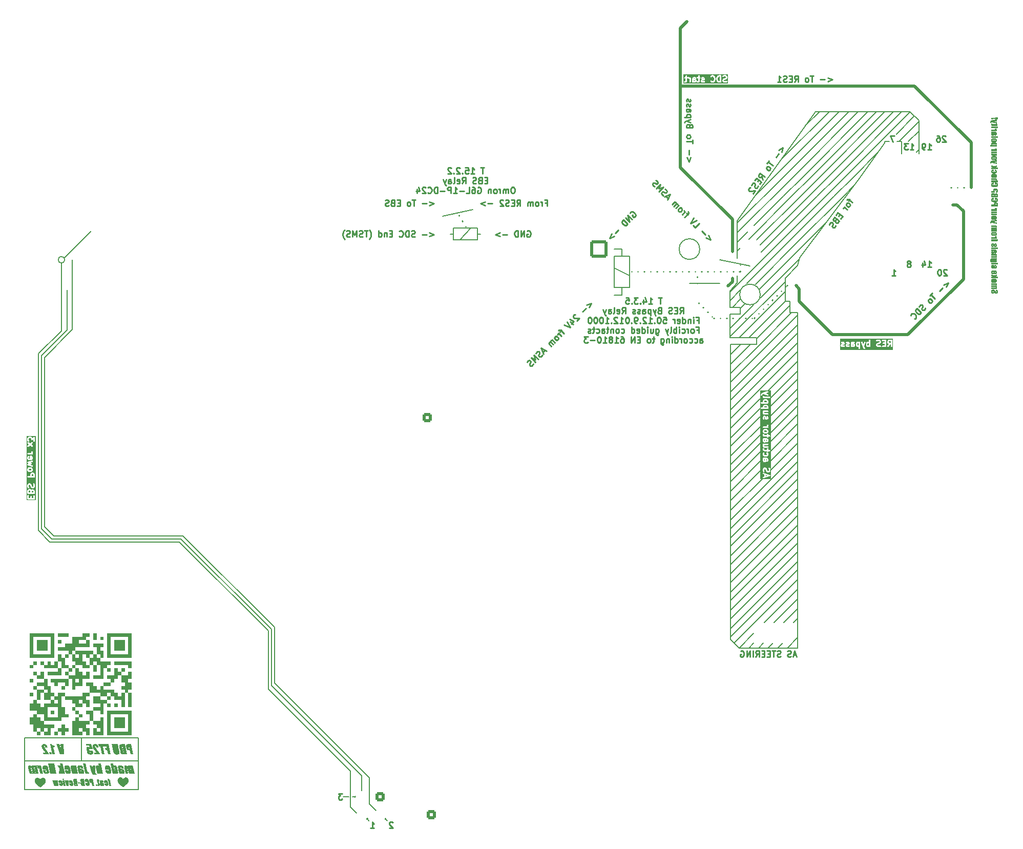
<source format=gbr>
%TF.GenerationSoftware,KiCad,Pcbnew,8.0.5*%
%TF.CreationDate,2025-02-10T13:32:09+01:00*%
%TF.ProjectId,FT25_PDU,46543235-5f50-4445-952e-6b696361645f,V1.2*%
%TF.SameCoordinates,Original*%
%TF.FileFunction,Legend,Bot*%
%TF.FilePolarity,Positive*%
%FSLAX46Y46*%
G04 Gerber Fmt 4.6, Leading zero omitted, Abs format (unit mm)*
G04 Created by KiCad (PCBNEW 8.0.5) date 2025-02-10 13:32:09*
%MOMM*%
%LPD*%
G01*
G04 APERTURE LIST*
G04 Aperture macros list*
%AMRoundRect*
0 Rectangle with rounded corners*
0 $1 Rounding radius*
0 $2 $3 $4 $5 $6 $7 $8 $9 X,Y pos of 4 corners*
0 Add a 4 corners polygon primitive as box body*
4,1,4,$2,$3,$4,$5,$6,$7,$8,$9,$2,$3,0*
0 Add four circle primitives for the rounded corners*
1,1,$1+$1,$2,$3*
1,1,$1+$1,$4,$5*
1,1,$1+$1,$6,$7*
1,1,$1+$1,$8,$9*
0 Add four rect primitives between the rounded corners*
20,1,$1+$1,$2,$3,$4,$5,0*
20,1,$1+$1,$4,$5,$6,$7,0*
20,1,$1+$1,$6,$7,$8,$9,0*
20,1,$1+$1,$8,$9,$2,$3,0*%
%AMRotRect*
0 Rectangle, with rotation*
0 The origin of the aperture is its center*
0 $1 length*
0 $2 width*
0 $3 Rotation angle, in degrees counterclockwise*
0 Add horizontal line*
21,1,$1,$2,0,0,$3*%
G04 Aperture macros list end*
%ADD10C,0.250000*%
%ADD11C,0.150000*%
%ADD12C,0.500000*%
%ADD13C,0.300000*%
%ADD14C,0.000000*%
%ADD15R,1.500000X1.500000*%
%ADD16C,1.500000*%
%ADD17C,5.600000*%
%ADD18R,2.400000X2.400000*%
%ADD19C,2.400000*%
%ADD20C,4.300000*%
%ADD21C,1.020000*%
%ADD22RoundRect,0.250001X0.499999X-0.499999X0.499999X0.499999X-0.499999X0.499999X-0.499999X-0.499999X0*%
%ADD23RotRect,1.500000X1.500000X135.000000*%
%ADD24C,3.000000*%
%ADD25R,1.520000X1.520000*%
%ADD26C,1.520000*%
%ADD27C,3.400000*%
%ADD28C,2.250000*%
%ADD29RotRect,1.500000X1.500000X315.000000*%
%ADD30R,1.700000X1.700000*%
%ADD31O,1.700000X1.700000*%
%ADD32C,2.800000*%
%ADD33RoundRect,0.250000X-1.150000X-1.150000X1.150000X-1.150000X1.150000X1.150000X-1.150000X1.150000X0*%
%ADD34RoundRect,0.250001X-0.499999X0.499999X-0.499999X-0.499999X0.499999X-0.499999X0.499999X0.499999X0*%
G04 APERTURE END LIST*
D10*
G36*
X275535945Y-138613921D02*
G01*
X275535945Y-138898220D01*
X275626315Y-138898220D01*
X275675242Y-138900925D01*
X275694703Y-138906769D01*
X275707892Y-138935101D01*
X275690551Y-138968562D01*
X275642311Y-138979940D01*
X275635352Y-138980041D01*
X275585257Y-138975047D01*
X275561102Y-138965875D01*
X275526211Y-138931497D01*
X275498408Y-138890796D01*
X275495889Y-138886741D01*
X275466515Y-138840380D01*
X275438599Y-138798508D01*
X275405754Y-138752479D01*
X275375187Y-138713462D01*
X275341512Y-138675898D01*
X275301716Y-138641521D01*
X275253036Y-138616609D01*
X275205423Y-138602869D01*
X275149279Y-138594062D01*
X275094364Y-138590438D01*
X275064556Y-138589986D01*
X275015558Y-138591365D01*
X274966744Y-138596318D01*
X274916502Y-138607576D01*
X274888457Y-138618806D01*
X274848203Y-138647875D01*
X274815889Y-138687616D01*
X274792714Y-138729448D01*
X274774178Y-138777383D01*
X274761708Y-138829414D01*
X274755716Y-138879102D01*
X274754368Y-138918492D01*
X274756518Y-138968586D01*
X274764243Y-139021858D01*
X274777584Y-139070886D01*
X274799309Y-139120969D01*
X274826696Y-139163770D01*
X274861748Y-139200540D01*
X274905926Y-139227873D01*
X274914591Y-139231367D01*
X274963936Y-139245149D01*
X275017809Y-139253188D01*
X275073221Y-139256863D01*
X275111451Y-139257501D01*
X275192051Y-139257501D01*
X275192051Y-138973203D01*
X275048436Y-138973203D01*
X274999221Y-138970821D01*
X274972721Y-138963677D01*
X274957578Y-138929483D01*
X274977362Y-138892847D01*
X275026570Y-138880694D01*
X275039155Y-138880390D01*
X275091849Y-138882823D01*
X275140809Y-138893260D01*
X275161765Y-138905303D01*
X275194583Y-138943932D01*
X275223482Y-138984959D01*
X275254294Y-139032067D01*
X275258485Y-139038660D01*
X275286877Y-139082644D01*
X275315061Y-139124440D01*
X275343893Y-139163977D01*
X275359846Y-139183251D01*
X275398742Y-139216102D01*
X275442893Y-139239838D01*
X275449972Y-139242847D01*
X275497565Y-139257135D01*
X275548855Y-139264439D01*
X275596273Y-139266294D01*
X275648826Y-139264681D01*
X275700987Y-139258888D01*
X275749596Y-139247335D01*
X275783852Y-139232588D01*
X275825171Y-139201539D01*
X275856469Y-139162939D01*
X275877397Y-139124145D01*
X275895171Y-139074499D01*
X275905539Y-139024802D01*
X275910575Y-138970352D01*
X275911102Y-138944626D01*
X275908767Y-138889534D01*
X275901760Y-138838564D01*
X275888294Y-138786149D01*
X275873733Y-138748988D01*
X275848421Y-138703369D01*
X275816061Y-138665585D01*
X275778967Y-138640788D01*
X275730583Y-138625492D01*
X275677472Y-138617699D01*
X275627749Y-138614577D01*
X275587725Y-138613921D01*
X275535945Y-138613921D01*
G37*
G36*
X275692260Y-138236322D02*
G01*
X275626559Y-138239986D01*
X275662468Y-138204923D01*
X275681025Y-138176482D01*
X275700310Y-138130186D01*
X275707787Y-138078308D01*
X275707892Y-138070969D01*
X275701832Y-138016595D01*
X275683651Y-137969242D01*
X275653350Y-137928912D01*
X275610928Y-137895603D01*
X275650068Y-137862081D01*
X275681025Y-137820621D01*
X275700310Y-137775601D01*
X275707787Y-137726182D01*
X275707892Y-137719260D01*
X275702877Y-137667774D01*
X275686127Y-137619827D01*
X275672233Y-137597383D01*
X275637992Y-137561586D01*
X275594561Y-137538173D01*
X275585038Y-137535345D01*
X275533327Y-137526489D01*
X275479889Y-137522749D01*
X275428587Y-137521681D01*
X275421639Y-137521667D01*
X274770000Y-137521667D01*
X274770000Y-137806699D01*
X275371570Y-137806699D01*
X275423639Y-137807141D01*
X275472712Y-137808940D01*
X275511521Y-137813782D01*
X275535945Y-137843579D01*
X275511765Y-137874842D01*
X275460155Y-137880750D01*
X275405582Y-137882229D01*
X275371570Y-137882414D01*
X274770000Y-137882414D01*
X274770000Y-138167445D01*
X275356427Y-138167445D01*
X275409309Y-138167714D01*
X275461878Y-138168850D01*
X275510940Y-138172717D01*
X275512498Y-138173063D01*
X275535945Y-138202128D01*
X275524221Y-138228262D01*
X275493691Y-138240474D01*
X275442431Y-138241599D01*
X275409183Y-138241695D01*
X274770000Y-138241695D01*
X274770000Y-138526482D01*
X275692260Y-138526482D01*
X275692260Y-138236322D01*
G37*
G36*
X275406048Y-136805237D02*
G01*
X275459658Y-136808975D01*
X275511277Y-136818492D01*
X275520364Y-136821267D01*
X275565029Y-136841453D01*
X275605554Y-136869783D01*
X275624790Y-136887628D01*
X275655987Y-136928707D01*
X275679560Y-136975785D01*
X275684623Y-136988885D01*
X275697904Y-137035902D01*
X275705651Y-137088070D01*
X275707892Y-137139427D01*
X275706338Y-137180526D01*
X275699430Y-137230970D01*
X275685054Y-137281771D01*
X275663684Y-137326273D01*
X275633240Y-137367809D01*
X275593249Y-137403305D01*
X275546448Y-137428122D01*
X275506636Y-137440411D01*
X275453673Y-137450039D01*
X275399329Y-137454866D01*
X275346168Y-137456210D01*
X275114138Y-137456210D01*
X275092841Y-137456075D01*
X275040963Y-137454392D01*
X274991139Y-137450200D01*
X274938771Y-137440823D01*
X274924315Y-137436587D01*
X274877806Y-137416591D01*
X274837655Y-137388555D01*
X274825045Y-137376402D01*
X274795259Y-137334889D01*
X274774884Y-137286461D01*
X274772400Y-137278171D01*
X274761601Y-137228682D01*
X274755991Y-137177983D01*
X274754455Y-137130390D01*
X274926315Y-137130390D01*
X274942679Y-137156280D01*
X274973561Y-137161616D01*
X275022791Y-137163119D01*
X275436782Y-137163119D01*
X275471157Y-137162578D01*
X275520558Y-137156280D01*
X275535945Y-137129658D01*
X275520802Y-137104012D01*
X275486764Y-137098877D01*
X275436782Y-137097662D01*
X275013754Y-137097662D01*
X274990581Y-137097977D01*
X274941214Y-137104256D01*
X274926315Y-137130390D01*
X274754455Y-137130390D01*
X274754368Y-137127704D01*
X274756729Y-137077052D01*
X274764781Y-137025633D01*
X274778548Y-136978715D01*
X274792317Y-136947575D01*
X274819268Y-136906359D01*
X274853775Y-136871737D01*
X274869900Y-136859331D01*
X274913444Y-136833827D01*
X274962951Y-136817271D01*
X274991575Y-136812322D01*
X275043172Y-136807361D01*
X275093516Y-136805178D01*
X275144180Y-136804570D01*
X275365952Y-136804570D01*
X275406048Y-136805237D01*
G37*
G36*
X275692260Y-136117027D02*
G01*
X275316859Y-136232065D01*
X274770000Y-136083565D01*
X274770000Y-136367376D01*
X275168360Y-136447487D01*
X274770000Y-136439672D01*
X274770000Y-136732763D01*
X275895471Y-136732763D01*
X275895471Y-136439672D01*
X275415045Y-136447487D01*
X275692260Y-136366643D01*
X275692260Y-136117027D01*
G37*
G36*
X275160788Y-135698150D02*
G01*
X275033293Y-135698150D01*
X274996514Y-135699057D01*
X274946831Y-135707431D01*
X274926315Y-135743335D01*
X274941214Y-135771423D01*
X274967653Y-135776919D01*
X275016685Y-135778750D01*
X275207683Y-135778750D01*
X275363998Y-135778750D01*
X275426280Y-135778750D01*
X275469490Y-135778202D01*
X275520558Y-135773133D01*
X275535945Y-135744068D01*
X275517627Y-135719888D01*
X275476586Y-135714382D01*
X275426280Y-135713293D01*
X275363998Y-135713293D01*
X275363998Y-135778750D01*
X275207683Y-135778750D01*
X275207683Y-135419469D01*
X275335422Y-135419469D01*
X275343684Y-135419500D01*
X275398314Y-135421438D01*
X275447335Y-135426392D01*
X275496488Y-135435746D01*
X275543028Y-135450976D01*
X275552225Y-135455067D01*
X275594777Y-135480984D01*
X275631604Y-135516013D01*
X275662707Y-135560153D01*
X275684549Y-135607225D01*
X275697964Y-135654517D01*
X275705730Y-135706937D01*
X275707892Y-135757013D01*
X275707304Y-135781033D01*
X275701684Y-135832565D01*
X275690114Y-135880621D01*
X275670279Y-135929937D01*
X275643679Y-135972980D01*
X275606926Y-136010795D01*
X275562323Y-136038625D01*
X275523916Y-136053157D01*
X275473263Y-136064543D01*
X275421621Y-136070252D01*
X275371325Y-136071842D01*
X275107299Y-136071842D01*
X275053776Y-136070683D01*
X275003143Y-136066675D01*
X274951228Y-136057187D01*
X274937810Y-136053092D01*
X274893010Y-136032930D01*
X274851577Y-136003698D01*
X274832636Y-135985270D01*
X274802423Y-135943420D01*
X274780258Y-135895987D01*
X274778665Y-135891662D01*
X274764481Y-135841444D01*
X274756896Y-135791585D01*
X274754368Y-135737718D01*
X274754393Y-135731992D01*
X274756920Y-135683125D01*
X274764577Y-135634449D01*
X274780502Y-135583845D01*
X274791212Y-135561428D01*
X274820663Y-135518042D01*
X274858660Y-135481751D01*
X274865167Y-135476799D01*
X274909279Y-135448656D01*
X274956601Y-135430460D01*
X274989044Y-135424664D01*
X275037862Y-135420542D01*
X275086782Y-135419469D01*
X275160788Y-135419469D01*
X275160788Y-135698150D01*
G37*
G36*
X275379630Y-134519923D02*
G01*
X275379630Y-134781507D01*
X275440202Y-134781507D01*
X275490931Y-134782848D01*
X275521046Y-134787613D01*
X275535945Y-134816922D01*
X275523000Y-134845987D01*
X275481967Y-134855757D01*
X275432481Y-134852477D01*
X275423593Y-134850383D01*
X275384693Y-134818885D01*
X275383293Y-134817166D01*
X275355633Y-134773813D01*
X275330311Y-134726015D01*
X275317103Y-134699441D01*
X275291132Y-134649808D01*
X275262224Y-134602902D01*
X275230687Y-134562650D01*
X275203531Y-134537997D01*
X275156167Y-134514034D01*
X275106464Y-134502514D01*
X275053778Y-134498712D01*
X275047459Y-134498674D01*
X274994321Y-134500551D01*
X274942679Y-134507152D01*
X274895405Y-134520061D01*
X274875757Y-134528715D01*
X274835605Y-134556662D01*
X274803079Y-134595806D01*
X274785631Y-134628122D01*
X274769145Y-134674323D01*
X274758764Y-134725915D01*
X274754643Y-134776956D01*
X274754368Y-134794940D01*
X274756536Y-134846796D01*
X274764156Y-134900645D01*
X274777264Y-134949741D01*
X274789050Y-134979832D01*
X274813160Y-135023395D01*
X274845300Y-135060515D01*
X274883328Y-135086322D01*
X274931226Y-135102870D01*
X274980720Y-135111300D01*
X275032500Y-135114933D01*
X275061137Y-135115387D01*
X275113893Y-135115387D01*
X275113893Y-134853803D01*
X275044284Y-134853803D01*
X274994367Y-134852669D01*
X274946587Y-134845743D01*
X274926315Y-134815701D01*
X274938527Y-134780286D01*
X274987140Y-134770602D01*
X274995191Y-134770516D01*
X275045261Y-134773752D01*
X275071395Y-134783461D01*
X275100271Y-134826101D01*
X275127302Y-134872102D01*
X275152885Y-134917222D01*
X275167383Y-134943196D01*
X275193148Y-134986424D01*
X275222123Y-135028283D01*
X275257659Y-135068535D01*
X275294877Y-135095359D01*
X275341211Y-135112177D01*
X275393384Y-135121233D01*
X275431409Y-135122958D01*
X275483280Y-135121081D01*
X275533096Y-135114480D01*
X275581702Y-135099958D01*
X275596029Y-135092916D01*
X275635734Y-135061735D01*
X275665014Y-135020932D01*
X275678827Y-134991800D01*
X275694154Y-134945255D01*
X275703805Y-134894465D01*
X275707637Y-134845124D01*
X275707892Y-134827913D01*
X275705999Y-134778263D01*
X275699454Y-134728126D01*
X275686855Y-134679092D01*
X275683956Y-134670865D01*
X275663738Y-134626180D01*
X275634419Y-134584726D01*
X275619965Y-134570481D01*
X275579250Y-134540711D01*
X275545959Y-134527494D01*
X275495976Y-134521372D01*
X275445555Y-134519930D01*
X275441179Y-134519923D01*
X275379630Y-134519923D01*
G37*
G36*
X275895471Y-134142323D02*
G01*
X275739155Y-134142323D01*
X275739155Y-134443719D01*
X275895471Y-134443719D01*
X275895471Y-134142323D01*
G37*
G36*
X275692260Y-134142323D02*
G01*
X274770000Y-134142323D01*
X274770000Y-134443719D01*
X275692260Y-134443719D01*
X275692260Y-134142323D01*
G37*
G36*
X275692260Y-133686566D02*
G01*
X275630711Y-133704152D01*
X275658790Y-133731976D01*
X275685422Y-133773761D01*
X275686804Y-133776549D01*
X275702955Y-133823749D01*
X275707892Y-133872435D01*
X275707663Y-133884634D01*
X275700965Y-133934664D01*
X275682647Y-133980917D01*
X275649274Y-134020446D01*
X275615431Y-134041711D01*
X275566519Y-134058371D01*
X275513408Y-134066725D01*
X275459497Y-134069050D01*
X275133189Y-134069050D01*
X275090293Y-134067890D01*
X275039588Y-134062506D01*
X274992016Y-134050488D01*
X274982750Y-134046726D01*
X274941441Y-134019482D01*
X274910439Y-133981367D01*
X274896868Y-133954439D01*
X274883086Y-133903649D01*
X274879420Y-133853872D01*
X274882740Y-133815344D01*
X274896762Y-133768143D01*
X274907929Y-133744696D01*
X275051367Y-133744696D01*
X275066266Y-133769853D01*
X275090230Y-133774236D01*
X275141004Y-133775959D01*
X275447041Y-133775959D01*
X275469534Y-133775562D01*
X275519337Y-133767655D01*
X275535945Y-133739811D01*
X275522023Y-133714410D01*
X275496317Y-133710013D01*
X275447041Y-133708548D01*
X275164940Y-133708548D01*
X275119471Y-133709385D01*
X275070174Y-133715631D01*
X275051367Y-133744696D01*
X274907929Y-133744696D01*
X274908158Y-133744215D01*
X274936085Y-133703663D01*
X274880642Y-133703663D01*
X274852767Y-133704213D01*
X274802484Y-133712456D01*
X274785631Y-133748115D01*
X274799370Y-133774061D01*
X274848157Y-133784263D01*
X274848157Y-134069295D01*
X274839337Y-134069033D01*
X274782883Y-134062807D01*
X274735686Y-134048891D01*
X274693081Y-134023570D01*
X274659602Y-133983077D01*
X274654041Y-133972466D01*
X274635387Y-133926014D01*
X274622473Y-133873151D01*
X274615881Y-133821636D01*
X274613684Y-133765212D01*
X274614292Y-133732054D01*
X274617796Y-133682671D01*
X274625459Y-133632516D01*
X274638597Y-133583496D01*
X274650583Y-133553160D01*
X274676189Y-133508172D01*
X274711137Y-133469434D01*
X274714109Y-133466888D01*
X274754714Y-133438358D01*
X274801507Y-133421563D01*
X274838034Y-133417956D01*
X274887426Y-133415853D01*
X274936662Y-133414964D01*
X274986399Y-133414724D01*
X275692260Y-133414724D01*
X275692260Y-133686566D01*
G37*
G36*
X275692260Y-133036636D02*
G01*
X275632665Y-133040055D01*
X275666710Y-133004919D01*
X275682491Y-132979483D01*
X275700723Y-132933942D01*
X275707793Y-132882497D01*
X275707892Y-132875191D01*
X275702946Y-132823282D01*
X275686425Y-132775574D01*
X275672721Y-132753558D01*
X275636060Y-132716596D01*
X275591563Y-132694554D01*
X275585038Y-132692742D01*
X275536174Y-132684407D01*
X275487084Y-132680681D01*
X275434496Y-132679185D01*
X275412602Y-132679064D01*
X274770000Y-132679064D01*
X274770000Y-132972156D01*
X275408450Y-132972156D01*
X275459088Y-132972681D01*
X275509448Y-132975703D01*
X275518604Y-132977529D01*
X275535945Y-133004884D01*
X275515429Y-133035415D01*
X275462682Y-133040717D01*
X275411888Y-133041709D01*
X275393551Y-133041765D01*
X274770000Y-133041765D01*
X274770000Y-133334856D01*
X275692260Y-133334856D01*
X275692260Y-133036636D01*
G37*
G36*
X275273290Y-131974310D02*
G01*
X275323733Y-131974892D01*
X275380133Y-131976275D01*
X275429139Y-131978384D01*
X275478186Y-131981876D01*
X275531793Y-131989078D01*
X275579959Y-132006138D01*
X275622699Y-132037166D01*
X275656845Y-132077494D01*
X275663027Y-132086986D01*
X275685908Y-132136430D01*
X275699467Y-132189626D01*
X275706097Y-132243309D01*
X275707892Y-132294626D01*
X275706346Y-132337869D01*
X275699477Y-132390717D01*
X275685180Y-132443602D01*
X275663928Y-132489532D01*
X275638117Y-132528024D01*
X275603631Y-132564312D01*
X275562323Y-132590404D01*
X275551103Y-132594900D01*
X275502911Y-132607601D01*
X275449483Y-132613989D01*
X275400146Y-132615561D01*
X275332735Y-132615561D01*
X275332735Y-132339567D01*
X275433852Y-132339567D01*
X275470195Y-132339122D01*
X275521290Y-132333949D01*
X275535945Y-132305373D01*
X275517871Y-132276552D01*
X275481927Y-132269047D01*
X275432386Y-132267271D01*
X275410749Y-132267680D01*
X275362288Y-132275819D01*
X275356286Y-132281550D01*
X275332364Y-132325081D01*
X275311672Y-132372426D01*
X275293168Y-132418213D01*
X275280761Y-132449140D01*
X275259876Y-132496064D01*
X275234568Y-132542930D01*
X275203531Y-132581856D01*
X275164845Y-132602395D01*
X275112909Y-132612895D01*
X275058695Y-132615561D01*
X274983224Y-132615561D01*
X274933155Y-132613329D01*
X274883618Y-132605081D01*
X274833977Y-132585546D01*
X274797355Y-132552058D01*
X274774686Y-132511224D01*
X274759447Y-132463661D01*
X274754368Y-132413328D01*
X274754393Y-132409726D01*
X274760779Y-132359412D01*
X274780013Y-132313433D01*
X274787928Y-132301465D01*
X274926315Y-132301465D01*
X274944389Y-132331751D01*
X274984740Y-132338277D01*
X275033782Y-132339567D01*
X275079428Y-132337914D01*
X275128304Y-132329553D01*
X275166815Y-132304918D01*
X275199867Y-132267271D01*
X275022547Y-132267271D01*
X274991451Y-132267683D01*
X274939748Y-132273866D01*
X274926315Y-132301465D01*
X274787928Y-132301465D01*
X274792653Y-132294321D01*
X274828374Y-132259699D01*
X274770000Y-132259699D01*
X274770000Y-131974180D01*
X275232351Y-131974180D01*
X275273290Y-131974310D01*
G37*
G36*
X275895471Y-131596336D02*
G01*
X274770000Y-131596336D01*
X274770000Y-131897732D01*
X275895471Y-131897732D01*
X275895471Y-131596336D01*
G37*
G36*
X275379630Y-130932484D02*
G01*
X275379630Y-131194068D01*
X275440202Y-131194068D01*
X275490931Y-131195410D01*
X275521046Y-131200174D01*
X275535945Y-131229483D01*
X275523000Y-131258548D01*
X275481967Y-131268318D01*
X275432481Y-131265038D01*
X275423593Y-131262944D01*
X275384693Y-131231446D01*
X275383293Y-131229727D01*
X275355633Y-131186374D01*
X275330311Y-131138576D01*
X275317103Y-131112002D01*
X275291132Y-131062369D01*
X275262224Y-131015463D01*
X275230687Y-130975211D01*
X275203531Y-130950558D01*
X275156167Y-130926595D01*
X275106464Y-130915075D01*
X275053778Y-130911273D01*
X275047459Y-130911235D01*
X274994321Y-130913112D01*
X274942679Y-130919713D01*
X274895405Y-130932622D01*
X274875757Y-130941277D01*
X274835605Y-130969223D01*
X274803079Y-131008367D01*
X274785631Y-131040683D01*
X274769145Y-131086884D01*
X274758764Y-131138476D01*
X274754643Y-131189517D01*
X274754368Y-131207501D01*
X274756536Y-131259357D01*
X274764156Y-131313206D01*
X274777264Y-131362303D01*
X274789050Y-131392393D01*
X274813160Y-131435956D01*
X274845300Y-131473076D01*
X274883328Y-131498883D01*
X274931226Y-131515431D01*
X274980720Y-131523861D01*
X275032500Y-131527494D01*
X275061137Y-131527948D01*
X275113893Y-131527948D01*
X275113893Y-131266364D01*
X275044284Y-131266364D01*
X274994367Y-131265230D01*
X274946587Y-131258304D01*
X274926315Y-131228262D01*
X274938527Y-131192847D01*
X274987140Y-131183163D01*
X274995191Y-131183077D01*
X275045261Y-131186313D01*
X275071395Y-131196022D01*
X275100271Y-131238662D01*
X275127302Y-131284663D01*
X275152885Y-131329783D01*
X275167383Y-131355757D01*
X275193148Y-131398985D01*
X275222123Y-131440844D01*
X275257659Y-131481096D01*
X275294877Y-131507920D01*
X275341211Y-131524738D01*
X275393384Y-131533794D01*
X275431409Y-131535519D01*
X275483280Y-131533642D01*
X275533096Y-131527041D01*
X275581702Y-131512519D01*
X275596029Y-131505478D01*
X275635734Y-131474296D01*
X275665014Y-131433493D01*
X275678827Y-131404361D01*
X275694154Y-131357816D01*
X275703805Y-131307026D01*
X275707637Y-131257685D01*
X275707892Y-131240474D01*
X275705999Y-131190824D01*
X275699454Y-131140687D01*
X275686855Y-131091653D01*
X275683956Y-131083426D01*
X275663738Y-131038741D01*
X275634419Y-130997287D01*
X275619965Y-130983042D01*
X275579250Y-130953272D01*
X275545959Y-130940055D01*
X275495976Y-130933933D01*
X275445555Y-130932491D01*
X275441179Y-130932484D01*
X275379630Y-130932484D01*
G37*
G36*
X275895471Y-130240788D02*
G01*
X275739155Y-130240788D01*
X275738559Y-130290433D01*
X275734808Y-130339249D01*
X275733049Y-130345080D01*
X275696413Y-130357536D01*
X275676629Y-130357536D01*
X275676629Y-130240788D01*
X275520314Y-130240788D01*
X275520314Y-130306734D01*
X274770000Y-130306734D01*
X274770000Y-130599825D01*
X275520314Y-130599825D01*
X275520314Y-130656978D01*
X275676629Y-130656978D01*
X275676629Y-130599825D01*
X275726629Y-130599046D01*
X275775741Y-130595472D01*
X275789225Y-130593230D01*
X275834281Y-130571150D01*
X275845401Y-130560746D01*
X275872734Y-130518351D01*
X275882770Y-130489427D01*
X275891452Y-130440420D01*
X275894863Y-130388928D01*
X275895471Y-130350209D01*
X275895471Y-130240788D01*
G37*
G36*
X275692260Y-129911793D02*
G01*
X275553775Y-129931332D01*
X275603638Y-129908157D01*
X275643866Y-129879847D01*
X275678623Y-129840328D01*
X275700266Y-129793821D01*
X275708381Y-129748394D01*
X275363998Y-129748394D01*
X275361776Y-129799071D01*
X275351583Y-129849665D01*
X275345191Y-129863921D01*
X275310334Y-129898548D01*
X275292435Y-129904954D01*
X275239960Y-129910389D01*
X275188433Y-129912052D01*
X275137965Y-129912518D01*
X275130013Y-129912526D01*
X274770000Y-129912526D01*
X274770000Y-130205617D01*
X275692260Y-130205617D01*
X275692260Y-129911793D01*
G37*
G36*
X275406048Y-129061761D02*
G01*
X275459658Y-129065500D01*
X275511277Y-129075017D01*
X275520364Y-129077792D01*
X275565029Y-129097978D01*
X275605554Y-129126308D01*
X275624790Y-129144153D01*
X275655987Y-129185232D01*
X275679560Y-129232309D01*
X275684623Y-129245410D01*
X275697904Y-129292426D01*
X275705651Y-129344595D01*
X275707892Y-129395952D01*
X275706338Y-129437051D01*
X275699430Y-129487494D01*
X275685054Y-129538295D01*
X275663684Y-129582798D01*
X275633240Y-129624333D01*
X275593249Y-129659829D01*
X275546448Y-129684647D01*
X275506636Y-129696936D01*
X275453673Y-129706563D01*
X275399329Y-129711391D01*
X275346168Y-129712735D01*
X275114138Y-129712735D01*
X275092841Y-129712600D01*
X275040963Y-129710917D01*
X274991139Y-129706724D01*
X274938771Y-129697348D01*
X274924315Y-129693112D01*
X274877806Y-129673116D01*
X274837655Y-129645080D01*
X274825045Y-129632927D01*
X274795259Y-129591414D01*
X274774884Y-129542986D01*
X274772400Y-129534695D01*
X274761601Y-129485207D01*
X274755991Y-129434508D01*
X274754455Y-129386915D01*
X274926315Y-129386915D01*
X274942679Y-129412805D01*
X274973561Y-129418141D01*
X275022791Y-129419644D01*
X275436782Y-129419644D01*
X275471157Y-129419103D01*
X275520558Y-129412805D01*
X275535945Y-129386182D01*
X275520802Y-129360537D01*
X275486764Y-129355402D01*
X275436782Y-129354187D01*
X275013754Y-129354187D01*
X274990581Y-129354502D01*
X274941214Y-129360781D01*
X274926315Y-129386915D01*
X274754455Y-129386915D01*
X274754368Y-129384228D01*
X274756729Y-129333577D01*
X274764781Y-129282157D01*
X274778548Y-129235240D01*
X274792317Y-129204099D01*
X274819268Y-129162883D01*
X274853775Y-129128262D01*
X274869900Y-129115855D01*
X274913444Y-129090352D01*
X274962951Y-129073796D01*
X274991575Y-129068847D01*
X275043172Y-129063886D01*
X275093516Y-129061703D01*
X275144180Y-129061095D01*
X275365952Y-129061095D01*
X275406048Y-129061761D01*
G37*
G36*
X275692260Y-128699127D02*
G01*
X275626559Y-128702791D01*
X275662468Y-128667729D01*
X275681025Y-128639288D01*
X275700310Y-128592991D01*
X275707787Y-128541114D01*
X275707892Y-128533775D01*
X275701832Y-128479400D01*
X275683651Y-128432048D01*
X275653350Y-128391717D01*
X275610928Y-128358408D01*
X275650068Y-128324886D01*
X275681025Y-128283426D01*
X275700310Y-128238407D01*
X275707787Y-128188987D01*
X275707892Y-128182065D01*
X275702877Y-128130579D01*
X275686127Y-128082633D01*
X275672233Y-128060188D01*
X275637992Y-128024391D01*
X275594561Y-128000978D01*
X275585038Y-127998150D01*
X275533327Y-127989295D01*
X275479889Y-127985555D01*
X275428587Y-127984486D01*
X275421639Y-127984473D01*
X274770000Y-127984473D01*
X274770000Y-128269504D01*
X275371570Y-128269504D01*
X275423639Y-128269947D01*
X275472712Y-128271745D01*
X275511521Y-128276587D01*
X275535945Y-128306385D01*
X275511765Y-128337648D01*
X275460155Y-128343556D01*
X275405582Y-128345034D01*
X275371570Y-128345219D01*
X274770000Y-128345219D01*
X274770000Y-128630251D01*
X275356427Y-128630251D01*
X275409309Y-128630520D01*
X275461878Y-128631655D01*
X275510940Y-128635523D01*
X275512498Y-128635868D01*
X275535945Y-128664933D01*
X275524221Y-128691067D01*
X275493691Y-128703279D01*
X275442431Y-128704404D01*
X275409183Y-128704501D01*
X274770000Y-128704501D01*
X274770000Y-128989288D01*
X275692260Y-128989288D01*
X275692260Y-128699127D01*
G37*
G36*
X275692260Y-127066852D02*
G01*
X275028897Y-127147452D01*
X274973914Y-127154216D01*
X274918492Y-127161607D01*
X274866659Y-127169396D01*
X274815429Y-127178960D01*
X274768686Y-127193746D01*
X274724310Y-127219117D01*
X274719441Y-127222923D01*
X274686041Y-127259560D01*
X274664156Y-127304554D01*
X274663021Y-127307920D01*
X274652007Y-127357379D01*
X274647083Y-127406014D01*
X274645106Y-127457549D01*
X274644947Y-127478890D01*
X274644947Y-127654989D01*
X274801263Y-127654989D01*
X274802291Y-127603504D01*
X274806636Y-127568771D01*
X274829106Y-127553384D01*
X274877844Y-127561350D01*
X274922896Y-127570237D01*
X275692260Y-127724110D01*
X275692260Y-127455687D01*
X275058450Y-127371667D01*
X275692260Y-127335031D01*
X275692260Y-127066852D01*
G37*
G36*
X275406048Y-126394629D02*
G01*
X275459658Y-126398368D01*
X275511277Y-126407885D01*
X275520364Y-126410660D01*
X275565029Y-126430846D01*
X275605554Y-126459176D01*
X275624790Y-126477021D01*
X275655987Y-126518100D01*
X275679560Y-126565177D01*
X275684623Y-126578278D01*
X275697904Y-126625295D01*
X275705651Y-126677463D01*
X275707892Y-126728820D01*
X275706338Y-126769919D01*
X275699430Y-126820363D01*
X275685054Y-126871163D01*
X275663684Y-126915666D01*
X275633240Y-126957202D01*
X275593249Y-126992698D01*
X275546448Y-127017515D01*
X275506636Y-127029804D01*
X275453673Y-127039431D01*
X275399329Y-127044259D01*
X275346168Y-127045603D01*
X275114138Y-127045603D01*
X275092841Y-127045468D01*
X275040963Y-127043785D01*
X274991139Y-127039592D01*
X274938771Y-127030216D01*
X274924315Y-127025980D01*
X274877806Y-127005984D01*
X274837655Y-126977948D01*
X274825045Y-126965795D01*
X274795259Y-126924282D01*
X274774884Y-126875854D01*
X274772400Y-126867563D01*
X274761601Y-126818075D01*
X274755991Y-126767376D01*
X274754455Y-126719783D01*
X274926315Y-126719783D01*
X274942679Y-126745673D01*
X274973561Y-126751009D01*
X275022791Y-126752512D01*
X275436782Y-126752512D01*
X275471157Y-126751971D01*
X275520558Y-126745673D01*
X275535945Y-126719050D01*
X275520802Y-126693405D01*
X275486764Y-126688270D01*
X275436782Y-126687055D01*
X275013754Y-126687055D01*
X274990581Y-126687370D01*
X274941214Y-126693649D01*
X274926315Y-126719783D01*
X274754455Y-126719783D01*
X274754368Y-126717096D01*
X274756729Y-126666445D01*
X274764781Y-126615025D01*
X274778548Y-126568108D01*
X274792317Y-126536967D01*
X274819268Y-126495751D01*
X274853775Y-126461130D01*
X274869900Y-126448723D01*
X274913444Y-126423220D01*
X274962951Y-126406664D01*
X274991575Y-126401715D01*
X275043172Y-126396754D01*
X275093516Y-126394571D01*
X275144180Y-126393963D01*
X275365952Y-126393963D01*
X275406048Y-126394629D01*
G37*
G36*
X275692260Y-125671249D02*
G01*
X274770000Y-125671249D01*
X274770000Y-125969713D01*
X274824466Y-125966294D01*
X274790485Y-126003755D01*
X274778548Y-126023935D01*
X274760413Y-126071135D01*
X274754392Y-126121263D01*
X274754368Y-126124808D01*
X274758117Y-126173691D01*
X274771759Y-126221379D01*
X274777083Y-126232519D01*
X274807625Y-126273769D01*
X274837899Y-126296022D01*
X274883716Y-126314874D01*
X274916057Y-126321423D01*
X274966045Y-126324762D01*
X275019784Y-126326003D01*
X275073593Y-126326308D01*
X275692260Y-126326308D01*
X275692260Y-126033217D01*
X275064801Y-126033217D01*
X275012600Y-126032791D01*
X274961962Y-126030677D01*
X274942923Y-126027843D01*
X274926315Y-125999023D01*
X274943412Y-125969225D01*
X274992519Y-125965275D01*
X275045379Y-125964416D01*
X275071639Y-125964340D01*
X275692260Y-125964340D01*
X275692260Y-125671249D01*
G37*
G36*
X275692260Y-125297557D02*
G01*
X275553775Y-125317096D01*
X275603638Y-125293921D01*
X275643866Y-125265611D01*
X275678623Y-125226092D01*
X275700266Y-125179585D01*
X275708381Y-125134159D01*
X275363998Y-125134159D01*
X275361776Y-125184835D01*
X275351583Y-125235429D01*
X275345191Y-125249685D01*
X275310334Y-125284313D01*
X275292435Y-125290718D01*
X275239960Y-125296153D01*
X275188433Y-125297817D01*
X275137965Y-125298282D01*
X275130013Y-125298290D01*
X274770000Y-125298290D01*
X274770000Y-125591381D01*
X275692260Y-125591381D01*
X275692260Y-125297557D01*
G37*
G36*
X275634449Y-124198170D02*
G01*
X275684852Y-124201376D01*
X275734759Y-124208967D01*
X275778991Y-124224734D01*
X275821465Y-124254152D01*
X275830288Y-124262956D01*
X275858481Y-124304877D01*
X275876664Y-124352581D01*
X275884892Y-124388455D01*
X275891338Y-124436913D01*
X275894571Y-124487189D01*
X275895471Y-124536741D01*
X275895471Y-124835938D01*
X274770000Y-124835938D01*
X274770000Y-124531123D01*
X275223314Y-124531123D01*
X275223314Y-124517690D01*
X275426524Y-124517690D01*
X275426769Y-124531123D01*
X275692260Y-124531123D01*
X275691897Y-124517660D01*
X275677362Y-124470307D01*
X275659086Y-124460186D01*
X275609462Y-124454675D01*
X275518848Y-124454675D01*
X275492149Y-124455515D01*
X275443377Y-124468108D01*
X275440365Y-124470827D01*
X275426524Y-124517690D01*
X275223314Y-124517690D01*
X275223314Y-124461270D01*
X275223340Y-124455275D01*
X275225914Y-124404454D01*
X275233714Y-124354604D01*
X275249937Y-124303977D01*
X275255180Y-124292907D01*
X275285100Y-124250044D01*
X275327117Y-124220202D01*
X275333628Y-124217422D01*
X275381988Y-124204507D01*
X275434462Y-124198678D01*
X275484410Y-124197243D01*
X275580153Y-124197243D01*
X275634449Y-124198170D01*
G37*
G36*
X275395261Y-123442533D02*
G01*
X275395261Y-123747348D01*
X275592365Y-123747348D01*
X275643919Y-123748481D01*
X275690307Y-123755408D01*
X275707892Y-123789602D01*
X275686154Y-123828436D01*
X275635798Y-123835573D01*
X275583328Y-123836741D01*
X275077501Y-123836741D01*
X275027069Y-123835573D01*
X274978583Y-123828436D01*
X274957578Y-123791800D01*
X274979071Y-123756140D01*
X275029080Y-123748799D01*
X275080151Y-123747382D01*
X275091179Y-123747348D01*
X275238946Y-123747348D01*
X275238946Y-123442533D01*
X275187899Y-123442533D01*
X275135988Y-123443147D01*
X275080117Y-123445505D01*
X275031253Y-123449633D01*
X274977001Y-123457887D01*
X274939748Y-123467690D01*
X274895284Y-123489175D01*
X274854397Y-123522492D01*
X274820658Y-123562591D01*
X274810055Y-123578087D01*
X274785692Y-123623288D01*
X274768290Y-123673403D01*
X274757848Y-123728434D01*
X274754422Y-123780618D01*
X274754368Y-123788381D01*
X274756589Y-123842685D01*
X274763250Y-123892759D01*
X274776302Y-123944806D01*
X274795155Y-123991326D01*
X274800774Y-124002093D01*
X274829816Y-124045127D01*
X274868657Y-124082384D01*
X274914414Y-124108525D01*
X274929490Y-124114200D01*
X274982126Y-124127424D01*
X275031828Y-124134717D01*
X275080531Y-124138884D01*
X275134868Y-124141128D01*
X275174221Y-124141556D01*
X275494180Y-124141556D01*
X275543330Y-124141158D01*
X275592690Y-124139731D01*
X275644172Y-124136487D01*
X275673454Y-124133251D01*
X275721943Y-124120941D01*
X275768981Y-124097506D01*
X275790202Y-124082937D01*
X275829117Y-124046782D01*
X275858814Y-124005794D01*
X275878862Y-123966678D01*
X275895864Y-123918149D01*
X275906568Y-123865374D01*
X275910819Y-123814247D01*
X275911102Y-123796441D01*
X275908706Y-123741743D01*
X275901518Y-123691347D01*
X275887436Y-123639018D01*
X275867095Y-123592307D01*
X275861032Y-123581507D01*
X275831035Y-123538176D01*
X275793082Y-123500863D01*
X275750263Y-123474950D01*
X275736468Y-123469399D01*
X275688209Y-123456412D01*
X275634640Y-123448436D01*
X275579527Y-123444212D01*
X275526167Y-123442638D01*
X275507124Y-123442533D01*
X275395261Y-123442533D01*
G37*
G36*
X275163099Y-122670077D02*
G01*
X275212589Y-122674164D01*
X275264490Y-122685842D01*
X275308799Y-122707117D01*
X275330972Y-122725009D01*
X275362227Y-122766423D01*
X275379630Y-122814096D01*
X275380495Y-122810428D01*
X275399780Y-122761706D01*
X275433363Y-122722749D01*
X275471934Y-122703103D01*
X275521955Y-122693059D01*
X275573314Y-122690509D01*
X275582335Y-122690553D01*
X275633214Y-122692648D01*
X275685540Y-122699064D01*
X275736068Y-122711635D01*
X275785317Y-122735205D01*
X275822602Y-122765836D01*
X275853478Y-122805756D01*
X275873733Y-122852198D01*
X275876365Y-122861491D01*
X275886109Y-122909665D01*
X275891883Y-122961211D01*
X275894706Y-123013052D01*
X275895471Y-123062491D01*
X275895471Y-123358757D01*
X274770000Y-123358757D01*
X274770000Y-123053942D01*
X274973454Y-123053942D01*
X275269965Y-123053942D01*
X275458032Y-123053942D01*
X275692016Y-123053942D01*
X275686643Y-123005338D01*
X275662951Y-122983600D01*
X275642350Y-122977907D01*
X275593098Y-122974808D01*
X275575390Y-122974898D01*
X275526503Y-122976501D01*
X275476594Y-122985066D01*
X275474405Y-122986426D01*
X275458520Y-123032937D01*
X275458032Y-123053942D01*
X275269965Y-123053942D01*
X275268928Y-123035392D01*
X275255310Y-122987752D01*
X275223127Y-122977285D01*
X275173733Y-122974808D01*
X275069685Y-122974808D01*
X275037318Y-122975967D01*
X274990062Y-122989462D01*
X274980743Y-123005399D01*
X274973454Y-123053942D01*
X274770000Y-123053942D01*
X274770000Y-123016329D01*
X274770081Y-122994776D01*
X274771297Y-122935637D01*
X274773973Y-122884775D01*
X274779812Y-122829836D01*
X274790760Y-122781856D01*
X274796511Y-122767755D01*
X274825476Y-122726154D01*
X274868185Y-122696615D01*
X274883256Y-122690318D01*
X274934027Y-122677331D01*
X274985742Y-122671427D01*
X275039399Y-122669748D01*
X275142714Y-122669748D01*
X275163099Y-122670077D01*
G37*
G36*
X275504682Y-122292637D02*
G01*
X275504682Y-122585973D01*
X275561125Y-122584633D01*
X275611386Y-122581714D01*
X275662209Y-122576311D01*
X275715189Y-122566205D01*
X275734270Y-122560572D01*
X275780859Y-122537507D01*
X275819557Y-122505068D01*
X275851407Y-122466533D01*
X275858101Y-122456769D01*
X275883722Y-122408286D01*
X275899456Y-122359449D01*
X275908566Y-122305208D01*
X275911102Y-122253314D01*
X275908359Y-122200024D01*
X275900130Y-122150980D01*
X275884742Y-122101935D01*
X275883014Y-122097732D01*
X275858823Y-122051238D01*
X275828380Y-122012506D01*
X275804612Y-121990997D01*
X275762442Y-121962396D01*
X275717692Y-121940889D01*
X275696168Y-121933356D01*
X275643538Y-121922193D01*
X275592209Y-121917202D01*
X275538052Y-121915199D01*
X275515673Y-121915038D01*
X275380118Y-121915038D01*
X275330202Y-121916448D01*
X275281401Y-121921324D01*
X275232096Y-121931771D01*
X275228443Y-121932868D01*
X275183827Y-121954247D01*
X275146578Y-121986218D01*
X275126594Y-122010293D01*
X275101564Y-122053689D01*
X275086924Y-122101933D01*
X275082630Y-122150000D01*
X275087325Y-122203941D01*
X275103554Y-122251187D01*
X275138330Y-122290250D01*
X275141981Y-122292637D01*
X275035736Y-122292637D01*
X275035736Y-122567411D01*
X275363998Y-122567411D01*
X275363998Y-122299232D01*
X275313394Y-122292277D01*
X275285840Y-122261374D01*
X275309532Y-122224738D01*
X275361533Y-122218023D01*
X275412328Y-122216563D01*
X275437027Y-122216434D01*
X275615812Y-122216434D01*
X275665804Y-122218502D01*
X275690795Y-122223761D01*
X275707892Y-122251116D01*
X275685422Y-122284822D01*
X275635608Y-122291347D01*
X275585358Y-122292607D01*
X275574535Y-122292637D01*
X275504682Y-122292637D01*
G37*
G36*
X275004473Y-122292637D02*
G01*
X274770000Y-122292637D01*
X274770000Y-122567411D01*
X275004473Y-122567411D01*
X275004473Y-122292637D01*
G37*
G36*
X275395261Y-120914131D02*
G01*
X275395261Y-121218946D01*
X275592365Y-121218946D01*
X275643919Y-121220079D01*
X275690307Y-121227006D01*
X275707892Y-121261200D01*
X275686154Y-121300034D01*
X275635798Y-121307171D01*
X275583328Y-121308339D01*
X275077501Y-121308339D01*
X275027069Y-121307171D01*
X274978583Y-121300034D01*
X274957578Y-121263398D01*
X274979071Y-121227739D01*
X275029080Y-121220397D01*
X275080151Y-121218980D01*
X275091179Y-121218946D01*
X275238946Y-121218946D01*
X275238946Y-120914131D01*
X275187899Y-120914131D01*
X275135988Y-120914745D01*
X275080117Y-120917103D01*
X275031253Y-120921231D01*
X274977001Y-120929485D01*
X274939748Y-120939288D01*
X274895284Y-120960773D01*
X274854397Y-120994090D01*
X274820658Y-121034189D01*
X274810055Y-121049685D01*
X274785692Y-121094886D01*
X274768290Y-121145001D01*
X274757848Y-121200032D01*
X274754422Y-121252216D01*
X274754368Y-121259979D01*
X274756589Y-121314283D01*
X274763250Y-121364357D01*
X274776302Y-121416404D01*
X274795155Y-121462924D01*
X274800774Y-121473691D01*
X274829816Y-121516725D01*
X274868657Y-121553982D01*
X274914414Y-121580123D01*
X274929490Y-121585799D01*
X274982126Y-121599022D01*
X275031828Y-121606315D01*
X275080531Y-121610482D01*
X275134868Y-121612726D01*
X275174221Y-121613154D01*
X275494180Y-121613154D01*
X275543330Y-121612756D01*
X275592690Y-121611329D01*
X275644172Y-121608085D01*
X275673454Y-121604849D01*
X275721943Y-121592540D01*
X275768981Y-121569104D01*
X275790202Y-121554535D01*
X275829117Y-121518380D01*
X275858814Y-121477392D01*
X275878862Y-121438276D01*
X275895864Y-121389747D01*
X275906568Y-121336972D01*
X275910819Y-121285845D01*
X275911102Y-121268039D01*
X275908706Y-121213342D01*
X275901518Y-121162945D01*
X275887436Y-121110616D01*
X275867095Y-121063905D01*
X275861032Y-121053105D01*
X275831035Y-121009774D01*
X275793082Y-120972461D01*
X275750263Y-120946548D01*
X275736468Y-120940997D01*
X275688209Y-120928010D01*
X275634640Y-120920034D01*
X275579527Y-120915810D01*
X275526167Y-120914236D01*
X275507124Y-120914131D01*
X275395261Y-120914131D01*
G37*
G36*
X275895471Y-120545324D02*
G01*
X275650739Y-120545324D01*
X275678991Y-120503849D01*
X275690307Y-120478890D01*
X275704028Y-120431562D01*
X275707892Y-120387055D01*
X275703332Y-120337934D01*
X275687956Y-120290272D01*
X275669302Y-120258583D01*
X275636211Y-120222016D01*
X275593220Y-120196954D01*
X275580886Y-120193370D01*
X275532423Y-120186077D01*
X275481514Y-120182816D01*
X275425785Y-120181507D01*
X275402344Y-120181402D01*
X274770000Y-120181402D01*
X274770000Y-120474494D01*
X275418953Y-120474494D01*
X275469442Y-120475455D01*
X275516650Y-120481332D01*
X275535945Y-120509909D01*
X275515673Y-120537752D01*
X275465508Y-120544585D01*
X275427745Y-120545324D01*
X274770000Y-120545324D01*
X274770000Y-120838415D01*
X275895471Y-120838415D01*
X275895471Y-120545324D01*
G37*
G36*
X275160788Y-119740300D02*
G01*
X275033293Y-119740300D01*
X274996514Y-119741206D01*
X274946831Y-119749581D01*
X274926315Y-119785484D01*
X274941214Y-119813572D01*
X274967653Y-119819068D01*
X275016685Y-119820900D01*
X275207683Y-119820900D01*
X275363998Y-119820900D01*
X275426280Y-119820900D01*
X275469490Y-119820351D01*
X275520558Y-119815282D01*
X275535945Y-119786217D01*
X275517627Y-119762037D01*
X275476586Y-119756531D01*
X275426280Y-119755443D01*
X275363998Y-119755443D01*
X275363998Y-119820900D01*
X275207683Y-119820900D01*
X275207683Y-119461618D01*
X275335422Y-119461618D01*
X275343684Y-119461649D01*
X275398314Y-119463588D01*
X275447335Y-119468541D01*
X275496488Y-119477895D01*
X275543028Y-119493126D01*
X275552225Y-119497216D01*
X275594777Y-119523133D01*
X275631604Y-119558162D01*
X275662707Y-119602302D01*
X275684549Y-119649374D01*
X275697964Y-119696666D01*
X275705730Y-119749087D01*
X275707892Y-119799162D01*
X275707304Y-119823182D01*
X275701684Y-119874715D01*
X275690114Y-119922770D01*
X275670279Y-119972086D01*
X275643679Y-120015129D01*
X275606926Y-120052944D01*
X275562323Y-120080774D01*
X275523916Y-120095307D01*
X275473263Y-120106692D01*
X275421621Y-120112402D01*
X275371325Y-120113991D01*
X275107299Y-120113991D01*
X275053776Y-120112832D01*
X275003143Y-120108825D01*
X274951228Y-120099337D01*
X274937810Y-120095242D01*
X274893010Y-120075079D01*
X274851577Y-120045847D01*
X274832636Y-120027420D01*
X274802423Y-119985569D01*
X274780258Y-119938136D01*
X274778665Y-119933811D01*
X274764481Y-119883594D01*
X274756896Y-119833734D01*
X274754368Y-119779867D01*
X274754393Y-119774142D01*
X274756920Y-119725275D01*
X274764577Y-119676598D01*
X274780502Y-119625994D01*
X274791212Y-119603577D01*
X274820663Y-119560191D01*
X274858660Y-119523900D01*
X274865167Y-119518949D01*
X274909279Y-119490806D01*
X274956601Y-119472609D01*
X274989044Y-119466813D01*
X275037862Y-119462692D01*
X275086782Y-119461618D01*
X275160788Y-119461618D01*
X275160788Y-119740300D01*
G37*
G36*
X275332735Y-118761618D02*
G01*
X275332735Y-119038834D01*
X275447773Y-119038834D01*
X275496949Y-119041230D01*
X275518848Y-119046406D01*
X275535945Y-119073028D01*
X275521779Y-119098918D01*
X275472513Y-119105429D01*
X275448995Y-119105757D01*
X275016685Y-119105757D01*
X274967684Y-119101559D01*
X274947808Y-119095010D01*
X274926315Y-119064724D01*
X274949030Y-119033217D01*
X274999459Y-119025463D01*
X275042330Y-119024424D01*
X275160788Y-119024424D01*
X275160788Y-118761618D01*
X275106001Y-118762397D01*
X275053526Y-118764258D01*
X275002561Y-118767950D01*
X274987620Y-118769678D01*
X274938286Y-118782354D01*
X274891387Y-118805343D01*
X274873070Y-118817062D01*
X274833125Y-118850355D01*
X274801217Y-118890518D01*
X274784410Y-118921109D01*
X274767306Y-118968763D01*
X274757918Y-119018146D01*
X274754485Y-119067526D01*
X274754368Y-119079134D01*
X274756331Y-119129156D01*
X274763384Y-119180600D01*
X274777449Y-119231175D01*
X274795401Y-119269644D01*
X274824371Y-119309858D01*
X274863567Y-119344727D01*
X274910439Y-119369783D01*
X274962536Y-119385110D01*
X275012629Y-119393285D01*
X275062596Y-119397457D01*
X275118290Y-119398848D01*
X275375478Y-119398848D01*
X275430341Y-119397352D01*
X275483668Y-119392093D01*
X275532498Y-119381808D01*
X275552798Y-119374912D01*
X275596338Y-119349152D01*
X275632931Y-119312142D01*
X275660509Y-119272330D01*
X275683414Y-119225621D01*
X275698823Y-119173695D01*
X275706226Y-119123160D01*
X275707892Y-119082554D01*
X275704946Y-119029217D01*
X275696107Y-118979849D01*
X275679121Y-118929055D01*
X275660753Y-118893021D01*
X275632286Y-118852700D01*
X275596079Y-118817734D01*
X275550686Y-118791226D01*
X275541807Y-118787752D01*
X275490535Y-118773971D01*
X275440313Y-118766621D01*
X275389656Y-118762869D01*
X275332735Y-118761618D01*
G37*
G36*
X275692260Y-118083112D02*
G01*
X275316859Y-118198150D01*
X274770000Y-118049651D01*
X274770000Y-118333461D01*
X275168360Y-118413572D01*
X274770000Y-118405757D01*
X274770000Y-118698848D01*
X275895471Y-118698848D01*
X275895471Y-118405757D01*
X275415045Y-118413572D01*
X275692260Y-118332728D01*
X275692260Y-118083112D01*
G37*
G36*
X275692260Y-117185764D02*
G01*
X275028897Y-117266364D01*
X274973914Y-117273127D01*
X274918492Y-117280519D01*
X274866659Y-117288308D01*
X274815429Y-117297871D01*
X274768686Y-117312657D01*
X274724310Y-117338028D01*
X274719441Y-117341835D01*
X274686041Y-117378471D01*
X274664156Y-117423465D01*
X274663021Y-117426831D01*
X274652007Y-117476290D01*
X274647083Y-117524925D01*
X274645106Y-117576461D01*
X274644947Y-117597801D01*
X274644947Y-117773900D01*
X274801263Y-117773900D01*
X274802291Y-117722416D01*
X274806636Y-117687683D01*
X274829106Y-117672295D01*
X274877844Y-117680261D01*
X274922896Y-117689148D01*
X275692260Y-117843021D01*
X275692260Y-117574598D01*
X275058450Y-117490579D01*
X275692260Y-117453942D01*
X275692260Y-117185764D01*
G37*
G36*
X275406048Y-116513541D02*
G01*
X275459658Y-116517280D01*
X275511277Y-116526796D01*
X275520364Y-116529571D01*
X275565029Y-116549757D01*
X275605554Y-116578087D01*
X275624790Y-116595932D01*
X275655987Y-116637011D01*
X275679560Y-116684089D01*
X275684623Y-116697189D01*
X275697904Y-116744206D01*
X275705651Y-116796375D01*
X275707892Y-116847732D01*
X275706338Y-116888830D01*
X275699430Y-116939274D01*
X275685054Y-116990075D01*
X275663684Y-117034577D01*
X275633240Y-117076113D01*
X275593249Y-117111609D01*
X275546448Y-117136427D01*
X275506636Y-117148715D01*
X275453673Y-117158343D01*
X275399329Y-117163170D01*
X275346168Y-117164515D01*
X275114138Y-117164515D01*
X275092841Y-117164379D01*
X275040963Y-117162696D01*
X274991139Y-117158504D01*
X274938771Y-117149127D01*
X274924315Y-117144891D01*
X274877806Y-117124896D01*
X274837655Y-117096859D01*
X274825045Y-117084707D01*
X274795259Y-117043193D01*
X274774884Y-116994766D01*
X274772400Y-116986475D01*
X274761601Y-116936987D01*
X274755991Y-116886287D01*
X274754455Y-116838695D01*
X274926315Y-116838695D01*
X274942679Y-116864584D01*
X274973561Y-116869920D01*
X275022791Y-116871423D01*
X275436782Y-116871423D01*
X275471157Y-116870882D01*
X275520558Y-116864584D01*
X275535945Y-116837962D01*
X275520802Y-116812316D01*
X275486764Y-116807181D01*
X275436782Y-116805966D01*
X275013754Y-116805966D01*
X274990581Y-116806282D01*
X274941214Y-116812561D01*
X274926315Y-116838695D01*
X274754455Y-116838695D01*
X274754368Y-116836008D01*
X274756729Y-116785356D01*
X274764781Y-116733937D01*
X274778548Y-116687020D01*
X274792317Y-116655879D01*
X274819268Y-116614663D01*
X274853775Y-116580041D01*
X274869900Y-116567635D01*
X274913444Y-116542131D01*
X274962951Y-116525575D01*
X274991575Y-116520626D01*
X275043172Y-116515665D01*
X275093516Y-116513482D01*
X275144180Y-116512875D01*
X275365952Y-116512875D01*
X275406048Y-116513541D01*
G37*
G36*
X275692260Y-115790160D02*
G01*
X274770000Y-115790160D01*
X274770000Y-116088625D01*
X274824466Y-116085205D01*
X274790485Y-116122666D01*
X274778548Y-116142847D01*
X274760413Y-116190047D01*
X274754392Y-116240175D01*
X274754368Y-116243719D01*
X274758117Y-116292602D01*
X274771759Y-116340290D01*
X274777083Y-116351430D01*
X274807625Y-116392680D01*
X274837899Y-116414933D01*
X274883716Y-116433786D01*
X274916057Y-116440334D01*
X274966045Y-116443674D01*
X275019784Y-116444914D01*
X275073593Y-116445219D01*
X275692260Y-116445219D01*
X275692260Y-116152128D01*
X275064801Y-116152128D01*
X275012600Y-116151703D01*
X274961962Y-116149588D01*
X274942923Y-116146755D01*
X274926315Y-116117934D01*
X274943412Y-116088136D01*
X274992519Y-116084186D01*
X275045379Y-116083328D01*
X275071639Y-116083251D01*
X275692260Y-116083251D01*
X275692260Y-115790160D01*
G37*
G36*
X275692260Y-115416468D02*
G01*
X275553775Y-115436008D01*
X275603638Y-115412832D01*
X275643866Y-115384522D01*
X275678623Y-115345004D01*
X275700266Y-115298496D01*
X275708381Y-115253070D01*
X275363998Y-115253070D01*
X275361776Y-115303747D01*
X275351583Y-115354340D01*
X275345191Y-115368597D01*
X275310334Y-115403224D01*
X275292435Y-115409630D01*
X275239960Y-115415064D01*
X275188433Y-115416728D01*
X275137965Y-115417194D01*
X275130013Y-115417201D01*
X274770000Y-115417201D01*
X274770000Y-115710293D01*
X275692260Y-115710293D01*
X275692260Y-115416468D01*
G37*
G36*
X275440096Y-114308595D02*
G01*
X275489612Y-114309549D01*
X275540646Y-114312888D01*
X275588946Y-114320795D01*
X275594765Y-114322467D01*
X275638225Y-114346280D01*
X275671744Y-114382344D01*
X275684029Y-114401381D01*
X275701926Y-114446928D01*
X275707892Y-114498360D01*
X275707867Y-114501786D01*
X275701603Y-114551116D01*
X275682735Y-114599476D01*
X275661647Y-114633113D01*
X275627780Y-114668353D01*
X275692260Y-114664689D01*
X275692260Y-114962909D01*
X274644947Y-114962909D01*
X274644947Y-114669818D01*
X274835457Y-114669818D01*
X274807840Y-114643006D01*
X274801556Y-114633670D01*
X274926315Y-114633670D01*
X274943900Y-114662979D01*
X274990784Y-114668856D01*
X275042819Y-114669818D01*
X275422861Y-114669818D01*
X275469298Y-114669039D01*
X275518360Y-114663224D01*
X275535945Y-114634403D01*
X275521290Y-114606803D01*
X275472289Y-114602280D01*
X275422861Y-114601674D01*
X275029630Y-114601674D01*
X274993662Y-114602099D01*
X274941946Y-114607048D01*
X274926315Y-114633670D01*
X274801556Y-114633670D01*
X274779525Y-114600942D01*
X274760657Y-114553314D01*
X274754368Y-114501779D01*
X274755161Y-114481331D01*
X274764646Y-114432519D01*
X274786852Y-114386985D01*
X274790997Y-114381129D01*
X274827433Y-114345358D01*
X274873314Y-114323970D01*
X274900402Y-114317975D01*
X274950777Y-114311964D01*
X275000969Y-114309319D01*
X275052100Y-114308583D01*
X275433363Y-114308583D01*
X275440096Y-114308595D01*
G37*
G36*
X275406048Y-113594350D02*
G01*
X275459658Y-113598089D01*
X275511277Y-113607606D01*
X275520364Y-113610381D01*
X275565029Y-113630567D01*
X275605554Y-113658897D01*
X275624790Y-113676742D01*
X275655987Y-113717821D01*
X275679560Y-113764898D01*
X275684623Y-113777999D01*
X275697904Y-113825015D01*
X275705651Y-113877184D01*
X275707892Y-113928541D01*
X275706338Y-113969640D01*
X275699430Y-114020083D01*
X275685054Y-114070884D01*
X275663684Y-114115387D01*
X275633240Y-114156922D01*
X275593249Y-114192418D01*
X275546448Y-114217236D01*
X275506636Y-114229525D01*
X275453673Y-114239152D01*
X275399329Y-114243980D01*
X275346168Y-114245324D01*
X275114138Y-114245324D01*
X275092841Y-114245189D01*
X275040963Y-114243506D01*
X274991139Y-114239313D01*
X274938771Y-114229937D01*
X274924315Y-114225701D01*
X274877806Y-114205705D01*
X274837655Y-114177669D01*
X274825045Y-114165516D01*
X274795259Y-114124003D01*
X274774884Y-114075575D01*
X274772400Y-114067284D01*
X274761601Y-114017796D01*
X274755991Y-113967097D01*
X274754455Y-113919504D01*
X274926315Y-113919504D01*
X274942679Y-113945394D01*
X274973561Y-113950730D01*
X275022791Y-113952233D01*
X275436782Y-113952233D01*
X275471157Y-113951692D01*
X275520558Y-113945394D01*
X275535945Y-113918771D01*
X275520802Y-113893126D01*
X275486764Y-113887991D01*
X275436782Y-113886775D01*
X275013754Y-113886775D01*
X274990581Y-113887091D01*
X274941214Y-113893370D01*
X274926315Y-113919504D01*
X274754455Y-113919504D01*
X274754368Y-113916817D01*
X274756729Y-113866166D01*
X274764781Y-113814746D01*
X274778548Y-113767829D01*
X274792317Y-113736688D01*
X274819268Y-113695472D01*
X274853775Y-113660851D01*
X274869900Y-113648444D01*
X274913444Y-113622941D01*
X274962951Y-113606385D01*
X274991575Y-113601436D01*
X275043172Y-113596475D01*
X275093516Y-113594292D01*
X275144180Y-113593684D01*
X275365952Y-113593684D01*
X275406048Y-113594350D01*
G37*
G36*
X275895471Y-113220481D02*
G01*
X274770000Y-113220481D01*
X274770000Y-113521877D01*
X275895471Y-113521877D01*
X275895471Y-113220481D01*
G37*
G36*
X275273290Y-112510110D02*
G01*
X275323733Y-112510691D01*
X275380133Y-112512074D01*
X275429139Y-112514183D01*
X275478186Y-112517675D01*
X275531793Y-112524877D01*
X275579959Y-112541937D01*
X275622699Y-112572965D01*
X275656845Y-112613293D01*
X275663027Y-112622785D01*
X275685908Y-112672230D01*
X275699467Y-112725425D01*
X275706097Y-112779108D01*
X275707892Y-112830425D01*
X275706346Y-112873668D01*
X275699477Y-112926516D01*
X275685180Y-112979401D01*
X275663928Y-113025331D01*
X275638117Y-113063823D01*
X275603631Y-113100111D01*
X275562323Y-113126203D01*
X275551103Y-113130699D01*
X275502911Y-113143400D01*
X275449483Y-113149788D01*
X275400146Y-113151360D01*
X275332735Y-113151360D01*
X275332735Y-112875366D01*
X275433852Y-112875366D01*
X275470195Y-112874922D01*
X275521290Y-112869748D01*
X275535945Y-112841172D01*
X275517871Y-112812351D01*
X275481927Y-112804846D01*
X275432386Y-112803070D01*
X275410749Y-112803479D01*
X275362288Y-112811618D01*
X275356286Y-112817349D01*
X275332364Y-112860880D01*
X275311672Y-112908225D01*
X275293168Y-112954012D01*
X275280761Y-112984939D01*
X275259876Y-113031863D01*
X275234568Y-113078729D01*
X275203531Y-113117655D01*
X275164845Y-113138194D01*
X275112909Y-113148694D01*
X275058695Y-113151360D01*
X274983224Y-113151360D01*
X274933155Y-113149128D01*
X274883618Y-113140880D01*
X274833977Y-113121345D01*
X274797355Y-113087857D01*
X274774686Y-113047023D01*
X274759447Y-112999460D01*
X274754368Y-112949127D01*
X274754393Y-112945525D01*
X274760779Y-112895211D01*
X274780013Y-112849232D01*
X274787928Y-112837264D01*
X274926315Y-112837264D01*
X274944389Y-112867550D01*
X274984740Y-112874076D01*
X275033782Y-112875366D01*
X275079428Y-112873713D01*
X275128304Y-112865352D01*
X275166815Y-112840717D01*
X275199867Y-112803070D01*
X275022547Y-112803070D01*
X274991451Y-112803482D01*
X274939748Y-112809665D01*
X274926315Y-112837264D01*
X274787928Y-112837264D01*
X274792653Y-112830120D01*
X274828374Y-112795498D01*
X274770000Y-112795498D01*
X274770000Y-112509979D01*
X275232351Y-112509979D01*
X275273290Y-112510110D01*
G37*
G36*
X275692260Y-112139706D02*
G01*
X275553775Y-112159246D01*
X275603638Y-112136070D01*
X275643866Y-112107760D01*
X275678623Y-112068242D01*
X275700266Y-112021734D01*
X275708381Y-111976308D01*
X275363998Y-111976308D01*
X275361776Y-112026985D01*
X275351583Y-112077578D01*
X275345191Y-112091835D01*
X275310334Y-112126462D01*
X275292435Y-112132868D01*
X275239960Y-112138302D01*
X275188433Y-112139966D01*
X275137965Y-112140432D01*
X275130013Y-112140439D01*
X274770000Y-112140439D01*
X274770000Y-112433531D01*
X275692260Y-112433531D01*
X275692260Y-112139706D01*
G37*
G36*
X275895471Y-111630949D02*
G01*
X275739155Y-111630949D01*
X275739155Y-111932344D01*
X275895471Y-111932344D01*
X275895471Y-111630949D01*
G37*
G36*
X275692260Y-111630949D02*
G01*
X274770000Y-111630949D01*
X274770000Y-111932344D01*
X275692260Y-111932344D01*
X275692260Y-111630949D01*
G37*
G36*
X275817313Y-111241137D02*
G01*
X275676629Y-111241137D01*
X275676629Y-111166399D01*
X275520314Y-111166399D01*
X275520314Y-111241137D01*
X275031095Y-111241137D01*
X274979665Y-111240300D01*
X274934375Y-111234054D01*
X274926701Y-111183184D01*
X274926315Y-111154675D01*
X274770000Y-111154675D01*
X274770000Y-111274354D01*
X274770637Y-111323841D01*
X274773148Y-111372833D01*
X274778060Y-111411863D01*
X274795670Y-111458477D01*
X274816650Y-111486601D01*
X274855746Y-111516566D01*
X274885771Y-111527145D01*
X274938518Y-111532488D01*
X274992472Y-111534343D01*
X275045282Y-111534931D01*
X275062114Y-111534961D01*
X275520314Y-111534961D01*
X275520314Y-111594801D01*
X275676629Y-111594801D01*
X275676629Y-111534961D01*
X275817313Y-111534961D01*
X275817313Y-111241137D01*
G37*
G36*
X275692260Y-110497418D02*
G01*
X275028897Y-110578018D01*
X274973914Y-110584781D01*
X274918492Y-110592173D01*
X274866659Y-110599962D01*
X274815429Y-110609525D01*
X274768686Y-110624311D01*
X274724310Y-110649682D01*
X274719441Y-110653489D01*
X274686041Y-110690125D01*
X274664156Y-110735119D01*
X274663021Y-110738485D01*
X274652007Y-110787944D01*
X274647083Y-110836579D01*
X274645106Y-110888114D01*
X274644947Y-110909455D01*
X274644947Y-111085554D01*
X274801263Y-111085554D01*
X274802291Y-111034070D01*
X274806636Y-110999337D01*
X274829106Y-110983949D01*
X274877844Y-110991915D01*
X274922896Y-111000802D01*
X275692260Y-111154675D01*
X275692260Y-110886252D01*
X275058450Y-110802233D01*
X275692260Y-110765596D01*
X275692260Y-110497418D01*
G37*
G36*
X275895471Y-110146929D02*
G01*
X275035736Y-110193091D01*
X275035736Y-110422191D01*
X275895471Y-110468353D01*
X275895471Y-110146929D01*
G37*
G36*
X275004473Y-110170132D02*
G01*
X274770000Y-110170132D01*
X274770000Y-110445394D01*
X275004473Y-110445394D01*
X275004473Y-110170132D01*
G37*
D11*
X241800000Y-123200000D02*
X234700000Y-130300000D01*
X247800000Y-120000000D02*
X258600000Y-109200000D01*
X167500000Y-214800000D02*
X167600000Y-214900000D01*
X171658579Y-226058579D02*
X171729289Y-225987868D01*
X240000000Y-129200000D02*
X236800000Y-132400000D01*
X242800000Y-132200000D02*
X236500000Y-138500000D01*
X242800000Y-133800000D02*
X243000000Y-133600000D01*
X115050000Y-212650000D02*
X133850000Y-212650000D01*
X133850000Y-221200000D01*
X115050000Y-221200000D01*
X115050000Y-212650000D01*
D10*
X235600000Y-143300000D02*
X235635355Y-143264645D01*
X236342462Y-142557538D02*
X236377817Y-142522183D01*
X237084924Y-141815076D02*
X237120280Y-141779720D01*
X237827386Y-141072614D02*
X237862742Y-141037258D01*
X238569848Y-140330152D02*
X238605204Y-140294796D01*
X239312311Y-139587689D02*
X239347666Y-139552334D01*
X240054773Y-138845227D02*
X240090128Y-138809872D01*
X240797235Y-138102765D02*
X240832590Y-138067410D01*
X228900000Y-143300000D02*
X228950000Y-143300000D01*
X229950000Y-143300000D02*
X230000000Y-143300000D01*
X231000000Y-143300000D02*
X231050000Y-143300000D01*
X232050000Y-143300000D02*
X232100000Y-143300000D01*
X233100000Y-143300000D02*
X233150000Y-143300000D01*
X234150000Y-143300000D02*
X234200000Y-143300000D01*
X235200000Y-143300000D02*
X235250000Y-143300000D01*
D11*
X185875000Y-130400000D02*
X185875000Y-128400000D01*
X246400000Y-109200000D02*
X244000000Y-111600000D01*
X169600000Y-222400000D02*
X169600000Y-222500000D01*
X231600000Y-146400000D02*
X240700000Y-137300000D01*
X241500000Y-140500000D02*
X241500000Y-141200000D01*
X167600000Y-214900000D02*
X172000000Y-219300000D01*
X174658579Y-226058579D02*
X174729289Y-225987868D01*
D12*
X223400000Y-118400000D02*
X232000000Y-127000000D01*
X232000000Y-137300000D02*
X231300000Y-138000000D01*
D11*
X115050000Y-216450000D02*
X133850000Y-216450000D01*
X261300000Y-109200000D02*
X245700000Y-109200000D01*
X171658579Y-226058579D02*
X171587868Y-226129289D01*
D12*
X270200000Y-136900000D02*
X270200000Y-125600000D01*
D10*
X226400000Y-140800000D02*
X226435355Y-140835355D01*
X227142462Y-141542462D02*
X227177817Y-141577817D01*
X227884924Y-142284924D02*
X227920280Y-142320280D01*
X228627386Y-143027386D02*
X228662742Y-143062742D01*
D11*
X236200000Y-146500000D02*
X236000000Y-146700000D01*
X260000000Y-114100000D02*
X260000000Y-116100000D01*
X189100000Y-125400000D02*
X184100000Y-126500000D01*
X236000000Y-148200000D02*
X231700000Y-152500000D01*
D10*
X241000000Y-137900000D02*
X241050000Y-137900000D01*
D11*
X155800000Y-204000000D02*
X167100000Y-215300000D01*
X231700000Y-156900000D02*
X242800000Y-145800000D01*
X243100000Y-133300000D02*
X252900000Y-120300000D01*
X235600000Y-128000000D02*
X240400000Y-123200000D01*
X259500000Y-114100000D02*
X262800000Y-110800000D01*
X174729289Y-225987868D02*
X174587868Y-225987868D01*
X212450000Y-138200000D02*
X215000000Y-138200000D01*
X119800000Y-179300000D02*
X141200000Y-179300000D01*
X119200000Y-180300000D02*
X140600000Y-180300000D01*
X262800000Y-115500000D02*
X262400000Y-115900000D01*
X242800000Y-197800000D02*
X233100000Y-197800000D01*
X248800000Y-123200000D02*
X252000000Y-120000000D01*
D12*
X223400000Y-113000000D02*
X223400000Y-96600000D01*
D11*
X233300000Y-141700000D02*
X234100000Y-140900000D01*
X140600000Y-180300000D02*
X155300000Y-195000000D01*
X232800000Y-130800000D02*
X234600000Y-129000000D01*
D10*
X215300000Y-135600000D02*
X215350000Y-135600000D01*
X216350000Y-135600000D02*
X216400000Y-135600000D01*
X217400000Y-135600000D02*
X217450000Y-135600000D01*
X218450000Y-135600000D02*
X218500000Y-135600000D01*
X219500000Y-135600000D02*
X219550000Y-135600000D01*
X220550000Y-135600000D02*
X220600000Y-135600000D01*
X221600000Y-135600000D02*
X221650000Y-135600000D01*
X222650000Y-135600000D02*
X222700000Y-135600000D01*
X223700000Y-135600000D02*
X223750000Y-135600000D01*
X224750000Y-135600000D02*
X224800000Y-135600000D01*
X225800000Y-135600000D02*
X225850000Y-135600000D01*
X226850000Y-135600000D02*
X226900000Y-135600000D01*
X227900000Y-135600000D02*
X227950000Y-135600000D01*
X228950000Y-135600000D02*
X229000000Y-135600000D01*
X230000000Y-135600000D02*
X230050000Y-135600000D01*
X231050000Y-135600000D02*
X231100000Y-135600000D01*
X232100000Y-135600000D02*
X232150000Y-135600000D01*
X233150000Y-135600000D02*
X233200000Y-135600000D01*
D11*
X231600000Y-146500000D02*
X231600000Y-142600000D01*
X167100000Y-215300000D02*
X167300000Y-215500000D01*
X234700000Y-146500000D02*
X240700000Y-140500000D01*
X242800000Y-177500000D02*
X231700000Y-188600000D01*
X231700000Y-193000000D02*
X242800000Y-181900000D01*
X246000000Y-123200000D02*
X249200000Y-120000000D01*
X242800000Y-192900000D02*
X242100000Y-193600000D01*
D12*
X243000000Y-140500000D02*
X248500000Y-146000000D01*
D11*
X241400000Y-129200000D02*
X247400000Y-123200000D01*
X234700000Y-197800000D02*
X235500000Y-197000000D01*
X171587868Y-225987868D02*
X171587868Y-226129289D01*
D10*
X233300000Y-135600000D02*
X233300000Y-135550000D01*
X233300000Y-134550000D02*
X233300000Y-134500000D01*
D11*
X169600000Y-222300000D02*
X169600000Y-222400000D01*
X240400000Y-120000000D02*
X232800000Y-127600000D01*
X117300000Y-149200000D02*
X117300000Y-178400000D01*
X242800000Y-168500000D02*
X231700000Y-179600000D01*
X122900000Y-133700000D02*
X122900000Y-145200000D01*
X215000000Y-138200000D02*
X215000000Y-133100000D01*
X231700000Y-187000000D02*
X242800000Y-175900000D01*
X242800000Y-162400000D02*
X238200000Y-167000000D01*
X232800000Y-132200000D02*
X233300000Y-131700000D01*
X121100000Y-134200000D02*
X121100000Y-145400000D01*
X174587868Y-225987868D02*
X174587868Y-226129289D01*
X243600000Y-120000000D02*
X254400000Y-109200000D01*
X231700000Y-161500000D02*
X236600000Y-156600000D01*
X118300000Y-149800000D02*
X118300000Y-177800000D01*
X239500000Y-197800000D02*
X240300000Y-197000000D01*
X241800000Y-123200000D02*
X245000000Y-120000000D01*
X124450000Y-212650000D02*
X124450000Y-216450000D01*
X121640000Y-133660000D02*
G75*
G02*
X120560000Y-133660000I-540000J0D01*
G01*
X120560000Y-133660000D02*
G75*
G02*
X121640000Y-133660000I540000J0D01*
G01*
X231700000Y-164500000D02*
X236600000Y-159600000D01*
X155300000Y-195000000D02*
X155300000Y-204600000D01*
X185875000Y-129400000D02*
X185375000Y-129400000D01*
X245700000Y-109200000D02*
X232800000Y-127200000D01*
X238600000Y-129200000D02*
X243900000Y-123900000D01*
D12*
X223400000Y-113000000D02*
X223400000Y-118400000D01*
D11*
X231700000Y-190000000D02*
X242800000Y-178900000D01*
X242800000Y-150400000D02*
X237900000Y-155300000D01*
X189875000Y-128400000D02*
X189875000Y-130400000D01*
D10*
X226200000Y-137600000D02*
X226200000Y-137550000D01*
X226200000Y-136550000D02*
X226200000Y-136500000D01*
D11*
X167700000Y-222400000D02*
X168600000Y-222400000D01*
X231700000Y-170300000D02*
X236700000Y-165300000D01*
D12*
X248500000Y-146000000D02*
X261000000Y-146000000D01*
D11*
X243900000Y-123900000D02*
X247800000Y-120000000D01*
X261300000Y-109200000D02*
X262800000Y-110600000D01*
X233300000Y-141500000D02*
X231600000Y-141500000D01*
X231700000Y-166100000D02*
X237250000Y-160550000D01*
X242800000Y-129200000D02*
X248800000Y-123200000D01*
X231600000Y-140400000D02*
X233300000Y-138700000D01*
D12*
X232000000Y-137300000D02*
X232000000Y-136700000D01*
D11*
X231700000Y-168900000D02*
X236700000Y-163900000D01*
X242800000Y-144400000D02*
X231700000Y-155500000D01*
X231700000Y-173500000D02*
X236700000Y-168500000D01*
X117300000Y-178400000D02*
X119200000Y-180300000D01*
X242800000Y-153400000D02*
X238300000Y-157900000D01*
X122900000Y-145200000D02*
X118300000Y-149800000D01*
X242800000Y-180500000D02*
X231700000Y-191600000D01*
X242800000Y-147400000D02*
X231700000Y-158500000D01*
D12*
X270200000Y-125600000D02*
X269100000Y-124600000D01*
D11*
X240700000Y-140500000D02*
X241500000Y-140500000D01*
X240700000Y-136700000D02*
X240700000Y-140500000D01*
X249600000Y-109200000D02*
X236000000Y-122800000D01*
X241500000Y-142400000D02*
X242800000Y-142400000D01*
X174587868Y-226129289D02*
X174658579Y-226058579D01*
X242800000Y-188100000D02*
X237300000Y-193600000D01*
X242800000Y-164000000D02*
X238300000Y-168500000D01*
X257200000Y-114100000D02*
X257900000Y-114100000D01*
X212450000Y-133100000D02*
X212450000Y-138200000D01*
X186975000Y-130400000D02*
X188775000Y-128400000D01*
X231700000Y-147600000D02*
X236000000Y-147600000D01*
D12*
X223400000Y-96600000D02*
X223400000Y-95400000D01*
D11*
X252900000Y-120300000D02*
X257200000Y-114400000D01*
X243600000Y-120000000D02*
X240400000Y-123200000D01*
D10*
X268100000Y-121700000D02*
X268150000Y-121700000D01*
X269150000Y-121700000D02*
X269200000Y-121700000D01*
X270200000Y-121700000D02*
X270250000Y-121700000D01*
D11*
X240400000Y-120000000D02*
X251200000Y-109200000D01*
D12*
X232000000Y-127000000D02*
X232000000Y-132300000D01*
X271500000Y-114300000D02*
X262100000Y-105000000D01*
D11*
X171729289Y-225987868D02*
X171587868Y-225987868D01*
X232800000Y-133400000D02*
X232800000Y-129200000D01*
X249200000Y-120000000D02*
X260000000Y-109200000D01*
X189875000Y-130400000D02*
X185875000Y-130400000D01*
X245000000Y-120000000D02*
X255800000Y-109200000D01*
X232800000Y-129200000D02*
X232800000Y-127200000D01*
X241400000Y-129200000D02*
X231600000Y-139000000D01*
X231700000Y-175100000D02*
X237000000Y-169800000D01*
D12*
X262100000Y-105000000D02*
X223500000Y-105000000D01*
D11*
X250600000Y-120000000D02*
X261300000Y-109300000D01*
X189875000Y-129400000D02*
X190375000Y-129400000D01*
X233100000Y-197800000D02*
X235500000Y-195400000D01*
X231600000Y-138800000D02*
X232800000Y-137500000D01*
X242800000Y-152000000D02*
X238300000Y-156500000D01*
X140850000Y-179800000D02*
X155800000Y-194700000D01*
X236000000Y-147600000D02*
X236000000Y-146500000D01*
X231600000Y-142600000D02*
X233300000Y-142600000D01*
X238600000Y-129200000D02*
X236600000Y-131200000D01*
X171587868Y-226129289D02*
X171658579Y-226058579D01*
X168900000Y-224100000D02*
X169900000Y-225100000D01*
X246400000Y-120000000D02*
X257200000Y-109200000D01*
X155800000Y-194700000D02*
X155800000Y-204000000D01*
X262000000Y-110000000D02*
X259100000Y-112900000D01*
X233300000Y-142600000D02*
X233300000Y-141500000D01*
X231700000Y-153900000D02*
X242800000Y-142800000D01*
X252000000Y-120000000D02*
X256100000Y-115900000D01*
X240000000Y-129200000D02*
X246000000Y-123200000D01*
X185875000Y-128400000D02*
X189875000Y-128400000D01*
X232000000Y-141500000D02*
X233400000Y-140100000D01*
X242800000Y-189700000D02*
X238900000Y-193600000D01*
X242000000Y-120000000D02*
X252800000Y-109200000D01*
D12*
X243000000Y-138500000D02*
X243000000Y-140500000D01*
D11*
X242800000Y-159200000D02*
X238300000Y-163700000D01*
X231700000Y-171900000D02*
X236800000Y-166800000D01*
X167300000Y-215500000D02*
X170750000Y-218950000D01*
X236300000Y-197800000D02*
X237100000Y-197000000D01*
X226602939Y-131900000D02*
G75*
G02*
X223197061Y-131900000I-1702939J0D01*
G01*
X223197061Y-131900000D02*
G75*
G02*
X226602939Y-131900000I1702939J0D01*
G01*
X241500000Y-141200000D02*
X241500000Y-142400000D01*
X224900000Y-137600000D02*
X229900000Y-137600000D01*
X117800000Y-149500000D02*
X117800000Y-178000000D01*
X231600000Y-141500000D02*
X231600000Y-138800000D01*
X174941421Y-226341421D02*
X174658579Y-226058579D01*
X169700000Y-222400000D02*
X169600000Y-222300000D01*
X212450000Y-131850000D02*
X213750000Y-131850000D01*
X121100000Y-145400000D02*
X117300000Y-149200000D01*
X212450000Y-135000000D02*
X215000000Y-136300000D01*
X242800000Y-155000000D02*
X238200000Y-159600000D01*
X232800000Y-136300000D02*
X232800000Y-137500000D01*
X242000000Y-120000000D02*
X232800000Y-129200000D01*
X242800000Y-132200000D02*
X247500000Y-127500000D01*
X231700000Y-196000000D02*
X242800000Y-184900000D01*
X118300000Y-177800000D02*
X119800000Y-179300000D01*
X117800000Y-178000000D02*
X117800000Y-178100000D01*
X213750000Y-139500000D02*
X213750000Y-138250000D01*
X171941421Y-226341421D02*
X171658579Y-226058579D01*
X213750000Y-131850000D02*
X213750000Y-133050000D01*
X236200000Y-146500000D02*
X241500000Y-141200000D01*
X155300000Y-204600000D02*
X168900000Y-218200000D01*
X156300000Y-203600000D02*
X167500000Y-214800000D01*
X168900000Y-218200000D02*
X168900000Y-224100000D01*
X236597056Y-139400000D02*
G75*
G02*
X233202944Y-139400000I-1697056J0D01*
G01*
X233202944Y-139400000D02*
G75*
G02*
X236597056Y-139400000I1697056J0D01*
G01*
X231700000Y-163100000D02*
X236600000Y-158200000D01*
X141200000Y-179300000D02*
X156300000Y-194400000D01*
X242800000Y-129200000D02*
X234400000Y-137600000D01*
X242800000Y-134600000D02*
X240700000Y-136700000D01*
X170750000Y-218950000D02*
X170750000Y-221400000D01*
X242800000Y-165600000D02*
X231700000Y-176700000D01*
X231700000Y-167500000D02*
X236700000Y-162500000D01*
X231700000Y-184000000D02*
X242800000Y-172900000D01*
X233100000Y-197800000D02*
X231700000Y-196400000D01*
D12*
X223400000Y-95400000D02*
X224500000Y-94300000D01*
D11*
X229900000Y-133700000D02*
X234900000Y-134700000D01*
X169600000Y-222500000D02*
X169700000Y-222400000D01*
D12*
X242500000Y-137900000D02*
X243000000Y-138500000D01*
D11*
X243000000Y-133600000D02*
X236700000Y-139900000D01*
X231700000Y-196400000D02*
X231700000Y-147600000D01*
X259200000Y-114100000D02*
X260000000Y-114100000D01*
X231600000Y-145000000D02*
X235500000Y-141100000D01*
X122000000Y-139200000D02*
X122000000Y-138700000D01*
X257200000Y-114400000D02*
X257200000Y-114100000D01*
X212450000Y-139500000D02*
X213750000Y-139500000D01*
X262800000Y-110600000D02*
X262800000Y-116100000D01*
X174658579Y-226058579D02*
X174587868Y-226129289D01*
X231700000Y-150900000D02*
X235000000Y-147600000D01*
D12*
X261000000Y-146000000D02*
X270200000Y-136900000D01*
D11*
X231700000Y-149300000D02*
X233400000Y-147600000D01*
X242800000Y-156400000D02*
X238300000Y-160900000D01*
X119500000Y-179800000D02*
X140850000Y-179800000D01*
D12*
X271500000Y-121700000D02*
X271500000Y-114400000D01*
D11*
X231700000Y-159900000D02*
X242800000Y-148800000D01*
X248000000Y-109200000D02*
X240100000Y-117100000D01*
X117800000Y-178100000D02*
X119500000Y-179800000D01*
X156300000Y-194400000D02*
X156300000Y-203600000D01*
X169600000Y-222400000D02*
X169600000Y-222300000D01*
X243100000Y-123300000D02*
X236000000Y-130400000D01*
X122000000Y-145300000D02*
X117800000Y-149500000D01*
X122000000Y-139200000D02*
X122000000Y-145300000D01*
X231700000Y-178100000D02*
X242800000Y-167000000D01*
X250200000Y-123300000D02*
X252000000Y-121500000D01*
D10*
X187900000Y-128200000D02*
X187874986Y-128156707D01*
X187374709Y-127290842D02*
X187349695Y-127247548D01*
X186849417Y-126381683D02*
X186824403Y-126338390D01*
D11*
X242800000Y-174500000D02*
X231700000Y-185600000D01*
X242800000Y-183500000D02*
X231700000Y-194600000D01*
X236000000Y-148200000D02*
X241800000Y-142400000D01*
X247400000Y-123200000D02*
X250600000Y-120000000D01*
X237900000Y-197800000D02*
X238700000Y-197000000D01*
X242800000Y-142400000D02*
X242800000Y-197800000D01*
X241100000Y-197800000D02*
X242800000Y-196100000D01*
X242800000Y-157800000D02*
X238300000Y-162300000D01*
D12*
X269100000Y-124600000D02*
X268400000Y-124600000D01*
D11*
X242800000Y-160800000D02*
X238200000Y-165400000D01*
X242800000Y-130700000D02*
X235800000Y-137700000D01*
X261100000Y-114100000D02*
X262800000Y-112400000D01*
X231700000Y-147700000D02*
X231800000Y-147600000D01*
X242800000Y-191300000D02*
X240500000Y-193600000D01*
X172000000Y-223600000D02*
X173100000Y-224700000D01*
X242800000Y-186500000D02*
X232300000Y-197000000D01*
X242800000Y-171500000D02*
X231700000Y-182600000D01*
X172000000Y-219300000D02*
X172000000Y-223600000D01*
X236000000Y-146500000D02*
X231600000Y-146500000D01*
X215000000Y-133100000D02*
X212450000Y-133100000D01*
X246400000Y-120000000D02*
X243100000Y-123300000D01*
X240700000Y-138900000D02*
X233100000Y-146500000D01*
X169200000Y-222400000D02*
X169600000Y-222400000D01*
X242800000Y-130700000D02*
X250200000Y-123300000D01*
X126000000Y-128900000D02*
X121600000Y-133300000D01*
X231700000Y-181000000D02*
X242800000Y-169900000D01*
X243100000Y-133300000D02*
X242800000Y-134600000D01*
D10*
X225077783Y-116758067D02*
X224792069Y-117519971D01*
X224792069Y-117519971D02*
X224506355Y-116758067D01*
X224792069Y-116281876D02*
X224792069Y-115519972D01*
X225411116Y-114424733D02*
X225411116Y-113853305D01*
X224411116Y-114139019D02*
X225411116Y-114139019D01*
X224411116Y-113377114D02*
X224458736Y-113472352D01*
X224458736Y-113472352D02*
X224506355Y-113519971D01*
X224506355Y-113519971D02*
X224601593Y-113567590D01*
X224601593Y-113567590D02*
X224887307Y-113567590D01*
X224887307Y-113567590D02*
X224982545Y-113519971D01*
X224982545Y-113519971D02*
X225030164Y-113472352D01*
X225030164Y-113472352D02*
X225077783Y-113377114D01*
X225077783Y-113377114D02*
X225077783Y-113234257D01*
X225077783Y-113234257D02*
X225030164Y-113139019D01*
X225030164Y-113139019D02*
X224982545Y-113091400D01*
X224982545Y-113091400D02*
X224887307Y-113043781D01*
X224887307Y-113043781D02*
X224601593Y-113043781D01*
X224601593Y-113043781D02*
X224506355Y-113091400D01*
X224506355Y-113091400D02*
X224458736Y-113139019D01*
X224458736Y-113139019D02*
X224411116Y-113234257D01*
X224411116Y-113234257D02*
X224411116Y-113377114D01*
X224934926Y-111519971D02*
X224887307Y-111377114D01*
X224887307Y-111377114D02*
X224839688Y-111329495D01*
X224839688Y-111329495D02*
X224744450Y-111281876D01*
X224744450Y-111281876D02*
X224601593Y-111281876D01*
X224601593Y-111281876D02*
X224506355Y-111329495D01*
X224506355Y-111329495D02*
X224458736Y-111377114D01*
X224458736Y-111377114D02*
X224411116Y-111472352D01*
X224411116Y-111472352D02*
X224411116Y-111853304D01*
X224411116Y-111853304D02*
X225411116Y-111853304D01*
X225411116Y-111853304D02*
X225411116Y-111519971D01*
X225411116Y-111519971D02*
X225363497Y-111424733D01*
X225363497Y-111424733D02*
X225315878Y-111377114D01*
X225315878Y-111377114D02*
X225220640Y-111329495D01*
X225220640Y-111329495D02*
X225125402Y-111329495D01*
X225125402Y-111329495D02*
X225030164Y-111377114D01*
X225030164Y-111377114D02*
X224982545Y-111424733D01*
X224982545Y-111424733D02*
X224934926Y-111519971D01*
X224934926Y-111519971D02*
X224934926Y-111853304D01*
X225077783Y-110948542D02*
X224411116Y-110710447D01*
X225077783Y-110472352D02*
X224411116Y-110710447D01*
X224411116Y-110710447D02*
X224173021Y-110805685D01*
X224173021Y-110805685D02*
X224125402Y-110853304D01*
X224125402Y-110853304D02*
X224077783Y-110948542D01*
X225077783Y-110091399D02*
X224077783Y-110091399D01*
X225030164Y-110091399D02*
X225077783Y-109996161D01*
X225077783Y-109996161D02*
X225077783Y-109805685D01*
X225077783Y-109805685D02*
X225030164Y-109710447D01*
X225030164Y-109710447D02*
X224982545Y-109662828D01*
X224982545Y-109662828D02*
X224887307Y-109615209D01*
X224887307Y-109615209D02*
X224601593Y-109615209D01*
X224601593Y-109615209D02*
X224506355Y-109662828D01*
X224506355Y-109662828D02*
X224458736Y-109710447D01*
X224458736Y-109710447D02*
X224411116Y-109805685D01*
X224411116Y-109805685D02*
X224411116Y-109996161D01*
X224411116Y-109996161D02*
X224458736Y-110091399D01*
X224411116Y-108758066D02*
X224934926Y-108758066D01*
X224934926Y-108758066D02*
X225030164Y-108805685D01*
X225030164Y-108805685D02*
X225077783Y-108900923D01*
X225077783Y-108900923D02*
X225077783Y-109091399D01*
X225077783Y-109091399D02*
X225030164Y-109186637D01*
X224458736Y-108758066D02*
X224411116Y-108853304D01*
X224411116Y-108853304D02*
X224411116Y-109091399D01*
X224411116Y-109091399D02*
X224458736Y-109186637D01*
X224458736Y-109186637D02*
X224553974Y-109234256D01*
X224553974Y-109234256D02*
X224649212Y-109234256D01*
X224649212Y-109234256D02*
X224744450Y-109186637D01*
X224744450Y-109186637D02*
X224792069Y-109091399D01*
X224792069Y-109091399D02*
X224792069Y-108853304D01*
X224792069Y-108853304D02*
X224839688Y-108758066D01*
X224458736Y-108329494D02*
X224411116Y-108234256D01*
X224411116Y-108234256D02*
X224411116Y-108043780D01*
X224411116Y-108043780D02*
X224458736Y-107948542D01*
X224458736Y-107948542D02*
X224553974Y-107900923D01*
X224553974Y-107900923D02*
X224601593Y-107900923D01*
X224601593Y-107900923D02*
X224696831Y-107948542D01*
X224696831Y-107948542D02*
X224744450Y-108043780D01*
X224744450Y-108043780D02*
X224744450Y-108186637D01*
X224744450Y-108186637D02*
X224792069Y-108281875D01*
X224792069Y-108281875D02*
X224887307Y-108329494D01*
X224887307Y-108329494D02*
X224934926Y-108329494D01*
X224934926Y-108329494D02*
X225030164Y-108281875D01*
X225030164Y-108281875D02*
X225077783Y-108186637D01*
X225077783Y-108186637D02*
X225077783Y-108043780D01*
X225077783Y-108043780D02*
X225030164Y-107948542D01*
X224458736Y-107519970D02*
X224411116Y-107424732D01*
X224411116Y-107424732D02*
X224411116Y-107234256D01*
X224411116Y-107234256D02*
X224458736Y-107139018D01*
X224458736Y-107139018D02*
X224553974Y-107091399D01*
X224553974Y-107091399D02*
X224601593Y-107091399D01*
X224601593Y-107091399D02*
X224696831Y-107139018D01*
X224696831Y-107139018D02*
X224744450Y-107234256D01*
X224744450Y-107234256D02*
X224744450Y-107377113D01*
X224744450Y-107377113D02*
X224792069Y-107472351D01*
X224792069Y-107472351D02*
X224887307Y-107519970D01*
X224887307Y-107519970D02*
X224934926Y-107519970D01*
X224934926Y-107519970D02*
X225030164Y-107472351D01*
X225030164Y-107472351D02*
X225077783Y-107377113D01*
X225077783Y-107377113D02*
X225077783Y-107234256D01*
X225077783Y-107234256D02*
X225030164Y-107139018D01*
D13*
G36*
X120290683Y-213706793D02*
G01*
X120860746Y-215395000D01*
X121525331Y-215395000D01*
X121422749Y-213706793D01*
X120951604Y-213706793D01*
X120959912Y-213793518D01*
X120968348Y-213878664D01*
X120976913Y-213962229D01*
X120985607Y-214044214D01*
X120994430Y-214124620D01*
X121003382Y-214203446D01*
X121012462Y-214280691D01*
X121021671Y-214356357D01*
X121031009Y-214430443D01*
X121045258Y-214538609D01*
X121059796Y-214643220D01*
X121074624Y-214744276D01*
X121089742Y-214841778D01*
X121099982Y-214904804D01*
X121076330Y-214810702D01*
X121052910Y-214718950D01*
X121029721Y-214629549D01*
X121006765Y-214542498D01*
X120984040Y-214457799D01*
X120961547Y-214375449D01*
X120939287Y-214295451D01*
X120917257Y-214217802D01*
X120895460Y-214142505D01*
X120873895Y-214069558D01*
X120859647Y-214022233D01*
X120763293Y-213706793D01*
X120290683Y-213706793D01*
G37*
G36*
X119216503Y-213706793D02*
G01*
X119567480Y-215395000D01*
X119998691Y-215395000D01*
X119807815Y-214476891D01*
X119792165Y-214399531D01*
X119777865Y-214322377D01*
X119768586Y-214249556D01*
X119768614Y-214247180D01*
X119801587Y-214193691D01*
X119876892Y-214178702D01*
X119954730Y-214175809D01*
X119971580Y-214175739D01*
X120026168Y-214175739D01*
X119984036Y-213972407D01*
X119907729Y-213954072D01*
X119835063Y-213931489D01*
X119766038Y-213904658D01*
X119684876Y-213865147D01*
X119609403Y-213818999D01*
X119539618Y-213766214D01*
X119475522Y-213706793D01*
X119216503Y-213706793D01*
G37*
G36*
X119052738Y-215043290D02*
G01*
X119125645Y-215395000D01*
X119456838Y-215395000D01*
X119383931Y-215043290D01*
X119052738Y-215043290D01*
G37*
G36*
X118078575Y-215137079D02*
G01*
X118132065Y-215395000D01*
X119051639Y-215395000D01*
X119009507Y-215190568D01*
X118943112Y-215105055D01*
X118880123Y-215023729D01*
X118820540Y-214946591D01*
X118764364Y-214873640D01*
X118711593Y-214804877D01*
X118662228Y-214740301D01*
X118616269Y-214679912D01*
X118553718Y-214597181D01*
X118498830Y-214523871D01*
X118451605Y-214459983D01*
X118400560Y-214389455D01*
X118355913Y-214324849D01*
X118312479Y-214256245D01*
X118273444Y-214186470D01*
X118243050Y-214118976D01*
X118228052Y-214068761D01*
X118221393Y-213993576D01*
X118226953Y-213971308D01*
X118278610Y-213941266D01*
X118345712Y-213973929D01*
X118347487Y-213976071D01*
X118378872Y-214044008D01*
X118398412Y-214121151D01*
X118434315Y-214292976D01*
X118822661Y-214292976D01*
X118807274Y-214219337D01*
X118790997Y-214146371D01*
X118770552Y-214069471D01*
X118747557Y-214000983D01*
X118712314Y-213930879D01*
X118669381Y-213871459D01*
X118643509Y-213841981D01*
X118585171Y-213788589D01*
X118519518Y-213746017D01*
X118471684Y-213723646D01*
X118400223Y-213700701D01*
X118322354Y-213687281D01*
X118246004Y-213683346D01*
X118171967Y-213686539D01*
X118092592Y-213698801D01*
X118013044Y-213724729D01*
X117947555Y-213763175D01*
X117896126Y-213814138D01*
X117854154Y-213883816D01*
X117830089Y-213962057D01*
X117823720Y-214037544D01*
X117831061Y-214119587D01*
X117835676Y-214144232D01*
X117855872Y-214219634D01*
X117885318Y-214297097D01*
X117918673Y-214366568D01*
X117959109Y-214437617D01*
X117971963Y-214458206D01*
X118022951Y-214532416D01*
X118069937Y-214595500D01*
X118127319Y-214669471D01*
X118177178Y-214732094D01*
X118232884Y-214800843D01*
X118294437Y-214875715D01*
X118361838Y-214956712D01*
X118410021Y-215014112D01*
X118460802Y-215074235D01*
X118514183Y-215137079D01*
X118078575Y-215137079D01*
G37*
D10*
G36*
X252886716Y-147839619D02*
G01*
X252755511Y-147839619D01*
X252704809Y-147814268D01*
X252685877Y-147795336D01*
X252660526Y-147744634D01*
X252660526Y-147517936D01*
X252685876Y-147467234D01*
X252704809Y-147448302D01*
X252755511Y-147422952D01*
X252886716Y-147422952D01*
X252886716Y-147839619D01*
G37*
G36*
X252013784Y-147724454D02*
G01*
X252029573Y-147756031D01*
X252029573Y-147792252D01*
X252013783Y-147823831D01*
X251982208Y-147839619D01*
X251803383Y-147839619D01*
X251803383Y-147708666D01*
X251982208Y-147708666D01*
X252013784Y-147724454D01*
G37*
G36*
X254553383Y-147839619D02*
G01*
X254422178Y-147839619D01*
X254371476Y-147814268D01*
X254352544Y-147795336D01*
X254327193Y-147744634D01*
X254327193Y-147517936D01*
X254352543Y-147467234D01*
X254371476Y-147448302D01*
X254422178Y-147422952D01*
X254553383Y-147422952D01*
X254553383Y-147839619D01*
G37*
G36*
X258172431Y-147363428D02*
G01*
X257945988Y-147363428D01*
X257895286Y-147338077D01*
X257876353Y-147319145D01*
X257851003Y-147268444D01*
X257851003Y-147184603D01*
X257876353Y-147133901D01*
X257895286Y-147114969D01*
X257945988Y-147089619D01*
X258172431Y-147089619D01*
X258172431Y-147363428D01*
G37*
G36*
X258547431Y-148546970D02*
G01*
X249761716Y-148546970D01*
X249761716Y-147774142D01*
X249886716Y-147774142D01*
X249886716Y-147821761D01*
X249889118Y-147846147D01*
X249890836Y-147850296D01*
X249891155Y-147854776D01*
X249899912Y-147877662D01*
X249947531Y-147972901D01*
X249950098Y-147976979D01*
X249950740Y-147978904D01*
X249952818Y-147981300D01*
X249960585Y-147993638D01*
X249972427Y-148003909D01*
X249982696Y-148015749D01*
X249995029Y-148023513D01*
X249997430Y-148025595D01*
X249999357Y-148026237D01*
X250003433Y-148028803D01*
X250098671Y-148076422D01*
X250121557Y-148085180D01*
X250126037Y-148085498D01*
X250130187Y-148087217D01*
X250154573Y-148089619D01*
X250345049Y-148089619D01*
X250369435Y-148087217D01*
X250373583Y-148085498D01*
X250378065Y-148085180D01*
X250400951Y-148076422D01*
X250496188Y-148028804D01*
X250516926Y-148015749D01*
X250548882Y-147978904D01*
X250564305Y-147932634D01*
X250560847Y-147883984D01*
X250539036Y-147840361D01*
X250502191Y-147808405D01*
X250455920Y-147792982D01*
X250407271Y-147796439D01*
X250384385Y-147805197D01*
X250315541Y-147839619D01*
X250184082Y-147839619D01*
X250152505Y-147823830D01*
X250139565Y-147797951D01*
X250151470Y-147774142D01*
X250696240Y-147774142D01*
X250696240Y-147821761D01*
X250698642Y-147846147D01*
X250700360Y-147850296D01*
X250700679Y-147854776D01*
X250709436Y-147877662D01*
X250757055Y-147972901D01*
X250759622Y-147976979D01*
X250760264Y-147978904D01*
X250762342Y-147981300D01*
X250770109Y-147993638D01*
X250781951Y-148003909D01*
X250792220Y-148015749D01*
X250804553Y-148023513D01*
X250806954Y-148025595D01*
X250808881Y-148026237D01*
X250812957Y-148028803D01*
X250908195Y-148076422D01*
X250931081Y-148085180D01*
X250935561Y-148085498D01*
X250939711Y-148087217D01*
X250964097Y-148089619D01*
X251154573Y-148089619D01*
X251178959Y-148087217D01*
X251183107Y-148085498D01*
X251187589Y-148085180D01*
X251210475Y-148076422D01*
X251305712Y-148028804D01*
X251326450Y-148015749D01*
X251358406Y-147978904D01*
X251373829Y-147932634D01*
X251370371Y-147883984D01*
X251348560Y-147840361D01*
X251311715Y-147808405D01*
X251265444Y-147792982D01*
X251216795Y-147796439D01*
X251193909Y-147805197D01*
X251125065Y-147839619D01*
X250993606Y-147839619D01*
X250962029Y-147823830D01*
X250949089Y-147797951D01*
X250962028Y-147772073D01*
X250993606Y-147756285D01*
X251106954Y-147756285D01*
X251131340Y-147753883D01*
X251135488Y-147752164D01*
X251139970Y-147751846D01*
X251162856Y-147743088D01*
X251258093Y-147695470D01*
X251262171Y-147692902D01*
X251264096Y-147692261D01*
X251266493Y-147690181D01*
X251278831Y-147682415D01*
X251289100Y-147670574D01*
X251300941Y-147660305D01*
X251308707Y-147647968D01*
X251310787Y-147645570D01*
X251311428Y-147643644D01*
X251313995Y-147639568D01*
X251361614Y-147544330D01*
X251370372Y-147521444D01*
X251370690Y-147516963D01*
X251372409Y-147512814D01*
X251374811Y-147488428D01*
X251374811Y-147440809D01*
X251553383Y-147440809D01*
X251553383Y-147964619D01*
X251555785Y-147989005D01*
X251574449Y-148034065D01*
X251608937Y-148068553D01*
X251653997Y-148087217D01*
X251702769Y-148087217D01*
X251723494Y-148078632D01*
X251740605Y-148085180D01*
X251745085Y-148085498D01*
X251749235Y-148087217D01*
X251773621Y-148089619D01*
X252011716Y-148089619D01*
X252036102Y-148087217D01*
X252040250Y-148085498D01*
X252044732Y-148085180D01*
X252067618Y-148076422D01*
X252162855Y-148028804D01*
X252166932Y-148026237D01*
X252168859Y-148025595D01*
X252171258Y-148023513D01*
X252183593Y-148015749D01*
X252193859Y-148003911D01*
X252205704Y-147993639D01*
X252213471Y-147981299D01*
X252215549Y-147978904D01*
X252216190Y-147976980D01*
X252218758Y-147972901D01*
X252266377Y-147877662D01*
X252275134Y-147854777D01*
X252275452Y-147850296D01*
X252277171Y-147846147D01*
X252279573Y-147821761D01*
X252279573Y-147726523D01*
X252277171Y-147702137D01*
X252275452Y-147697987D01*
X252275134Y-147693507D01*
X252266376Y-147670621D01*
X252218757Y-147575383D01*
X252216190Y-147571306D01*
X252215549Y-147569381D01*
X252213469Y-147566982D01*
X252205703Y-147554646D01*
X252193862Y-147544376D01*
X252183593Y-147532536D01*
X252171255Y-147524769D01*
X252168858Y-147522690D01*
X252166933Y-147522048D01*
X252162855Y-147519481D01*
X252100748Y-147488428D01*
X252410526Y-147488428D01*
X252410526Y-147774142D01*
X252412928Y-147798528D01*
X252414646Y-147802676D01*
X252414965Y-147807158D01*
X252423723Y-147830044D01*
X252471341Y-147925281D01*
X252477948Y-147935777D01*
X252479211Y-147938825D01*
X252482028Y-147942258D01*
X252484396Y-147946019D01*
X252486890Y-147948182D01*
X252494756Y-147957767D01*
X252542375Y-148005387D01*
X252551963Y-148013256D01*
X252554125Y-148015749D01*
X252557879Y-148018112D01*
X252561316Y-148020933D01*
X252564369Y-148022197D01*
X252574862Y-148028803D01*
X252670100Y-148076422D01*
X252692986Y-148085180D01*
X252697466Y-148085498D01*
X252701616Y-148087217D01*
X252726002Y-148089619D01*
X252886716Y-148089619D01*
X252886716Y-148297952D01*
X252889118Y-148322338D01*
X252907782Y-148367398D01*
X252942270Y-148401886D01*
X252987330Y-148420550D01*
X253036102Y-148420550D01*
X253081162Y-148401886D01*
X253115650Y-148367398D01*
X253134314Y-148322338D01*
X253136716Y-148297952D01*
X253136716Y-147316221D01*
X253269011Y-147316221D01*
X253274951Y-147339994D01*
X253513046Y-148006661D01*
X253514049Y-148008784D01*
X253514704Y-148011043D01*
X253609942Y-148249138D01*
X253621229Y-148270887D01*
X253621772Y-148271443D01*
X253622069Y-148272160D01*
X253637614Y-148291102D01*
X253685232Y-148338721D01*
X253694820Y-148346590D01*
X253696982Y-148349082D01*
X253700739Y-148351447D01*
X253704174Y-148354266D01*
X253707224Y-148355529D01*
X253717719Y-148362136D01*
X253812957Y-148409755D01*
X253835843Y-148418513D01*
X253884492Y-148421970D01*
X253930763Y-148406547D01*
X253967608Y-148374591D01*
X253989419Y-148330968D01*
X253992877Y-148282318D01*
X253977454Y-148236048D01*
X253945498Y-148199203D01*
X253924760Y-148186148D01*
X253847666Y-148147601D01*
X253832533Y-148132469D01*
X253764391Y-147962114D01*
X253933565Y-147488428D01*
X254077193Y-147488428D01*
X254077193Y-147774142D01*
X254079595Y-147798528D01*
X254081313Y-147802676D01*
X254081632Y-147807158D01*
X254090390Y-147830044D01*
X254138008Y-147925281D01*
X254144615Y-147935777D01*
X254145878Y-147938825D01*
X254148695Y-147942258D01*
X254151063Y-147946019D01*
X254153557Y-147948182D01*
X254161423Y-147957767D01*
X254209042Y-148005387D01*
X254218630Y-148013256D01*
X254220792Y-148015749D01*
X254224546Y-148018112D01*
X254227983Y-148020933D01*
X254231036Y-148022197D01*
X254241529Y-148028803D01*
X254336767Y-148076422D01*
X254359653Y-148085180D01*
X254364133Y-148085498D01*
X254368283Y-148087217D01*
X254392669Y-148089619D01*
X254583145Y-148089619D01*
X254607531Y-148087217D01*
X254611679Y-148085498D01*
X254616161Y-148085180D01*
X254633271Y-148078632D01*
X254653997Y-148087217D01*
X254702769Y-148087217D01*
X254747829Y-148068553D01*
X254782317Y-148034065D01*
X254800981Y-147989005D01*
X254803383Y-147964619D01*
X254803383Y-147678904D01*
X255743860Y-147678904D01*
X255743860Y-147774142D01*
X255746262Y-147798528D01*
X255747980Y-147802676D01*
X255748299Y-147807158D01*
X255757057Y-147830044D01*
X255804675Y-147925281D01*
X255811282Y-147935777D01*
X255812545Y-147938825D01*
X255815362Y-147942258D01*
X255817730Y-147946019D01*
X255820224Y-147948182D01*
X255828090Y-147957767D01*
X255875709Y-148005387D01*
X255885297Y-148013256D01*
X255887459Y-148015749D01*
X255891213Y-148018112D01*
X255894650Y-148020933D01*
X255897703Y-148022197D01*
X255908196Y-148028803D01*
X256003434Y-148076422D01*
X256026320Y-148085180D01*
X256030800Y-148085498D01*
X256034950Y-148087217D01*
X256059336Y-148089619D01*
X256297431Y-148089619D01*
X256309774Y-148088403D01*
X256313065Y-148088637D01*
X256317394Y-148087652D01*
X256321817Y-148087217D01*
X256324868Y-148085953D01*
X256336959Y-148083204D01*
X256479816Y-148035586D01*
X256502191Y-148025595D01*
X256539037Y-147993640D01*
X256560849Y-147950016D01*
X256564306Y-147901366D01*
X256548883Y-147855097D01*
X256516927Y-147818251D01*
X256473303Y-147796439D01*
X256424653Y-147792982D01*
X256400759Y-147798415D01*
X256277148Y-147839619D01*
X256088845Y-147839619D01*
X256038143Y-147814268D01*
X256019211Y-147795336D01*
X255993860Y-147744634D01*
X255993860Y-147708412D01*
X256019210Y-147657710D01*
X256038143Y-147638778D01*
X256102964Y-147606368D01*
X256280129Y-147562077D01*
X256281928Y-147561433D01*
X256282828Y-147561370D01*
X256292974Y-147557487D01*
X256303204Y-147553832D01*
X256303928Y-147553295D01*
X256305714Y-147552612D01*
X256400951Y-147504994D01*
X256411449Y-147498384D01*
X256414496Y-147497123D01*
X256417927Y-147494307D01*
X256421689Y-147491939D01*
X256423852Y-147489444D01*
X256433438Y-147481578D01*
X256481057Y-147433960D01*
X256488926Y-147424371D01*
X256491418Y-147422210D01*
X256493783Y-147418452D01*
X256496602Y-147415018D01*
X256497865Y-147411967D01*
X256504472Y-147401473D01*
X256552091Y-147306235D01*
X256560849Y-147283349D01*
X256561167Y-147278868D01*
X256562886Y-147274719D01*
X256565288Y-147250333D01*
X256565288Y-147155095D01*
X256562886Y-147130709D01*
X256561167Y-147126559D01*
X256560849Y-147122079D01*
X256552091Y-147099193D01*
X256504472Y-147003955D01*
X256497865Y-146993460D01*
X256496602Y-146990410D01*
X256493783Y-146986975D01*
X256491418Y-146983218D01*
X256488926Y-146981056D01*
X256481057Y-146971468D01*
X256449821Y-146940233D01*
X256698643Y-146940233D01*
X256698643Y-146989005D01*
X256717307Y-147034065D01*
X256751795Y-147068553D01*
X256796855Y-147087217D01*
X256821241Y-147089619D01*
X257172431Y-147089619D01*
X257172431Y-147315809D01*
X256964098Y-147315809D01*
X256939712Y-147318211D01*
X256894652Y-147336875D01*
X256860164Y-147371363D01*
X256841500Y-147416423D01*
X256841500Y-147465195D01*
X256860164Y-147510255D01*
X256894652Y-147544743D01*
X256939712Y-147563407D01*
X256964098Y-147565809D01*
X257172431Y-147565809D01*
X257172431Y-147839619D01*
X256821241Y-147839619D01*
X256796855Y-147842021D01*
X256751795Y-147860685D01*
X256717307Y-147895173D01*
X256698643Y-147940233D01*
X256698643Y-147989005D01*
X256717307Y-148034065D01*
X256751795Y-148068553D01*
X256796855Y-148087217D01*
X256821241Y-148089619D01*
X257297431Y-148089619D01*
X257321817Y-148087217D01*
X257366877Y-148068553D01*
X257401365Y-148034065D01*
X257420029Y-147989005D01*
X257422431Y-147964619D01*
X257422431Y-147155095D01*
X257601003Y-147155095D01*
X257601003Y-147297952D01*
X257603405Y-147322338D01*
X257605123Y-147326486D01*
X257605442Y-147330968D01*
X257614200Y-147353854D01*
X257661818Y-147449091D01*
X257668427Y-147459589D01*
X257669689Y-147462636D01*
X257672504Y-147466067D01*
X257674873Y-147469829D01*
X257677367Y-147471992D01*
X257685234Y-147481578D01*
X257732852Y-147529197D01*
X257742440Y-147537066D01*
X257744602Y-147539558D01*
X257748359Y-147541923D01*
X257751794Y-147544742D01*
X257754844Y-147546005D01*
X257765339Y-147552612D01*
X257836810Y-147588347D01*
X257623599Y-147892936D01*
X257611582Y-147914292D01*
X257601032Y-147961909D01*
X257609508Y-148009940D01*
X257635720Y-148051071D01*
X257675676Y-148079040D01*
X257723293Y-148089590D01*
X257771324Y-148081114D01*
X257812455Y-148054902D01*
X257828407Y-148036302D01*
X258124418Y-147613428D01*
X258172431Y-147613428D01*
X258172431Y-147964619D01*
X258174833Y-147989005D01*
X258193497Y-148034065D01*
X258227985Y-148068553D01*
X258273045Y-148087217D01*
X258321817Y-148087217D01*
X258366877Y-148068553D01*
X258401365Y-148034065D01*
X258420029Y-147989005D01*
X258422431Y-147964619D01*
X258422431Y-146964619D01*
X258420029Y-146940233D01*
X258401365Y-146895173D01*
X258366877Y-146860685D01*
X258321817Y-146842021D01*
X258297431Y-146839619D01*
X257916479Y-146839619D01*
X257892093Y-146842021D01*
X257887943Y-146843739D01*
X257883463Y-146844058D01*
X257860577Y-146852816D01*
X257765339Y-146900435D01*
X257754844Y-146907041D01*
X257751794Y-146908305D01*
X257748359Y-146911123D01*
X257744602Y-146913489D01*
X257742440Y-146915980D01*
X257732852Y-146923850D01*
X257685234Y-146971469D01*
X257677367Y-146981054D01*
X257674873Y-146983218D01*
X257672504Y-146986979D01*
X257669689Y-146990411D01*
X257668427Y-146993457D01*
X257661818Y-147003956D01*
X257614200Y-147099193D01*
X257605442Y-147122079D01*
X257605123Y-147126560D01*
X257603405Y-147130709D01*
X257601003Y-147155095D01*
X257422431Y-147155095D01*
X257422431Y-146964619D01*
X257420029Y-146940233D01*
X257401365Y-146895173D01*
X257366877Y-146860685D01*
X257321817Y-146842021D01*
X257297431Y-146839619D01*
X256821241Y-146839619D01*
X256796855Y-146842021D01*
X256751795Y-146860685D01*
X256717307Y-146895173D01*
X256698643Y-146940233D01*
X256449821Y-146940233D01*
X256433438Y-146923850D01*
X256423852Y-146915983D01*
X256421689Y-146913489D01*
X256417927Y-146911120D01*
X256414496Y-146908305D01*
X256411449Y-146907043D01*
X256400951Y-146900434D01*
X256305714Y-146852816D01*
X256282828Y-146844058D01*
X256278346Y-146843739D01*
X256274198Y-146842021D01*
X256249812Y-146839619D01*
X256011717Y-146839619D01*
X255999373Y-146840834D01*
X255996082Y-146840601D01*
X255991752Y-146841585D01*
X255987331Y-146842021D01*
X255984281Y-146843284D01*
X255972188Y-146846034D01*
X255829332Y-146893653D01*
X255806957Y-146903643D01*
X255770111Y-146935598D01*
X255748299Y-146979223D01*
X255744842Y-147027872D01*
X255760265Y-147074141D01*
X255792220Y-147110987D01*
X255835845Y-147132799D01*
X255884494Y-147136256D01*
X255908388Y-147130823D01*
X256032003Y-147089619D01*
X256220304Y-147089619D01*
X256271005Y-147114969D01*
X256289937Y-147133902D01*
X256315288Y-147184603D01*
X256315288Y-147220824D01*
X256289937Y-147271525D01*
X256271005Y-147290458D01*
X256206185Y-147322868D01*
X256029019Y-147367160D01*
X256027219Y-147367803D01*
X256026320Y-147367867D01*
X256016173Y-147371749D01*
X256005944Y-147375405D01*
X256005219Y-147375941D01*
X256003434Y-147376625D01*
X255908196Y-147424244D01*
X255897701Y-147430850D01*
X255894651Y-147432114D01*
X255891216Y-147434932D01*
X255887459Y-147437298D01*
X255885297Y-147439789D01*
X255875709Y-147447659D01*
X255828091Y-147495278D01*
X255820224Y-147504863D01*
X255817730Y-147507027D01*
X255815361Y-147510788D01*
X255812546Y-147514220D01*
X255811284Y-147517266D01*
X255804675Y-147527765D01*
X255757057Y-147623002D01*
X255748299Y-147645888D01*
X255747980Y-147650369D01*
X255746262Y-147654518D01*
X255743860Y-147678904D01*
X254803383Y-147678904D01*
X254803383Y-146964619D01*
X254800981Y-146940233D01*
X254782317Y-146895173D01*
X254747829Y-146860685D01*
X254702769Y-146842021D01*
X254653997Y-146842021D01*
X254608937Y-146860685D01*
X254574449Y-146895173D01*
X254555785Y-146940233D01*
X254553383Y-146964619D01*
X254553383Y-147172952D01*
X254392669Y-147172952D01*
X254368283Y-147175354D01*
X254364133Y-147177072D01*
X254359653Y-147177391D01*
X254336767Y-147186149D01*
X254241529Y-147233768D01*
X254231034Y-147240374D01*
X254227984Y-147241638D01*
X254224549Y-147244456D01*
X254220792Y-147246822D01*
X254218630Y-147249313D01*
X254209042Y-147257183D01*
X254161424Y-147304802D01*
X254153557Y-147314387D01*
X254151063Y-147316551D01*
X254148694Y-147320312D01*
X254145879Y-147323744D01*
X254144617Y-147326790D01*
X254138008Y-147337289D01*
X254090390Y-147432526D01*
X254081632Y-147455412D01*
X254081313Y-147459893D01*
X254079595Y-147464042D01*
X254077193Y-147488428D01*
X253933565Y-147488428D01*
X253986577Y-147339994D01*
X253992516Y-147316221D01*
X253990095Y-147267509D01*
X253969216Y-147223430D01*
X253933058Y-147190698D01*
X253887128Y-147174295D01*
X253838415Y-147176716D01*
X253794337Y-147197595D01*
X253761605Y-147233753D01*
X253751141Y-147255910D01*
X253630764Y-147592966D01*
X253510387Y-147255910D01*
X253499923Y-147233753D01*
X253467191Y-147197595D01*
X253423112Y-147176716D01*
X253374400Y-147174294D01*
X253328470Y-147190698D01*
X253292312Y-147223430D01*
X253271433Y-147267509D01*
X253269011Y-147316221D01*
X253136716Y-147316221D01*
X253136716Y-147297952D01*
X253134314Y-147273566D01*
X253115650Y-147228506D01*
X253081162Y-147194018D01*
X253036102Y-147175354D01*
X252987330Y-147175354D01*
X252966604Y-147183938D01*
X252949494Y-147177391D01*
X252945012Y-147177072D01*
X252940864Y-147175354D01*
X252916478Y-147172952D01*
X252726002Y-147172952D01*
X252701616Y-147175354D01*
X252697466Y-147177072D01*
X252692986Y-147177391D01*
X252670100Y-147186149D01*
X252574862Y-147233768D01*
X252564367Y-147240374D01*
X252561317Y-147241638D01*
X252557882Y-147244456D01*
X252554125Y-147246822D01*
X252551963Y-147249313D01*
X252542375Y-147257183D01*
X252494757Y-147304802D01*
X252486890Y-147314387D01*
X252484396Y-147316551D01*
X252482027Y-147320312D01*
X252479212Y-147323744D01*
X252477950Y-147326790D01*
X252471341Y-147337289D01*
X252423723Y-147432526D01*
X252414965Y-147455412D01*
X252414646Y-147459893D01*
X252412928Y-147464042D01*
X252410526Y-147488428D01*
X252100748Y-147488428D01*
X252067618Y-147471863D01*
X252044732Y-147463105D01*
X252040250Y-147462786D01*
X252036102Y-147461068D01*
X252011716Y-147458666D01*
X251809208Y-147458666D01*
X251819171Y-147438740D01*
X251850749Y-147422952D01*
X251982208Y-147422952D01*
X252051052Y-147457374D01*
X252073938Y-147466132D01*
X252122587Y-147469589D01*
X252168858Y-147454166D01*
X252205703Y-147422210D01*
X252227514Y-147378587D01*
X252230972Y-147329937D01*
X252215549Y-147283667D01*
X252183593Y-147246822D01*
X252162855Y-147233767D01*
X252067618Y-147186149D01*
X252044732Y-147177391D01*
X252040250Y-147177072D01*
X252036102Y-147175354D01*
X252011716Y-147172952D01*
X251821240Y-147172952D01*
X251796854Y-147175354D01*
X251792704Y-147177072D01*
X251788224Y-147177391D01*
X251765338Y-147186149D01*
X251670100Y-147233768D01*
X251666023Y-147236334D01*
X251664098Y-147236976D01*
X251661699Y-147239055D01*
X251649363Y-147246822D01*
X251639093Y-147258662D01*
X251627253Y-147268932D01*
X251619486Y-147281269D01*
X251617407Y-147283667D01*
X251616765Y-147285591D01*
X251614198Y-147289670D01*
X251566580Y-147384907D01*
X251557822Y-147407793D01*
X251557503Y-147412274D01*
X251555785Y-147416423D01*
X251553383Y-147440809D01*
X251374811Y-147440809D01*
X251372409Y-147416423D01*
X251370690Y-147412273D01*
X251370372Y-147407793D01*
X251361614Y-147384907D01*
X251313995Y-147289669D01*
X251311428Y-147285592D01*
X251310787Y-147283667D01*
X251308707Y-147281268D01*
X251300941Y-147268932D01*
X251289100Y-147258662D01*
X251278831Y-147246822D01*
X251266493Y-147239055D01*
X251264096Y-147236976D01*
X251262171Y-147236334D01*
X251258093Y-147233767D01*
X251162856Y-147186149D01*
X251139970Y-147177391D01*
X251135488Y-147177072D01*
X251131340Y-147175354D01*
X251106954Y-147172952D01*
X250964097Y-147172952D01*
X250939711Y-147175354D01*
X250935561Y-147177072D01*
X250931081Y-147177391D01*
X250908195Y-147186149D01*
X250812957Y-147233768D01*
X250792220Y-147246822D01*
X250760264Y-147283667D01*
X250744840Y-147329937D01*
X250748298Y-147378587D01*
X250770110Y-147422210D01*
X250806955Y-147454166D01*
X250853225Y-147469590D01*
X250901875Y-147466132D01*
X250924761Y-147457374D01*
X250993606Y-147422952D01*
X251077446Y-147422952D01*
X251109022Y-147438740D01*
X251121961Y-147464618D01*
X251109022Y-147490496D01*
X251077446Y-147506285D01*
X250964097Y-147506285D01*
X250939711Y-147508687D01*
X250935561Y-147510405D01*
X250931081Y-147510724D01*
X250908195Y-147519482D01*
X250812957Y-147567101D01*
X250808880Y-147569667D01*
X250806955Y-147570309D01*
X250804556Y-147572388D01*
X250792220Y-147580155D01*
X250781950Y-147591995D01*
X250770110Y-147602265D01*
X250762343Y-147614602D01*
X250760264Y-147617000D01*
X250759622Y-147618924D01*
X250757055Y-147623003D01*
X250709437Y-147718240D01*
X250700679Y-147741126D01*
X250700360Y-147745607D01*
X250698642Y-147749756D01*
X250696240Y-147774142D01*
X250151470Y-147774142D01*
X250152504Y-147772073D01*
X250184082Y-147756285D01*
X250297430Y-147756285D01*
X250321816Y-147753883D01*
X250325964Y-147752164D01*
X250330446Y-147751846D01*
X250353332Y-147743088D01*
X250448569Y-147695470D01*
X250452647Y-147692902D01*
X250454572Y-147692261D01*
X250456969Y-147690181D01*
X250469307Y-147682415D01*
X250479576Y-147670574D01*
X250491417Y-147660305D01*
X250499183Y-147647968D01*
X250501263Y-147645570D01*
X250501904Y-147643644D01*
X250504471Y-147639568D01*
X250552090Y-147544330D01*
X250560848Y-147521444D01*
X250561166Y-147516963D01*
X250562885Y-147512814D01*
X250565287Y-147488428D01*
X250565287Y-147440809D01*
X250562885Y-147416423D01*
X250561166Y-147412273D01*
X250560848Y-147407793D01*
X250552090Y-147384907D01*
X250504471Y-147289669D01*
X250501904Y-147285592D01*
X250501263Y-147283667D01*
X250499183Y-147281268D01*
X250491417Y-147268932D01*
X250479576Y-147258662D01*
X250469307Y-147246822D01*
X250456969Y-147239055D01*
X250454572Y-147236976D01*
X250452647Y-147236334D01*
X250448569Y-147233767D01*
X250353332Y-147186149D01*
X250330446Y-147177391D01*
X250325964Y-147177072D01*
X250321816Y-147175354D01*
X250297430Y-147172952D01*
X250154573Y-147172952D01*
X250130187Y-147175354D01*
X250126037Y-147177072D01*
X250121557Y-147177391D01*
X250098671Y-147186149D01*
X250003433Y-147233768D01*
X249982696Y-147246822D01*
X249950740Y-147283667D01*
X249935316Y-147329937D01*
X249938774Y-147378587D01*
X249960586Y-147422210D01*
X249997431Y-147454166D01*
X250043701Y-147469590D01*
X250092351Y-147466132D01*
X250115237Y-147457374D01*
X250184082Y-147422952D01*
X250267922Y-147422952D01*
X250299498Y-147438740D01*
X250312437Y-147464618D01*
X250299498Y-147490496D01*
X250267922Y-147506285D01*
X250154573Y-147506285D01*
X250130187Y-147508687D01*
X250126037Y-147510405D01*
X250121557Y-147510724D01*
X250098671Y-147519482D01*
X250003433Y-147567101D01*
X249999356Y-147569667D01*
X249997431Y-147570309D01*
X249995032Y-147572388D01*
X249982696Y-147580155D01*
X249972426Y-147591995D01*
X249960586Y-147602265D01*
X249952819Y-147614602D01*
X249950740Y-147617000D01*
X249950098Y-147618924D01*
X249947531Y-147623003D01*
X249899913Y-147718240D01*
X249891155Y-147741126D01*
X249890836Y-147745607D01*
X249889118Y-147749756D01*
X249886716Y-147774142D01*
X249761716Y-147774142D01*
X249761716Y-146714619D01*
X258547431Y-146714619D01*
X258547431Y-148546970D01*
G37*
X172173622Y-227564619D02*
X172745050Y-227564619D01*
X172459336Y-227564619D02*
X172459336Y-226564619D01*
X172459336Y-226564619D02*
X172554574Y-226707476D01*
X172554574Y-226707476D02*
X172649812Y-226802714D01*
X172649812Y-226802714D02*
X172745050Y-226850333D01*
X239669987Y-115579943D02*
X240345824Y-115126759D01*
X240345824Y-115126759D02*
X240134616Y-115912585D01*
X239625101Y-116133455D02*
X239181578Y-116752960D01*
X238040667Y-117283137D02*
X237708025Y-117747766D01*
X238687447Y-118097574D02*
X237874346Y-117515451D01*
X238243925Y-118717080D02*
X238260646Y-118611922D01*
X238260646Y-118611922D02*
X238249647Y-118545482D01*
X238249647Y-118545482D02*
X238199929Y-118451323D01*
X238199929Y-118451323D02*
X237967614Y-118285002D01*
X237967614Y-118285002D02*
X237862456Y-118268281D01*
X237862456Y-118268281D02*
X237796017Y-118279280D01*
X237796017Y-118279280D02*
X237701857Y-118328998D01*
X237701857Y-118328998D02*
X237618697Y-118445155D01*
X237618697Y-118445155D02*
X237601976Y-118550314D01*
X237601976Y-118550314D02*
X237612975Y-118616753D01*
X237612975Y-118616753D02*
X237662693Y-118710912D01*
X237662693Y-118710912D02*
X237895007Y-118877233D01*
X237895007Y-118877233D02*
X238000166Y-118893954D01*
X238000166Y-118893954D02*
X238066605Y-118882955D01*
X238066605Y-118882955D02*
X238160764Y-118833237D01*
X238160764Y-118833237D02*
X238243925Y-118717080D01*
X237024238Y-120420720D02*
X236831088Y-119872485D01*
X237356880Y-119956091D02*
X236543779Y-119373968D01*
X236543779Y-119373968D02*
X236322018Y-119683721D01*
X236322018Y-119683721D02*
X236305297Y-119788879D01*
X236305297Y-119788879D02*
X236316296Y-119855318D01*
X236316296Y-119855318D02*
X236366014Y-119949478D01*
X236366014Y-119949478D02*
X236482171Y-120032638D01*
X236482171Y-120032638D02*
X236587329Y-120049359D01*
X236587329Y-120049359D02*
X236653769Y-120038360D01*
X236653769Y-120038360D02*
X236747928Y-119988642D01*
X236747928Y-119988642D02*
X236969689Y-119678890D01*
X236348847Y-120464270D02*
X236154806Y-120735304D01*
X236497556Y-121156383D02*
X236774757Y-120769192D01*
X236774757Y-120769192D02*
X235961656Y-120187069D01*
X235961656Y-120187069D02*
X235684455Y-120574260D01*
X236237075Y-121438415D02*
X236192634Y-121582293D01*
X236192634Y-121582293D02*
X236054033Y-121775888D01*
X236054033Y-121775888D02*
X235959874Y-121825606D01*
X235959874Y-121825606D02*
X235893435Y-121836605D01*
X235893435Y-121836605D02*
X235788276Y-121819884D01*
X235788276Y-121819884D02*
X235710838Y-121764443D01*
X235710838Y-121764443D02*
X235661120Y-121670284D01*
X235661120Y-121670284D02*
X235650121Y-121603845D01*
X235650121Y-121603845D02*
X235666842Y-121498687D01*
X235666842Y-121498687D02*
X235739004Y-121316090D01*
X235739004Y-121316090D02*
X235755725Y-121210932D01*
X235755725Y-121210932D02*
X235744726Y-121144493D01*
X235744726Y-121144493D02*
X235695008Y-121050333D01*
X235695008Y-121050333D02*
X235617570Y-120994893D01*
X235617570Y-120994893D02*
X235512412Y-120978172D01*
X235512412Y-120978172D02*
X235445972Y-120989171D01*
X235445972Y-120989171D02*
X235351813Y-121038889D01*
X235351813Y-121038889D02*
X235213212Y-121232484D01*
X235213212Y-121232484D02*
X235168771Y-121376361D01*
X234985729Y-121713834D02*
X234919290Y-121724833D01*
X234919290Y-121724833D02*
X234825130Y-121774551D01*
X234825130Y-121774551D02*
X234686530Y-121968147D01*
X234686530Y-121968147D02*
X234669808Y-122073305D01*
X234669808Y-122073305D02*
X234680807Y-122139744D01*
X234680807Y-122139744D02*
X234730525Y-122233904D01*
X234730525Y-122233904D02*
X234807964Y-122289344D01*
X234807964Y-122289344D02*
X234951841Y-122333785D01*
X234951841Y-122333785D02*
X235749112Y-122201798D01*
X235749112Y-122201798D02*
X235388750Y-122705146D01*
X201064098Y-124240809D02*
X201397431Y-124240809D01*
X201397431Y-124764619D02*
X201397431Y-123764619D01*
X201397431Y-123764619D02*
X200921241Y-123764619D01*
X200540288Y-124764619D02*
X200540288Y-124097952D01*
X200540288Y-124288428D02*
X200492669Y-124193190D01*
X200492669Y-124193190D02*
X200445050Y-124145571D01*
X200445050Y-124145571D02*
X200349812Y-124097952D01*
X200349812Y-124097952D02*
X200254574Y-124097952D01*
X199778383Y-124764619D02*
X199873621Y-124717000D01*
X199873621Y-124717000D02*
X199921240Y-124669380D01*
X199921240Y-124669380D02*
X199968859Y-124574142D01*
X199968859Y-124574142D02*
X199968859Y-124288428D01*
X199968859Y-124288428D02*
X199921240Y-124193190D01*
X199921240Y-124193190D02*
X199873621Y-124145571D01*
X199873621Y-124145571D02*
X199778383Y-124097952D01*
X199778383Y-124097952D02*
X199635526Y-124097952D01*
X199635526Y-124097952D02*
X199540288Y-124145571D01*
X199540288Y-124145571D02*
X199492669Y-124193190D01*
X199492669Y-124193190D02*
X199445050Y-124288428D01*
X199445050Y-124288428D02*
X199445050Y-124574142D01*
X199445050Y-124574142D02*
X199492669Y-124669380D01*
X199492669Y-124669380D02*
X199540288Y-124717000D01*
X199540288Y-124717000D02*
X199635526Y-124764619D01*
X199635526Y-124764619D02*
X199778383Y-124764619D01*
X199016478Y-124764619D02*
X199016478Y-124097952D01*
X199016478Y-124193190D02*
X198968859Y-124145571D01*
X198968859Y-124145571D02*
X198873621Y-124097952D01*
X198873621Y-124097952D02*
X198730764Y-124097952D01*
X198730764Y-124097952D02*
X198635526Y-124145571D01*
X198635526Y-124145571D02*
X198587907Y-124240809D01*
X198587907Y-124240809D02*
X198587907Y-124764619D01*
X198587907Y-124240809D02*
X198540288Y-124145571D01*
X198540288Y-124145571D02*
X198445050Y-124097952D01*
X198445050Y-124097952D02*
X198302193Y-124097952D01*
X198302193Y-124097952D02*
X198206954Y-124145571D01*
X198206954Y-124145571D02*
X198159335Y-124240809D01*
X198159335Y-124240809D02*
X198159335Y-124764619D01*
X196349812Y-124764619D02*
X196683145Y-124288428D01*
X196921240Y-124764619D02*
X196921240Y-123764619D01*
X196921240Y-123764619D02*
X196540288Y-123764619D01*
X196540288Y-123764619D02*
X196445050Y-123812238D01*
X196445050Y-123812238D02*
X196397431Y-123859857D01*
X196397431Y-123859857D02*
X196349812Y-123955095D01*
X196349812Y-123955095D02*
X196349812Y-124097952D01*
X196349812Y-124097952D02*
X196397431Y-124193190D01*
X196397431Y-124193190D02*
X196445050Y-124240809D01*
X196445050Y-124240809D02*
X196540288Y-124288428D01*
X196540288Y-124288428D02*
X196921240Y-124288428D01*
X195921240Y-124240809D02*
X195587907Y-124240809D01*
X195445050Y-124764619D02*
X195921240Y-124764619D01*
X195921240Y-124764619D02*
X195921240Y-123764619D01*
X195921240Y-123764619D02*
X195445050Y-123764619D01*
X195064097Y-124717000D02*
X194921240Y-124764619D01*
X194921240Y-124764619D02*
X194683145Y-124764619D01*
X194683145Y-124764619D02*
X194587907Y-124717000D01*
X194587907Y-124717000D02*
X194540288Y-124669380D01*
X194540288Y-124669380D02*
X194492669Y-124574142D01*
X194492669Y-124574142D02*
X194492669Y-124478904D01*
X194492669Y-124478904D02*
X194540288Y-124383666D01*
X194540288Y-124383666D02*
X194587907Y-124336047D01*
X194587907Y-124336047D02*
X194683145Y-124288428D01*
X194683145Y-124288428D02*
X194873621Y-124240809D01*
X194873621Y-124240809D02*
X194968859Y-124193190D01*
X194968859Y-124193190D02*
X195016478Y-124145571D01*
X195016478Y-124145571D02*
X195064097Y-124050333D01*
X195064097Y-124050333D02*
X195064097Y-123955095D01*
X195064097Y-123955095D02*
X195016478Y-123859857D01*
X195016478Y-123859857D02*
X194968859Y-123812238D01*
X194968859Y-123812238D02*
X194873621Y-123764619D01*
X194873621Y-123764619D02*
X194635526Y-123764619D01*
X194635526Y-123764619D02*
X194492669Y-123812238D01*
X194111716Y-123859857D02*
X194064097Y-123812238D01*
X194064097Y-123812238D02*
X193968859Y-123764619D01*
X193968859Y-123764619D02*
X193730764Y-123764619D01*
X193730764Y-123764619D02*
X193635526Y-123812238D01*
X193635526Y-123812238D02*
X193587907Y-123859857D01*
X193587907Y-123859857D02*
X193540288Y-123955095D01*
X193540288Y-123955095D02*
X193540288Y-124050333D01*
X193540288Y-124050333D02*
X193587907Y-124193190D01*
X193587907Y-124193190D02*
X194159335Y-124764619D01*
X194159335Y-124764619D02*
X193540288Y-124764619D01*
X192349811Y-124383666D02*
X191587907Y-124383666D01*
X191111716Y-124097952D02*
X190349812Y-124383666D01*
X190349812Y-124383666D02*
X191111716Y-124669380D01*
X267445050Y-135359857D02*
X267397431Y-135312238D01*
X267397431Y-135312238D02*
X267302193Y-135264619D01*
X267302193Y-135264619D02*
X267064098Y-135264619D01*
X267064098Y-135264619D02*
X266968860Y-135312238D01*
X266968860Y-135312238D02*
X266921241Y-135359857D01*
X266921241Y-135359857D02*
X266873622Y-135455095D01*
X266873622Y-135455095D02*
X266873622Y-135550333D01*
X266873622Y-135550333D02*
X266921241Y-135693190D01*
X266921241Y-135693190D02*
X267492669Y-136264619D01*
X267492669Y-136264619D02*
X266873622Y-136264619D01*
X266254574Y-135264619D02*
X266159336Y-135264619D01*
X266159336Y-135264619D02*
X266064098Y-135312238D01*
X266064098Y-135312238D02*
X266016479Y-135359857D01*
X266016479Y-135359857D02*
X265968860Y-135455095D01*
X265968860Y-135455095D02*
X265921241Y-135645571D01*
X265921241Y-135645571D02*
X265921241Y-135883666D01*
X265921241Y-135883666D02*
X265968860Y-136074142D01*
X265968860Y-136074142D02*
X266016479Y-136169380D01*
X266016479Y-136169380D02*
X266064098Y-136217000D01*
X266064098Y-136217000D02*
X266159336Y-136264619D01*
X266159336Y-136264619D02*
X266254574Y-136264619D01*
X266254574Y-136264619D02*
X266349812Y-136217000D01*
X266349812Y-136217000D02*
X266397431Y-136169380D01*
X266397431Y-136169380D02*
X266445050Y-136074142D01*
X266445050Y-136074142D02*
X266492669Y-135883666D01*
X266492669Y-135883666D02*
X266492669Y-135645571D01*
X266492669Y-135645571D02*
X266445050Y-135455095D01*
X266445050Y-135455095D02*
X266397431Y-135359857D01*
X266397431Y-135359857D02*
X266349812Y-135312238D01*
X266349812Y-135312238D02*
X266254574Y-135264619D01*
X258373622Y-136264619D02*
X258945050Y-136264619D01*
X258659336Y-136264619D02*
X258659336Y-135264619D01*
X258659336Y-135264619D02*
X258754574Y-135407476D01*
X258754574Y-135407476D02*
X258849812Y-135502714D01*
X258849812Y-135502714D02*
X258945050Y-135550333D01*
X181935527Y-129197952D02*
X182697431Y-129483666D01*
X182697431Y-129483666D02*
X181935527Y-129769380D01*
X181459336Y-129483666D02*
X180697432Y-129483666D01*
X179506955Y-129817000D02*
X179364098Y-129864619D01*
X179364098Y-129864619D02*
X179126003Y-129864619D01*
X179126003Y-129864619D02*
X179030765Y-129817000D01*
X179030765Y-129817000D02*
X178983146Y-129769380D01*
X178983146Y-129769380D02*
X178935527Y-129674142D01*
X178935527Y-129674142D02*
X178935527Y-129578904D01*
X178935527Y-129578904D02*
X178983146Y-129483666D01*
X178983146Y-129483666D02*
X179030765Y-129436047D01*
X179030765Y-129436047D02*
X179126003Y-129388428D01*
X179126003Y-129388428D02*
X179316479Y-129340809D01*
X179316479Y-129340809D02*
X179411717Y-129293190D01*
X179411717Y-129293190D02*
X179459336Y-129245571D01*
X179459336Y-129245571D02*
X179506955Y-129150333D01*
X179506955Y-129150333D02*
X179506955Y-129055095D01*
X179506955Y-129055095D02*
X179459336Y-128959857D01*
X179459336Y-128959857D02*
X179411717Y-128912238D01*
X179411717Y-128912238D02*
X179316479Y-128864619D01*
X179316479Y-128864619D02*
X179078384Y-128864619D01*
X179078384Y-128864619D02*
X178935527Y-128912238D01*
X178506955Y-129864619D02*
X178506955Y-128864619D01*
X178506955Y-128864619D02*
X178268860Y-128864619D01*
X178268860Y-128864619D02*
X178126003Y-128912238D01*
X178126003Y-128912238D02*
X178030765Y-129007476D01*
X178030765Y-129007476D02*
X177983146Y-129102714D01*
X177983146Y-129102714D02*
X177935527Y-129293190D01*
X177935527Y-129293190D02*
X177935527Y-129436047D01*
X177935527Y-129436047D02*
X177983146Y-129626523D01*
X177983146Y-129626523D02*
X178030765Y-129721761D01*
X178030765Y-129721761D02*
X178126003Y-129817000D01*
X178126003Y-129817000D02*
X178268860Y-129864619D01*
X178268860Y-129864619D02*
X178506955Y-129864619D01*
X176935527Y-129769380D02*
X176983146Y-129817000D01*
X176983146Y-129817000D02*
X177126003Y-129864619D01*
X177126003Y-129864619D02*
X177221241Y-129864619D01*
X177221241Y-129864619D02*
X177364098Y-129817000D01*
X177364098Y-129817000D02*
X177459336Y-129721761D01*
X177459336Y-129721761D02*
X177506955Y-129626523D01*
X177506955Y-129626523D02*
X177554574Y-129436047D01*
X177554574Y-129436047D02*
X177554574Y-129293190D01*
X177554574Y-129293190D02*
X177506955Y-129102714D01*
X177506955Y-129102714D02*
X177459336Y-129007476D01*
X177459336Y-129007476D02*
X177364098Y-128912238D01*
X177364098Y-128912238D02*
X177221241Y-128864619D01*
X177221241Y-128864619D02*
X177126003Y-128864619D01*
X177126003Y-128864619D02*
X176983146Y-128912238D01*
X176983146Y-128912238D02*
X176935527Y-128959857D01*
X175745050Y-129340809D02*
X175411717Y-129340809D01*
X175268860Y-129864619D02*
X175745050Y-129864619D01*
X175745050Y-129864619D02*
X175745050Y-128864619D01*
X175745050Y-128864619D02*
X175268860Y-128864619D01*
X174840288Y-129197952D02*
X174840288Y-129864619D01*
X174840288Y-129293190D02*
X174792669Y-129245571D01*
X174792669Y-129245571D02*
X174697431Y-129197952D01*
X174697431Y-129197952D02*
X174554574Y-129197952D01*
X174554574Y-129197952D02*
X174459336Y-129245571D01*
X174459336Y-129245571D02*
X174411717Y-129340809D01*
X174411717Y-129340809D02*
X174411717Y-129864619D01*
X173506955Y-129864619D02*
X173506955Y-128864619D01*
X173506955Y-129817000D02*
X173602193Y-129864619D01*
X173602193Y-129864619D02*
X173792669Y-129864619D01*
X173792669Y-129864619D02*
X173887907Y-129817000D01*
X173887907Y-129817000D02*
X173935526Y-129769380D01*
X173935526Y-129769380D02*
X173983145Y-129674142D01*
X173983145Y-129674142D02*
X173983145Y-129388428D01*
X173983145Y-129388428D02*
X173935526Y-129293190D01*
X173935526Y-129293190D02*
X173887907Y-129245571D01*
X173887907Y-129245571D02*
X173792669Y-129197952D01*
X173792669Y-129197952D02*
X173602193Y-129197952D01*
X173602193Y-129197952D02*
X173506955Y-129245571D01*
X171983145Y-130245571D02*
X172030764Y-130197952D01*
X172030764Y-130197952D02*
X172126002Y-130055095D01*
X172126002Y-130055095D02*
X172173621Y-129959857D01*
X172173621Y-129959857D02*
X172221240Y-129817000D01*
X172221240Y-129817000D02*
X172268859Y-129578904D01*
X172268859Y-129578904D02*
X172268859Y-129388428D01*
X172268859Y-129388428D02*
X172221240Y-129150333D01*
X172221240Y-129150333D02*
X172173621Y-129007476D01*
X172173621Y-129007476D02*
X172126002Y-128912238D01*
X172126002Y-128912238D02*
X172030764Y-128769380D01*
X172030764Y-128769380D02*
X171983145Y-128721761D01*
X171745049Y-128864619D02*
X171173621Y-128864619D01*
X171459335Y-129864619D02*
X171459335Y-128864619D01*
X170887906Y-129817000D02*
X170745049Y-129864619D01*
X170745049Y-129864619D02*
X170506954Y-129864619D01*
X170506954Y-129864619D02*
X170411716Y-129817000D01*
X170411716Y-129817000D02*
X170364097Y-129769380D01*
X170364097Y-129769380D02*
X170316478Y-129674142D01*
X170316478Y-129674142D02*
X170316478Y-129578904D01*
X170316478Y-129578904D02*
X170364097Y-129483666D01*
X170364097Y-129483666D02*
X170411716Y-129436047D01*
X170411716Y-129436047D02*
X170506954Y-129388428D01*
X170506954Y-129388428D02*
X170697430Y-129340809D01*
X170697430Y-129340809D02*
X170792668Y-129293190D01*
X170792668Y-129293190D02*
X170840287Y-129245571D01*
X170840287Y-129245571D02*
X170887906Y-129150333D01*
X170887906Y-129150333D02*
X170887906Y-129055095D01*
X170887906Y-129055095D02*
X170840287Y-128959857D01*
X170840287Y-128959857D02*
X170792668Y-128912238D01*
X170792668Y-128912238D02*
X170697430Y-128864619D01*
X170697430Y-128864619D02*
X170459335Y-128864619D01*
X170459335Y-128864619D02*
X170316478Y-128912238D01*
X169887906Y-129864619D02*
X169887906Y-128864619D01*
X169887906Y-128864619D02*
X169554573Y-129578904D01*
X169554573Y-129578904D02*
X169221240Y-128864619D01*
X169221240Y-128864619D02*
X169221240Y-129864619D01*
X168792668Y-129817000D02*
X168649811Y-129864619D01*
X168649811Y-129864619D02*
X168411716Y-129864619D01*
X168411716Y-129864619D02*
X168316478Y-129817000D01*
X168316478Y-129817000D02*
X168268859Y-129769380D01*
X168268859Y-129769380D02*
X168221240Y-129674142D01*
X168221240Y-129674142D02*
X168221240Y-129578904D01*
X168221240Y-129578904D02*
X168268859Y-129483666D01*
X168268859Y-129483666D02*
X168316478Y-129436047D01*
X168316478Y-129436047D02*
X168411716Y-129388428D01*
X168411716Y-129388428D02*
X168602192Y-129340809D01*
X168602192Y-129340809D02*
X168697430Y-129293190D01*
X168697430Y-129293190D02*
X168745049Y-129245571D01*
X168745049Y-129245571D02*
X168792668Y-129150333D01*
X168792668Y-129150333D02*
X168792668Y-129055095D01*
X168792668Y-129055095D02*
X168745049Y-128959857D01*
X168745049Y-128959857D02*
X168697430Y-128912238D01*
X168697430Y-128912238D02*
X168602192Y-128864619D01*
X168602192Y-128864619D02*
X168364097Y-128864619D01*
X168364097Y-128864619D02*
X168221240Y-128912238D01*
X167887906Y-130245571D02*
X167840287Y-130197952D01*
X167840287Y-130197952D02*
X167745049Y-130055095D01*
X167745049Y-130055095D02*
X167697430Y-129959857D01*
X167697430Y-129959857D02*
X167649811Y-129817000D01*
X167649811Y-129817000D02*
X167602192Y-129578904D01*
X167602192Y-129578904D02*
X167602192Y-129388428D01*
X167602192Y-129388428D02*
X167649811Y-129150333D01*
X167649811Y-129150333D02*
X167697430Y-129007476D01*
X167697430Y-129007476D02*
X167745049Y-128912238D01*
X167745049Y-128912238D02*
X167840287Y-128769380D01*
X167840287Y-128769380D02*
X167887906Y-128721761D01*
X228043726Y-129609459D02*
X228380444Y-130350238D01*
X228380444Y-130350238D02*
X227639665Y-130013520D01*
X227504978Y-129474773D02*
X226966230Y-128936025D01*
X225484673Y-127993216D02*
X225821391Y-128329933D01*
X225821391Y-128329933D02*
X226528497Y-127622826D01*
X226057093Y-127151422D02*
X225114284Y-127622826D01*
X225114284Y-127622826D02*
X225585688Y-126680017D01*
X224676551Y-126242284D02*
X224407177Y-125972910D01*
X224104131Y-126612673D02*
X224710222Y-126006582D01*
X224710222Y-126006582D02*
X224743894Y-125905567D01*
X224743894Y-125905567D02*
X224710222Y-125804551D01*
X224710222Y-125804551D02*
X224642879Y-125737208D01*
X223700070Y-126208612D02*
X224171474Y-125737207D01*
X224036787Y-125871894D02*
X224070459Y-125770879D01*
X224070459Y-125770879D02*
X224070459Y-125703536D01*
X224070459Y-125703536D02*
X224036787Y-125602520D01*
X224036787Y-125602520D02*
X223969444Y-125535177D01*
X223161321Y-125669864D02*
X223262337Y-125703535D01*
X223262337Y-125703535D02*
X223329680Y-125703535D01*
X223329680Y-125703535D02*
X223430695Y-125669864D01*
X223430695Y-125669864D02*
X223632726Y-125467833D01*
X223632726Y-125467833D02*
X223666398Y-125366818D01*
X223666398Y-125366818D02*
X223666398Y-125299474D01*
X223666398Y-125299474D02*
X223632726Y-125198459D01*
X223632726Y-125198459D02*
X223531711Y-125097444D01*
X223531711Y-125097444D02*
X223430695Y-125063772D01*
X223430695Y-125063772D02*
X223363352Y-125063772D01*
X223363352Y-125063772D02*
X223262337Y-125097444D01*
X223262337Y-125097444D02*
X223060306Y-125299474D01*
X223060306Y-125299474D02*
X223026634Y-125400490D01*
X223026634Y-125400490D02*
X223026634Y-125467833D01*
X223026634Y-125467833D02*
X223060306Y-125568848D01*
X223060306Y-125568848D02*
X223161321Y-125669864D01*
X222622573Y-125131116D02*
X223093978Y-124659711D01*
X223026634Y-124727055D02*
X223026634Y-124659711D01*
X223026634Y-124659711D02*
X222992962Y-124558696D01*
X222992962Y-124558696D02*
X222891947Y-124457681D01*
X222891947Y-124457681D02*
X222790932Y-124424009D01*
X222790932Y-124424009D02*
X222689917Y-124457681D01*
X222689917Y-124457681D02*
X222319527Y-124828070D01*
X222689917Y-124457681D02*
X222723588Y-124356665D01*
X222723588Y-124356665D02*
X222689917Y-124255650D01*
X222689917Y-124255650D02*
X222588901Y-124154635D01*
X222588901Y-124154635D02*
X222487886Y-124120963D01*
X222487886Y-124120963D02*
X222386871Y-124154635D01*
X222386871Y-124154635D02*
X222016482Y-124525024D01*
X221376718Y-123481200D02*
X221040001Y-123144482D01*
X221242031Y-123750574D02*
X221713436Y-122807765D01*
X221713436Y-122807765D02*
X220770627Y-123279169D01*
X220602268Y-123043467D02*
X220467581Y-122976123D01*
X220467581Y-122976123D02*
X220299222Y-122807765D01*
X220299222Y-122807765D02*
X220265551Y-122706749D01*
X220265551Y-122706749D02*
X220265551Y-122639406D01*
X220265551Y-122639406D02*
X220299222Y-122538391D01*
X220299222Y-122538391D02*
X220366566Y-122471047D01*
X220366566Y-122471047D02*
X220467581Y-122437375D01*
X220467581Y-122437375D02*
X220534925Y-122437375D01*
X220534925Y-122437375D02*
X220635940Y-122471047D01*
X220635940Y-122471047D02*
X220804299Y-122572062D01*
X220804299Y-122572062D02*
X220905314Y-122605734D01*
X220905314Y-122605734D02*
X220972657Y-122605734D01*
X220972657Y-122605734D02*
X221073673Y-122572062D01*
X221073673Y-122572062D02*
X221141016Y-122504719D01*
X221141016Y-122504719D02*
X221174688Y-122403704D01*
X221174688Y-122403704D02*
X221174688Y-122336360D01*
X221174688Y-122336360D02*
X221141016Y-122235345D01*
X221141016Y-122235345D02*
X220972657Y-122066986D01*
X220972657Y-122066986D02*
X220837970Y-121999643D01*
X219861490Y-122370032D02*
X220568596Y-121662925D01*
X220568596Y-121662925D02*
X219827818Y-121932299D01*
X219827818Y-121932299D02*
X220097192Y-121191521D01*
X220097192Y-121191521D02*
X219390085Y-121898627D01*
X219120711Y-121561910D02*
X218986024Y-121494566D01*
X218986024Y-121494566D02*
X218817665Y-121326208D01*
X218817665Y-121326208D02*
X218783994Y-121225192D01*
X218783994Y-121225192D02*
X218783994Y-121157849D01*
X218783994Y-121157849D02*
X218817665Y-121056834D01*
X218817665Y-121056834D02*
X218885009Y-120989490D01*
X218885009Y-120989490D02*
X218986024Y-120955818D01*
X218986024Y-120955818D02*
X219053368Y-120955818D01*
X219053368Y-120955818D02*
X219154383Y-120989490D01*
X219154383Y-120989490D02*
X219322742Y-121090505D01*
X219322742Y-121090505D02*
X219423757Y-121124177D01*
X219423757Y-121124177D02*
X219491100Y-121124177D01*
X219491100Y-121124177D02*
X219592116Y-121090505D01*
X219592116Y-121090505D02*
X219659459Y-121023162D01*
X219659459Y-121023162D02*
X219693131Y-120922147D01*
X219693131Y-120922147D02*
X219693131Y-120854803D01*
X219693131Y-120854803D02*
X219659459Y-120753788D01*
X219659459Y-120753788D02*
X219491100Y-120585429D01*
X219491100Y-120585429D02*
X219356413Y-120518086D01*
G36*
X115939907Y-171821591D02*
G01*
X115952317Y-171834002D01*
X115984190Y-171929621D01*
X115984190Y-172117669D01*
X115710380Y-172117669D01*
X115710380Y-171891226D01*
X115735731Y-171840523D01*
X115754664Y-171821591D01*
X115805366Y-171796241D01*
X115889206Y-171796241D01*
X115939907Y-171821591D01*
G37*
G36*
X116416097Y-171869210D02*
G01*
X116435029Y-171888143D01*
X116460380Y-171938844D01*
X116460380Y-172117669D01*
X116234190Y-172117669D01*
X116234190Y-171938844D01*
X116259540Y-171888142D01*
X116278473Y-171869210D01*
X116329175Y-171843860D01*
X116365396Y-171843860D01*
X116416097Y-171869210D01*
G37*
G36*
X116416097Y-169107305D02*
G01*
X116435029Y-169126238D01*
X116460380Y-169176939D01*
X116460380Y-169403383D01*
X116186571Y-169403383D01*
X116186571Y-169176939D01*
X116211921Y-169126237D01*
X116230854Y-169107305D01*
X116281556Y-169081955D01*
X116365396Y-169081955D01*
X116416097Y-169107305D01*
G37*
G36*
X116082764Y-168202543D02*
G01*
X116101696Y-168221476D01*
X116127047Y-168272177D01*
X116127047Y-168356017D01*
X116101696Y-168406718D01*
X116082764Y-168425651D01*
X116032063Y-168451002D01*
X115805366Y-168451002D01*
X115754664Y-168425651D01*
X115735731Y-168406719D01*
X115710380Y-168356016D01*
X115710380Y-168272178D01*
X115735731Y-168221475D01*
X115754664Y-168202543D01*
X115805366Y-168177193D01*
X116032063Y-168177193D01*
X116082764Y-168202543D01*
G37*
G36*
X116127047Y-166319796D02*
G01*
X116127047Y-166451255D01*
X116111258Y-166482832D01*
X116079682Y-166498621D01*
X116071190Y-166498621D01*
X116112695Y-166291093D01*
X116127047Y-166319796D01*
G37*
G36*
X116835380Y-173397431D02*
G01*
X115335380Y-173397431D01*
X115335380Y-172671241D01*
X115460380Y-172671241D01*
X115460380Y-173147431D01*
X115462782Y-173171817D01*
X115481446Y-173216877D01*
X115515934Y-173251365D01*
X115560994Y-173270029D01*
X115585380Y-173272431D01*
X116585380Y-173272431D01*
X116609766Y-173270029D01*
X116654826Y-173251365D01*
X116689314Y-173216877D01*
X116707978Y-173171817D01*
X116710380Y-173147431D01*
X116710380Y-172671241D01*
X116707978Y-172646855D01*
X116689314Y-172601795D01*
X116654826Y-172567307D01*
X116609766Y-172548643D01*
X116560994Y-172548643D01*
X116515934Y-172567307D01*
X116481446Y-172601795D01*
X116462782Y-172646855D01*
X116460380Y-172671241D01*
X116460380Y-173022431D01*
X116234190Y-173022431D01*
X116234190Y-172814098D01*
X116231788Y-172789712D01*
X116213124Y-172744652D01*
X116178636Y-172710164D01*
X116133576Y-172691500D01*
X116084804Y-172691500D01*
X116039744Y-172710164D01*
X116005256Y-172744652D01*
X115986592Y-172789712D01*
X115984190Y-172814098D01*
X115984190Y-173022431D01*
X115710380Y-173022431D01*
X115710380Y-172671241D01*
X115707978Y-172646855D01*
X115689314Y-172601795D01*
X115654826Y-172567307D01*
X115609766Y-172548643D01*
X115560994Y-172548643D01*
X115515934Y-172567307D01*
X115481446Y-172601795D01*
X115462782Y-172646855D01*
X115460380Y-172671241D01*
X115335380Y-172671241D01*
X115335380Y-171861717D01*
X115460380Y-171861717D01*
X115460380Y-172242669D01*
X115462782Y-172267055D01*
X115481446Y-172312115D01*
X115515934Y-172346603D01*
X115560994Y-172365267D01*
X115585380Y-172367669D01*
X116585380Y-172367669D01*
X116609766Y-172365267D01*
X116654826Y-172346603D01*
X116689314Y-172312115D01*
X116707978Y-172267055D01*
X116710380Y-172242669D01*
X116710380Y-171909336D01*
X116707978Y-171884950D01*
X116706259Y-171880800D01*
X116705941Y-171876320D01*
X116697183Y-171853434D01*
X116649564Y-171758196D01*
X116642957Y-171747701D01*
X116641694Y-171744651D01*
X116638875Y-171741216D01*
X116636510Y-171737459D01*
X116634018Y-171735297D01*
X116626149Y-171725709D01*
X116578530Y-171678091D01*
X116568944Y-171670224D01*
X116566781Y-171667730D01*
X116563019Y-171665361D01*
X116559588Y-171662546D01*
X116556541Y-171661284D01*
X116546043Y-171654675D01*
X116450806Y-171607057D01*
X116427920Y-171598299D01*
X116423438Y-171597980D01*
X116419290Y-171596262D01*
X116394904Y-171593860D01*
X116299666Y-171593860D01*
X116275280Y-171596262D01*
X116271130Y-171597980D01*
X116266650Y-171598299D01*
X116243764Y-171607057D01*
X116148526Y-171654676D01*
X116138031Y-171661282D01*
X116134981Y-171662546D01*
X116134669Y-171662801D01*
X116102340Y-171630472D01*
X116092754Y-171622605D01*
X116090591Y-171620111D01*
X116086829Y-171617742D01*
X116083398Y-171614927D01*
X116080351Y-171613665D01*
X116069853Y-171607056D01*
X115974616Y-171559438D01*
X115951730Y-171550680D01*
X115947248Y-171550361D01*
X115943100Y-171548643D01*
X115918714Y-171546241D01*
X115775857Y-171546241D01*
X115751471Y-171548643D01*
X115747321Y-171550361D01*
X115742841Y-171550680D01*
X115719955Y-171559438D01*
X115624717Y-171607057D01*
X115614222Y-171613663D01*
X115611172Y-171614927D01*
X115607737Y-171617745D01*
X115603980Y-171620111D01*
X115601818Y-171622602D01*
X115592230Y-171630472D01*
X115544612Y-171678091D01*
X115536746Y-171687675D01*
X115534252Y-171689839D01*
X115531884Y-171693600D01*
X115529067Y-171697033D01*
X115527804Y-171700079D01*
X115521197Y-171710576D01*
X115473577Y-171805814D01*
X115464820Y-171828700D01*
X115464501Y-171833179D01*
X115462782Y-171837331D01*
X115460380Y-171861717D01*
X115335380Y-171861717D01*
X115335380Y-170909336D01*
X115460380Y-170909336D01*
X115460380Y-171147431D01*
X115461595Y-171159774D01*
X115461362Y-171163066D01*
X115462346Y-171167395D01*
X115462782Y-171171817D01*
X115464045Y-171174866D01*
X115466795Y-171186960D01*
X115514415Y-171329817D01*
X115524405Y-171352192D01*
X115556361Y-171389038D01*
X115599985Y-171410850D01*
X115648635Y-171414306D01*
X115694904Y-171398883D01*
X115731750Y-171366927D01*
X115753561Y-171323303D01*
X115757018Y-171274653D01*
X115751585Y-171250759D01*
X115710380Y-171127146D01*
X115710380Y-170938845D01*
X115735731Y-170888142D01*
X115754664Y-170869210D01*
X115805366Y-170843860D01*
X115841587Y-170843860D01*
X115892288Y-170869210D01*
X115911220Y-170888143D01*
X115943630Y-170952964D01*
X115987922Y-171130129D01*
X115988565Y-171131928D01*
X115988629Y-171132828D01*
X115992511Y-171142974D01*
X115996167Y-171153204D01*
X115996703Y-171153928D01*
X115997387Y-171155714D01*
X116045005Y-171250951D01*
X116051614Y-171261449D01*
X116052876Y-171264496D01*
X116055691Y-171267927D01*
X116058060Y-171271689D01*
X116060554Y-171273852D01*
X116068421Y-171283438D01*
X116116039Y-171331057D01*
X116125627Y-171338926D01*
X116127789Y-171341418D01*
X116131546Y-171343783D01*
X116134981Y-171346602D01*
X116138031Y-171347865D01*
X116148526Y-171354472D01*
X116243764Y-171402091D01*
X116266650Y-171410849D01*
X116271130Y-171411167D01*
X116275280Y-171412886D01*
X116299666Y-171415288D01*
X116394904Y-171415288D01*
X116419290Y-171412886D01*
X116423438Y-171411167D01*
X116427920Y-171410849D01*
X116450806Y-171402091D01*
X116546043Y-171354473D01*
X116556541Y-171347863D01*
X116559588Y-171346602D01*
X116563019Y-171343786D01*
X116566781Y-171341418D01*
X116568944Y-171338923D01*
X116578530Y-171331057D01*
X116626149Y-171283439D01*
X116634018Y-171273850D01*
X116636510Y-171271689D01*
X116638875Y-171267931D01*
X116641694Y-171264497D01*
X116642957Y-171261446D01*
X116649564Y-171250952D01*
X116697183Y-171155714D01*
X116705941Y-171132828D01*
X116706259Y-171128347D01*
X116707978Y-171124198D01*
X116710380Y-171099812D01*
X116710380Y-170861717D01*
X116709164Y-170849373D01*
X116709398Y-170846082D01*
X116708413Y-170841752D01*
X116707978Y-170837331D01*
X116706714Y-170834281D01*
X116703965Y-170822188D01*
X116656346Y-170679332D01*
X116646356Y-170656957D01*
X116614401Y-170620111D01*
X116570776Y-170598299D01*
X116522127Y-170594842D01*
X116475858Y-170610265D01*
X116439012Y-170642220D01*
X116417200Y-170685845D01*
X116413743Y-170734494D01*
X116419176Y-170758388D01*
X116460380Y-170882002D01*
X116460380Y-171070303D01*
X116435029Y-171121004D01*
X116416097Y-171139937D01*
X116365396Y-171165288D01*
X116329175Y-171165288D01*
X116278473Y-171139937D01*
X116259540Y-171121005D01*
X116227130Y-171056185D01*
X116182839Y-170879019D01*
X116182195Y-170877219D01*
X116182132Y-170876320D01*
X116178249Y-170866173D01*
X116174594Y-170855944D01*
X116174057Y-170855219D01*
X116173374Y-170853434D01*
X116125755Y-170758196D01*
X116119148Y-170747701D01*
X116117885Y-170744651D01*
X116115066Y-170741216D01*
X116112701Y-170737459D01*
X116110209Y-170735297D01*
X116102340Y-170725709D01*
X116054721Y-170678091D01*
X116045135Y-170670224D01*
X116042972Y-170667730D01*
X116039210Y-170665361D01*
X116035779Y-170662546D01*
X116032732Y-170661284D01*
X116022234Y-170654675D01*
X115926997Y-170607057D01*
X115904111Y-170598299D01*
X115899629Y-170597980D01*
X115895481Y-170596262D01*
X115871095Y-170593860D01*
X115775857Y-170593860D01*
X115751471Y-170596262D01*
X115747321Y-170597980D01*
X115742841Y-170598299D01*
X115719955Y-170607057D01*
X115624717Y-170654676D01*
X115614222Y-170661282D01*
X115611172Y-170662546D01*
X115607737Y-170665364D01*
X115603980Y-170667730D01*
X115601818Y-170670221D01*
X115592230Y-170678091D01*
X115544612Y-170725710D01*
X115536746Y-170735294D01*
X115534252Y-170737458D01*
X115531884Y-170741219D01*
X115529067Y-170744652D01*
X115527804Y-170747698D01*
X115521197Y-170758195D01*
X115473577Y-170853433D01*
X115464820Y-170876319D01*
X115464501Y-170880798D01*
X115462782Y-170884950D01*
X115460380Y-170909336D01*
X115335380Y-170909336D01*
X115335380Y-169503997D01*
X115462782Y-169503997D01*
X115462782Y-169552769D01*
X115481446Y-169597829D01*
X115515934Y-169632317D01*
X115560994Y-169650981D01*
X115585380Y-169653383D01*
X116585380Y-169653383D01*
X116609766Y-169650981D01*
X116654826Y-169632317D01*
X116689314Y-169597829D01*
X116707978Y-169552769D01*
X116710380Y-169528383D01*
X116710380Y-169147431D01*
X116707978Y-169123045D01*
X116706259Y-169118895D01*
X116705941Y-169114415D01*
X116697183Y-169091529D01*
X116649564Y-168996291D01*
X116642957Y-168985796D01*
X116641694Y-168982746D01*
X116638875Y-168979311D01*
X116636510Y-168975554D01*
X116634018Y-168973392D01*
X116626149Y-168963804D01*
X116578530Y-168916186D01*
X116568944Y-168908319D01*
X116566781Y-168905825D01*
X116563019Y-168903456D01*
X116559588Y-168900641D01*
X116556541Y-168899379D01*
X116546043Y-168892770D01*
X116450806Y-168845152D01*
X116427920Y-168836394D01*
X116423438Y-168836075D01*
X116419290Y-168834357D01*
X116394904Y-168831955D01*
X116252047Y-168831955D01*
X116227661Y-168834357D01*
X116223511Y-168836075D01*
X116219031Y-168836394D01*
X116196145Y-168845152D01*
X116100907Y-168892771D01*
X116090412Y-168899377D01*
X116087362Y-168900641D01*
X116083927Y-168903459D01*
X116080170Y-168905825D01*
X116078008Y-168908316D01*
X116068420Y-168916186D01*
X116020802Y-168963805D01*
X116012935Y-168973390D01*
X116010441Y-168975554D01*
X116008072Y-168979315D01*
X116005257Y-168982747D01*
X116003995Y-168985793D01*
X115997386Y-168996292D01*
X115949768Y-169091529D01*
X115941010Y-169114415D01*
X115940691Y-169118896D01*
X115938973Y-169123045D01*
X115936571Y-169147431D01*
X115936571Y-169403383D01*
X115585380Y-169403383D01*
X115560994Y-169405785D01*
X115515934Y-169424449D01*
X115481446Y-169458937D01*
X115462782Y-169503997D01*
X115335380Y-169503997D01*
X115335380Y-168242669D01*
X115460380Y-168242669D01*
X115460380Y-168385526D01*
X115462782Y-168409912D01*
X115464501Y-168414063D01*
X115464820Y-168418543D01*
X115473577Y-168441429D01*
X115521197Y-168536667D01*
X115527804Y-168547163D01*
X115529067Y-168550210D01*
X115531884Y-168553642D01*
X115534252Y-168557404D01*
X115536746Y-168559567D01*
X115544612Y-168569152D01*
X115592230Y-168616771D01*
X115601818Y-168624640D01*
X115603980Y-168627132D01*
X115607737Y-168629497D01*
X115611172Y-168632316D01*
X115614222Y-168633579D01*
X115624717Y-168640186D01*
X115719955Y-168687805D01*
X115742841Y-168696563D01*
X115747321Y-168696881D01*
X115751471Y-168698600D01*
X115775857Y-168701002D01*
X116061571Y-168701002D01*
X116085957Y-168698600D01*
X116090105Y-168696881D01*
X116094587Y-168696563D01*
X116117473Y-168687805D01*
X116212710Y-168640187D01*
X116223208Y-168633577D01*
X116226255Y-168632316D01*
X116229686Y-168629500D01*
X116233448Y-168627132D01*
X116235611Y-168624637D01*
X116245197Y-168616771D01*
X116292816Y-168569153D01*
X116300685Y-168559564D01*
X116303177Y-168557403D01*
X116305542Y-168553645D01*
X116308361Y-168550211D01*
X116309624Y-168547160D01*
X116316231Y-168536666D01*
X116363850Y-168441428D01*
X116372608Y-168418542D01*
X116372926Y-168414061D01*
X116374645Y-168409912D01*
X116377047Y-168385526D01*
X116377047Y-168242669D01*
X116374645Y-168218283D01*
X116372926Y-168214133D01*
X116372608Y-168209653D01*
X116363850Y-168186767D01*
X116316231Y-168091529D01*
X116309624Y-168081034D01*
X116308361Y-168077984D01*
X116305542Y-168074549D01*
X116303177Y-168070792D01*
X116300685Y-168068630D01*
X116292816Y-168059042D01*
X116245197Y-168011424D01*
X116235611Y-168003557D01*
X116233448Y-168001063D01*
X116229686Y-167998694D01*
X116226255Y-167995879D01*
X116223208Y-167994617D01*
X116212710Y-167988008D01*
X116117473Y-167940390D01*
X116094587Y-167931632D01*
X116090105Y-167931313D01*
X116085957Y-167929595D01*
X116061571Y-167927193D01*
X115775857Y-167927193D01*
X115751471Y-167929595D01*
X115747321Y-167931313D01*
X115742841Y-167931632D01*
X115719955Y-167940390D01*
X115624717Y-167988009D01*
X115614222Y-167994615D01*
X115611172Y-167995879D01*
X115607737Y-167998697D01*
X115603980Y-168001063D01*
X115601818Y-168003554D01*
X115592230Y-168011424D01*
X115544612Y-168059043D01*
X115536746Y-168068627D01*
X115534252Y-168070791D01*
X115531884Y-168074552D01*
X115529067Y-168077985D01*
X115527804Y-168081031D01*
X115521197Y-168091528D01*
X115473577Y-168186766D01*
X115464820Y-168209652D01*
X115464501Y-168214131D01*
X115462782Y-168218283D01*
X115460380Y-168242669D01*
X115335380Y-168242669D01*
X115335380Y-167157663D01*
X115460800Y-167157663D01*
X115462990Y-167165331D01*
X115463088Y-167173310D01*
X115469633Y-167188583D01*
X115474198Y-167204559D01*
X115479158Y-167210807D01*
X115482301Y-167218140D01*
X115494191Y-167229744D01*
X115504523Y-167242758D01*
X115511496Y-167246632D01*
X115517206Y-167252204D01*
X115538956Y-167263491D01*
X115724996Y-167337907D01*
X115538956Y-167412323D01*
X115517206Y-167423610D01*
X115511496Y-167429181D01*
X115504523Y-167433056D01*
X115494191Y-167446069D01*
X115482301Y-167457674D01*
X115479158Y-167465006D01*
X115474198Y-167471255D01*
X115469633Y-167487230D01*
X115463088Y-167502504D01*
X115462990Y-167510482D01*
X115460800Y-167518151D01*
X115462696Y-167534656D01*
X115462494Y-167551273D01*
X115465456Y-167558679D01*
X115466367Y-167566604D01*
X115474435Y-167581127D01*
X115480607Y-167596557D01*
X115486178Y-167602266D01*
X115490053Y-167609240D01*
X115503066Y-167619571D01*
X115514671Y-167631462D01*
X115522003Y-167634604D01*
X115528252Y-167639565D01*
X115551040Y-167648574D01*
X116217707Y-167839049D01*
X116241814Y-167843439D01*
X116290268Y-167837872D01*
X116332904Y-167814186D01*
X116363229Y-167775987D01*
X116376627Y-167729091D01*
X116371060Y-167680638D01*
X116347374Y-167638002D01*
X116309175Y-167607677D01*
X116286387Y-167598668D01*
X115971302Y-167508643D01*
X116107995Y-167453967D01*
X116129744Y-167442680D01*
X116130853Y-167441597D01*
X116132280Y-167440986D01*
X116148257Y-167424613D01*
X116164650Y-167408616D01*
X116165262Y-167407187D01*
X116166343Y-167406080D01*
X116174833Y-167384854D01*
X116183863Y-167363786D01*
X116183881Y-167362234D01*
X116184457Y-167360797D01*
X116184178Y-167337907D01*
X116184457Y-167315017D01*
X116183881Y-167313579D01*
X116183863Y-167312028D01*
X116174833Y-167290959D01*
X116166343Y-167269734D01*
X116165262Y-167268626D01*
X116164650Y-167267198D01*
X116148257Y-167251200D01*
X116132280Y-167234828D01*
X116130853Y-167234216D01*
X116129744Y-167233134D01*
X116107995Y-167221847D01*
X115971302Y-167167170D01*
X116286387Y-167077146D01*
X116309175Y-167068137D01*
X116347374Y-167037812D01*
X116371060Y-166995176D01*
X116376627Y-166946723D01*
X116363229Y-166899827D01*
X116332904Y-166861628D01*
X116290268Y-166837942D01*
X116241814Y-166832375D01*
X116217707Y-166836765D01*
X115551040Y-167027240D01*
X115528252Y-167036249D01*
X115522003Y-167041209D01*
X115514671Y-167044352D01*
X115503066Y-167056242D01*
X115490053Y-167066574D01*
X115486178Y-167073547D01*
X115480607Y-167079257D01*
X115474435Y-167094686D01*
X115466367Y-167109210D01*
X115465456Y-167117134D01*
X115462494Y-167124541D01*
X115462696Y-167141157D01*
X115460800Y-167157663D01*
X115335380Y-167157663D01*
X115335380Y-166290288D01*
X115460380Y-166290288D01*
X115460380Y-166480764D01*
X115462782Y-166505150D01*
X115464501Y-166509301D01*
X115464820Y-166513781D01*
X115473577Y-166536667D01*
X115521197Y-166631905D01*
X115523763Y-166635981D01*
X115524405Y-166637906D01*
X115526484Y-166640303D01*
X115534252Y-166652642D01*
X115546092Y-166662910D01*
X115556361Y-166674751D01*
X115568697Y-166682516D01*
X115571097Y-166684598D01*
X115573023Y-166685240D01*
X115577098Y-166687805D01*
X115672336Y-166735424D01*
X115695222Y-166744182D01*
X115699702Y-166744500D01*
X115703852Y-166746219D01*
X115728238Y-166748621D01*
X115918583Y-166748621D01*
X116109190Y-166748621D01*
X116133576Y-166746219D01*
X116137724Y-166744500D01*
X116142206Y-166744182D01*
X116165092Y-166735424D01*
X116260329Y-166687806D01*
X116264407Y-166685238D01*
X116266332Y-166684597D01*
X116268729Y-166682517D01*
X116281067Y-166674751D01*
X116291336Y-166662910D01*
X116303177Y-166652641D01*
X116310943Y-166640304D01*
X116313023Y-166637906D01*
X116313664Y-166635980D01*
X116316231Y-166631904D01*
X116363850Y-166536666D01*
X116372608Y-166513780D01*
X116372926Y-166509299D01*
X116374645Y-166505150D01*
X116377047Y-166480764D01*
X116377047Y-166290288D01*
X116374645Y-166265902D01*
X116372926Y-166261752D01*
X116372608Y-166257272D01*
X116363850Y-166234386D01*
X116316231Y-166139148D01*
X116313664Y-166135071D01*
X116313023Y-166133146D01*
X116310943Y-166130747D01*
X116303177Y-166118411D01*
X116291336Y-166108141D01*
X116281067Y-166096301D01*
X116268729Y-166088534D01*
X116266332Y-166086455D01*
X116264407Y-166085813D01*
X116260329Y-166083246D01*
X116165092Y-166035628D01*
X116142206Y-166026870D01*
X116137724Y-166026551D01*
X116133576Y-166024833D01*
X116109190Y-166022431D01*
X116013952Y-166022431D01*
X115989566Y-166024833D01*
X115978250Y-166029519D01*
X115966238Y-166031896D01*
X115955941Y-166038760D01*
X115944506Y-166043497D01*
X115935844Y-166052158D01*
X115925656Y-166058951D01*
X115918770Y-166069232D01*
X115910018Y-166077985D01*
X115905330Y-166089301D01*
X115898517Y-166099476D01*
X115891379Y-166122917D01*
X115816238Y-166498621D01*
X115757747Y-166498621D01*
X115726168Y-166482832D01*
X115710380Y-166451254D01*
X115710380Y-166319797D01*
X115744803Y-166250952D01*
X115753561Y-166228067D01*
X115757019Y-166179417D01*
X115741596Y-166133147D01*
X115709640Y-166096301D01*
X115666017Y-166074489D01*
X115617367Y-166071031D01*
X115571097Y-166086454D01*
X115534252Y-166118410D01*
X115521197Y-166139147D01*
X115473577Y-166234385D01*
X115464820Y-166257271D01*
X115464501Y-166261750D01*
X115462782Y-166265902D01*
X115460380Y-166290288D01*
X115335380Y-166290288D01*
X115335380Y-165694473D01*
X115462782Y-165694473D01*
X115462782Y-165743245D01*
X115481446Y-165788305D01*
X115515934Y-165822793D01*
X115560994Y-165841457D01*
X115585380Y-165843859D01*
X116252047Y-165843859D01*
X116276433Y-165841457D01*
X116321493Y-165822793D01*
X116355981Y-165788305D01*
X116374645Y-165743245D01*
X116374645Y-165694473D01*
X116355981Y-165649413D01*
X116339517Y-165632949D01*
X116363850Y-165584285D01*
X116372608Y-165561399D01*
X116372926Y-165556918D01*
X116374645Y-165552769D01*
X116377047Y-165528383D01*
X116377047Y-165433145D01*
X116374645Y-165408759D01*
X116355981Y-165363699D01*
X116321493Y-165329211D01*
X116276433Y-165310547D01*
X116227661Y-165310547D01*
X116182601Y-165329211D01*
X116148113Y-165363699D01*
X116129449Y-165408759D01*
X116127047Y-165433145D01*
X116127047Y-165498874D01*
X116101696Y-165549575D01*
X116082764Y-165568508D01*
X116032063Y-165593859D01*
X115585380Y-165593859D01*
X115560994Y-165596261D01*
X115515934Y-165614925D01*
X115481446Y-165649413D01*
X115462782Y-165694473D01*
X115335380Y-165694473D01*
X115335380Y-163899729D01*
X115460750Y-163899729D01*
X115466561Y-163948155D01*
X115490461Y-163990670D01*
X115508152Y-164007625D01*
X115716388Y-164171239D01*
X115508152Y-164334854D01*
X115490461Y-164351809D01*
X115466561Y-164394324D01*
X115460750Y-164442750D01*
X115473913Y-164489712D01*
X115504045Y-164528063D01*
X115546560Y-164551963D01*
X115594986Y-164557774D01*
X115641948Y-164544611D01*
X115662608Y-164531434D01*
X115918713Y-164330208D01*
X116174819Y-164531434D01*
X116195479Y-164544611D01*
X116242441Y-164557774D01*
X116290867Y-164551963D01*
X116333382Y-164528063D01*
X116363514Y-164489712D01*
X116376677Y-164442750D01*
X116370866Y-164394324D01*
X116346966Y-164351809D01*
X116329275Y-164334854D01*
X116121038Y-164171239D01*
X116329275Y-164007625D01*
X116346966Y-163990670D01*
X116370866Y-163948155D01*
X116376677Y-163899729D01*
X116363514Y-163852767D01*
X116333382Y-163814416D01*
X116290867Y-163790516D01*
X116242441Y-163784705D01*
X116195479Y-163797868D01*
X116174819Y-163811045D01*
X115918713Y-164012270D01*
X115662608Y-163811045D01*
X115641948Y-163797868D01*
X115594986Y-163784705D01*
X115546560Y-163790516D01*
X115504045Y-163814416D01*
X115473913Y-163852767D01*
X115460750Y-163899729D01*
X115335380Y-163899729D01*
X115335380Y-163195049D01*
X115460380Y-163195049D01*
X115460380Y-163480763D01*
X115462782Y-163505149D01*
X115464501Y-163509300D01*
X115464820Y-163513780D01*
X115473577Y-163536666D01*
X115521197Y-163631904D01*
X115527804Y-163642400D01*
X115529067Y-163645447D01*
X115531884Y-163648879D01*
X115534252Y-163652641D01*
X115536746Y-163654804D01*
X115544612Y-163664389D01*
X115592230Y-163712008D01*
X115611172Y-163727553D01*
X115656232Y-163746218D01*
X115705005Y-163746218D01*
X115750065Y-163727553D01*
X115784552Y-163693066D01*
X115803217Y-163648006D01*
X115803217Y-163599233D01*
X115784552Y-163554173D01*
X115769007Y-163535231D01*
X115735731Y-163501956D01*
X115710380Y-163451253D01*
X115710380Y-163224558D01*
X115735731Y-163173855D01*
X115754664Y-163154923D01*
X115805366Y-163129573D01*
X115984444Y-163129573D01*
X116035145Y-163154923D01*
X116054077Y-163173856D01*
X116079428Y-163224557D01*
X116079428Y-163337906D01*
X116080698Y-163350799D01*
X116080479Y-163354084D01*
X116081244Y-163356347D01*
X116081830Y-163362292D01*
X116089598Y-163381046D01*
X116096105Y-163400285D01*
X116098880Y-163403457D01*
X116100494Y-163407352D01*
X116114851Y-163421709D01*
X116128222Y-163436990D01*
X116132000Y-163438858D01*
X116134982Y-163441840D01*
X116153741Y-163449610D01*
X116171940Y-163458610D01*
X116176146Y-163458890D01*
X116180042Y-163460504D01*
X116200345Y-163460504D01*
X116220606Y-163461855D01*
X116224600Y-163460504D01*
X116228814Y-163460504D01*
X116247568Y-163452735D01*
X116266807Y-163446229D01*
X116271668Y-163442753D01*
X116273874Y-163441840D01*
X116276200Y-163439513D01*
X116286741Y-163431978D01*
X116460380Y-163280043D01*
X116460380Y-163623620D01*
X116462782Y-163648006D01*
X116481446Y-163693066D01*
X116515934Y-163727554D01*
X116560994Y-163746218D01*
X116609766Y-163746218D01*
X116654826Y-163727554D01*
X116689314Y-163693066D01*
X116707978Y-163648006D01*
X116710380Y-163623620D01*
X116710380Y-163004573D01*
X116709110Y-162991679D01*
X116709329Y-162988395D01*
X116708563Y-162986131D01*
X116707978Y-162980187D01*
X116700209Y-162961432D01*
X116693703Y-162942194D01*
X116690927Y-162939021D01*
X116689314Y-162935127D01*
X116674956Y-162920769D01*
X116661586Y-162905489D01*
X116657807Y-162903620D01*
X116654826Y-162900639D01*
X116636073Y-162892871D01*
X116617868Y-162883868D01*
X116613658Y-162883587D01*
X116609766Y-162881975D01*
X116589469Y-162881975D01*
X116569202Y-162880624D01*
X116565208Y-162881975D01*
X116560994Y-162881975D01*
X116542239Y-162889743D01*
X116523001Y-162896250D01*
X116518139Y-162899725D01*
X116515934Y-162900639D01*
X116513607Y-162902965D01*
X116503067Y-162910501D01*
X116293565Y-163093815D01*
X116268612Y-163043909D01*
X116262005Y-163033414D01*
X116260742Y-163030364D01*
X116257923Y-163026929D01*
X116255558Y-163023172D01*
X116253066Y-163021010D01*
X116245197Y-163011422D01*
X116197578Y-162963804D01*
X116187992Y-162955937D01*
X116185829Y-162953443D01*
X116182067Y-162951074D01*
X116178636Y-162948259D01*
X116175589Y-162946997D01*
X116165091Y-162940388D01*
X116069854Y-162892770D01*
X116046968Y-162884012D01*
X116042486Y-162883693D01*
X116038338Y-162881975D01*
X116013952Y-162879573D01*
X115775857Y-162879573D01*
X115751471Y-162881975D01*
X115747321Y-162883693D01*
X115742841Y-162884012D01*
X115719955Y-162892770D01*
X115624717Y-162940389D01*
X115614222Y-162946995D01*
X115611172Y-162948259D01*
X115607737Y-162951077D01*
X115603980Y-162953443D01*
X115601818Y-162955934D01*
X115592230Y-162963804D01*
X115544612Y-163011423D01*
X115536746Y-163021007D01*
X115534252Y-163023171D01*
X115531884Y-163026932D01*
X115529067Y-163030365D01*
X115527804Y-163033411D01*
X115521197Y-163043908D01*
X115473577Y-163139146D01*
X115464820Y-163162032D01*
X115464501Y-163166511D01*
X115462782Y-163170663D01*
X115460380Y-163195049D01*
X115335380Y-163195049D01*
X115335380Y-162754573D01*
X116835380Y-162754573D01*
X116835380Y-173397431D01*
G37*
X258792669Y-113164619D02*
X258126003Y-113164619D01*
X258126003Y-113164619D02*
X258554574Y-114164619D01*
X190947618Y-118444731D02*
X190376190Y-118444731D01*
X190661904Y-119444731D02*
X190661904Y-118444731D01*
X188757142Y-119444731D02*
X189328570Y-119444731D01*
X189042856Y-119444731D02*
X189042856Y-118444731D01*
X189042856Y-118444731D02*
X189138094Y-118587588D01*
X189138094Y-118587588D02*
X189233332Y-118682826D01*
X189233332Y-118682826D02*
X189328570Y-118730445D01*
X187852380Y-118444731D02*
X188328570Y-118444731D01*
X188328570Y-118444731D02*
X188376189Y-118920921D01*
X188376189Y-118920921D02*
X188328570Y-118873302D01*
X188328570Y-118873302D02*
X188233332Y-118825683D01*
X188233332Y-118825683D02*
X187995237Y-118825683D01*
X187995237Y-118825683D02*
X187899999Y-118873302D01*
X187899999Y-118873302D02*
X187852380Y-118920921D01*
X187852380Y-118920921D02*
X187804761Y-119016159D01*
X187804761Y-119016159D02*
X187804761Y-119254254D01*
X187804761Y-119254254D02*
X187852380Y-119349492D01*
X187852380Y-119349492D02*
X187899999Y-119397112D01*
X187899999Y-119397112D02*
X187995237Y-119444731D01*
X187995237Y-119444731D02*
X188233332Y-119444731D01*
X188233332Y-119444731D02*
X188328570Y-119397112D01*
X188328570Y-119397112D02*
X188376189Y-119349492D01*
X187376189Y-119349492D02*
X187328570Y-119397112D01*
X187328570Y-119397112D02*
X187376189Y-119444731D01*
X187376189Y-119444731D02*
X187423808Y-119397112D01*
X187423808Y-119397112D02*
X187376189Y-119349492D01*
X187376189Y-119349492D02*
X187376189Y-119444731D01*
X186947618Y-118539969D02*
X186899999Y-118492350D01*
X186899999Y-118492350D02*
X186804761Y-118444731D01*
X186804761Y-118444731D02*
X186566666Y-118444731D01*
X186566666Y-118444731D02*
X186471428Y-118492350D01*
X186471428Y-118492350D02*
X186423809Y-118539969D01*
X186423809Y-118539969D02*
X186376190Y-118635207D01*
X186376190Y-118635207D02*
X186376190Y-118730445D01*
X186376190Y-118730445D02*
X186423809Y-118873302D01*
X186423809Y-118873302D02*
X186995237Y-119444731D01*
X186995237Y-119444731D02*
X186376190Y-119444731D01*
X185947618Y-119349492D02*
X185899999Y-119397112D01*
X185899999Y-119397112D02*
X185947618Y-119444731D01*
X185947618Y-119444731D02*
X185995237Y-119397112D01*
X185995237Y-119397112D02*
X185947618Y-119349492D01*
X185947618Y-119349492D02*
X185947618Y-119444731D01*
X185519047Y-118539969D02*
X185471428Y-118492350D01*
X185471428Y-118492350D02*
X185376190Y-118444731D01*
X185376190Y-118444731D02*
X185138095Y-118444731D01*
X185138095Y-118444731D02*
X185042857Y-118492350D01*
X185042857Y-118492350D02*
X184995238Y-118539969D01*
X184995238Y-118539969D02*
X184947619Y-118635207D01*
X184947619Y-118635207D02*
X184947619Y-118730445D01*
X184947619Y-118730445D02*
X184995238Y-118873302D01*
X184995238Y-118873302D02*
X185566666Y-119444731D01*
X185566666Y-119444731D02*
X184947619Y-119444731D01*
X191495238Y-120530865D02*
X191161905Y-120530865D01*
X191019048Y-121054675D02*
X191495238Y-121054675D01*
X191495238Y-121054675D02*
X191495238Y-120054675D01*
X191495238Y-120054675D02*
X191019048Y-120054675D01*
X190257143Y-120530865D02*
X190114286Y-120578484D01*
X190114286Y-120578484D02*
X190066667Y-120626103D01*
X190066667Y-120626103D02*
X190019048Y-120721341D01*
X190019048Y-120721341D02*
X190019048Y-120864198D01*
X190019048Y-120864198D02*
X190066667Y-120959436D01*
X190066667Y-120959436D02*
X190114286Y-121007056D01*
X190114286Y-121007056D02*
X190209524Y-121054675D01*
X190209524Y-121054675D02*
X190590476Y-121054675D01*
X190590476Y-121054675D02*
X190590476Y-120054675D01*
X190590476Y-120054675D02*
X190257143Y-120054675D01*
X190257143Y-120054675D02*
X190161905Y-120102294D01*
X190161905Y-120102294D02*
X190114286Y-120149913D01*
X190114286Y-120149913D02*
X190066667Y-120245151D01*
X190066667Y-120245151D02*
X190066667Y-120340389D01*
X190066667Y-120340389D02*
X190114286Y-120435627D01*
X190114286Y-120435627D02*
X190161905Y-120483246D01*
X190161905Y-120483246D02*
X190257143Y-120530865D01*
X190257143Y-120530865D02*
X190590476Y-120530865D01*
X189638095Y-121007056D02*
X189495238Y-121054675D01*
X189495238Y-121054675D02*
X189257143Y-121054675D01*
X189257143Y-121054675D02*
X189161905Y-121007056D01*
X189161905Y-121007056D02*
X189114286Y-120959436D01*
X189114286Y-120959436D02*
X189066667Y-120864198D01*
X189066667Y-120864198D02*
X189066667Y-120768960D01*
X189066667Y-120768960D02*
X189114286Y-120673722D01*
X189114286Y-120673722D02*
X189161905Y-120626103D01*
X189161905Y-120626103D02*
X189257143Y-120578484D01*
X189257143Y-120578484D02*
X189447619Y-120530865D01*
X189447619Y-120530865D02*
X189542857Y-120483246D01*
X189542857Y-120483246D02*
X189590476Y-120435627D01*
X189590476Y-120435627D02*
X189638095Y-120340389D01*
X189638095Y-120340389D02*
X189638095Y-120245151D01*
X189638095Y-120245151D02*
X189590476Y-120149913D01*
X189590476Y-120149913D02*
X189542857Y-120102294D01*
X189542857Y-120102294D02*
X189447619Y-120054675D01*
X189447619Y-120054675D02*
X189209524Y-120054675D01*
X189209524Y-120054675D02*
X189066667Y-120102294D01*
X187304762Y-121054675D02*
X187638095Y-120578484D01*
X187876190Y-121054675D02*
X187876190Y-120054675D01*
X187876190Y-120054675D02*
X187495238Y-120054675D01*
X187495238Y-120054675D02*
X187400000Y-120102294D01*
X187400000Y-120102294D02*
X187352381Y-120149913D01*
X187352381Y-120149913D02*
X187304762Y-120245151D01*
X187304762Y-120245151D02*
X187304762Y-120388008D01*
X187304762Y-120388008D02*
X187352381Y-120483246D01*
X187352381Y-120483246D02*
X187400000Y-120530865D01*
X187400000Y-120530865D02*
X187495238Y-120578484D01*
X187495238Y-120578484D02*
X187876190Y-120578484D01*
X186495238Y-121007056D02*
X186590476Y-121054675D01*
X186590476Y-121054675D02*
X186780952Y-121054675D01*
X186780952Y-121054675D02*
X186876190Y-121007056D01*
X186876190Y-121007056D02*
X186923809Y-120911817D01*
X186923809Y-120911817D02*
X186923809Y-120530865D01*
X186923809Y-120530865D02*
X186876190Y-120435627D01*
X186876190Y-120435627D02*
X186780952Y-120388008D01*
X186780952Y-120388008D02*
X186590476Y-120388008D01*
X186590476Y-120388008D02*
X186495238Y-120435627D01*
X186495238Y-120435627D02*
X186447619Y-120530865D01*
X186447619Y-120530865D02*
X186447619Y-120626103D01*
X186447619Y-120626103D02*
X186923809Y-120721341D01*
X185876190Y-121054675D02*
X185971428Y-121007056D01*
X185971428Y-121007056D02*
X186019047Y-120911817D01*
X186019047Y-120911817D02*
X186019047Y-120054675D01*
X185066666Y-121054675D02*
X185066666Y-120530865D01*
X185066666Y-120530865D02*
X185114285Y-120435627D01*
X185114285Y-120435627D02*
X185209523Y-120388008D01*
X185209523Y-120388008D02*
X185399999Y-120388008D01*
X185399999Y-120388008D02*
X185495237Y-120435627D01*
X185066666Y-121007056D02*
X185161904Y-121054675D01*
X185161904Y-121054675D02*
X185399999Y-121054675D01*
X185399999Y-121054675D02*
X185495237Y-121007056D01*
X185495237Y-121007056D02*
X185542856Y-120911817D01*
X185542856Y-120911817D02*
X185542856Y-120816579D01*
X185542856Y-120816579D02*
X185495237Y-120721341D01*
X185495237Y-120721341D02*
X185399999Y-120673722D01*
X185399999Y-120673722D02*
X185161904Y-120673722D01*
X185161904Y-120673722D02*
X185066666Y-120626103D01*
X184685713Y-120388008D02*
X184447618Y-121054675D01*
X184209523Y-120388008D02*
X184447618Y-121054675D01*
X184447618Y-121054675D02*
X184542856Y-121292770D01*
X184542856Y-121292770D02*
X184590475Y-121340389D01*
X184590475Y-121340389D02*
X184685713Y-121388008D01*
X195804761Y-121664619D02*
X195614285Y-121664619D01*
X195614285Y-121664619D02*
X195519047Y-121712238D01*
X195519047Y-121712238D02*
X195423809Y-121807476D01*
X195423809Y-121807476D02*
X195376190Y-121997952D01*
X195376190Y-121997952D02*
X195376190Y-122331285D01*
X195376190Y-122331285D02*
X195423809Y-122521761D01*
X195423809Y-122521761D02*
X195519047Y-122617000D01*
X195519047Y-122617000D02*
X195614285Y-122664619D01*
X195614285Y-122664619D02*
X195804761Y-122664619D01*
X195804761Y-122664619D02*
X195899999Y-122617000D01*
X195899999Y-122617000D02*
X195995237Y-122521761D01*
X195995237Y-122521761D02*
X196042856Y-122331285D01*
X196042856Y-122331285D02*
X196042856Y-121997952D01*
X196042856Y-121997952D02*
X195995237Y-121807476D01*
X195995237Y-121807476D02*
X195899999Y-121712238D01*
X195899999Y-121712238D02*
X195804761Y-121664619D01*
X194947618Y-122664619D02*
X194947618Y-121997952D01*
X194947618Y-122093190D02*
X194899999Y-122045571D01*
X194899999Y-122045571D02*
X194804761Y-121997952D01*
X194804761Y-121997952D02*
X194661904Y-121997952D01*
X194661904Y-121997952D02*
X194566666Y-122045571D01*
X194566666Y-122045571D02*
X194519047Y-122140809D01*
X194519047Y-122140809D02*
X194519047Y-122664619D01*
X194519047Y-122140809D02*
X194471428Y-122045571D01*
X194471428Y-122045571D02*
X194376190Y-121997952D01*
X194376190Y-121997952D02*
X194233333Y-121997952D01*
X194233333Y-121997952D02*
X194138094Y-122045571D01*
X194138094Y-122045571D02*
X194090475Y-122140809D01*
X194090475Y-122140809D02*
X194090475Y-122664619D01*
X193614285Y-122664619D02*
X193614285Y-121997952D01*
X193614285Y-122188428D02*
X193566666Y-122093190D01*
X193566666Y-122093190D02*
X193519047Y-122045571D01*
X193519047Y-122045571D02*
X193423809Y-121997952D01*
X193423809Y-121997952D02*
X193328571Y-121997952D01*
X192852380Y-122664619D02*
X192947618Y-122617000D01*
X192947618Y-122617000D02*
X192995237Y-122569380D01*
X192995237Y-122569380D02*
X193042856Y-122474142D01*
X193042856Y-122474142D02*
X193042856Y-122188428D01*
X193042856Y-122188428D02*
X192995237Y-122093190D01*
X192995237Y-122093190D02*
X192947618Y-122045571D01*
X192947618Y-122045571D02*
X192852380Y-121997952D01*
X192852380Y-121997952D02*
X192709523Y-121997952D01*
X192709523Y-121997952D02*
X192614285Y-122045571D01*
X192614285Y-122045571D02*
X192566666Y-122093190D01*
X192566666Y-122093190D02*
X192519047Y-122188428D01*
X192519047Y-122188428D02*
X192519047Y-122474142D01*
X192519047Y-122474142D02*
X192566666Y-122569380D01*
X192566666Y-122569380D02*
X192614285Y-122617000D01*
X192614285Y-122617000D02*
X192709523Y-122664619D01*
X192709523Y-122664619D02*
X192852380Y-122664619D01*
X192090475Y-121997952D02*
X192090475Y-122664619D01*
X192090475Y-122093190D02*
X192042856Y-122045571D01*
X192042856Y-122045571D02*
X191947618Y-121997952D01*
X191947618Y-121997952D02*
X191804761Y-121997952D01*
X191804761Y-121997952D02*
X191709523Y-122045571D01*
X191709523Y-122045571D02*
X191661904Y-122140809D01*
X191661904Y-122140809D02*
X191661904Y-122664619D01*
X189899999Y-121712238D02*
X189995237Y-121664619D01*
X189995237Y-121664619D02*
X190138094Y-121664619D01*
X190138094Y-121664619D02*
X190280951Y-121712238D01*
X190280951Y-121712238D02*
X190376189Y-121807476D01*
X190376189Y-121807476D02*
X190423808Y-121902714D01*
X190423808Y-121902714D02*
X190471427Y-122093190D01*
X190471427Y-122093190D02*
X190471427Y-122236047D01*
X190471427Y-122236047D02*
X190423808Y-122426523D01*
X190423808Y-122426523D02*
X190376189Y-122521761D01*
X190376189Y-122521761D02*
X190280951Y-122617000D01*
X190280951Y-122617000D02*
X190138094Y-122664619D01*
X190138094Y-122664619D02*
X190042856Y-122664619D01*
X190042856Y-122664619D02*
X189899999Y-122617000D01*
X189899999Y-122617000D02*
X189852380Y-122569380D01*
X189852380Y-122569380D02*
X189852380Y-122236047D01*
X189852380Y-122236047D02*
X190042856Y-122236047D01*
X188995237Y-121664619D02*
X189185713Y-121664619D01*
X189185713Y-121664619D02*
X189280951Y-121712238D01*
X189280951Y-121712238D02*
X189328570Y-121759857D01*
X189328570Y-121759857D02*
X189423808Y-121902714D01*
X189423808Y-121902714D02*
X189471427Y-122093190D01*
X189471427Y-122093190D02*
X189471427Y-122474142D01*
X189471427Y-122474142D02*
X189423808Y-122569380D01*
X189423808Y-122569380D02*
X189376189Y-122617000D01*
X189376189Y-122617000D02*
X189280951Y-122664619D01*
X189280951Y-122664619D02*
X189090475Y-122664619D01*
X189090475Y-122664619D02*
X188995237Y-122617000D01*
X188995237Y-122617000D02*
X188947618Y-122569380D01*
X188947618Y-122569380D02*
X188899999Y-122474142D01*
X188899999Y-122474142D02*
X188899999Y-122236047D01*
X188899999Y-122236047D02*
X188947618Y-122140809D01*
X188947618Y-122140809D02*
X188995237Y-122093190D01*
X188995237Y-122093190D02*
X189090475Y-122045571D01*
X189090475Y-122045571D02*
X189280951Y-122045571D01*
X189280951Y-122045571D02*
X189376189Y-122093190D01*
X189376189Y-122093190D02*
X189423808Y-122140809D01*
X189423808Y-122140809D02*
X189471427Y-122236047D01*
X187995237Y-122664619D02*
X188471427Y-122664619D01*
X188471427Y-122664619D02*
X188471427Y-121664619D01*
X187661903Y-122283666D02*
X186899999Y-122283666D01*
X185899999Y-122664619D02*
X186471427Y-122664619D01*
X186185713Y-122664619D02*
X186185713Y-121664619D01*
X186185713Y-121664619D02*
X186280951Y-121807476D01*
X186280951Y-121807476D02*
X186376189Y-121902714D01*
X186376189Y-121902714D02*
X186471427Y-121950333D01*
X185471427Y-122664619D02*
X185471427Y-121664619D01*
X185471427Y-121664619D02*
X185090475Y-121664619D01*
X185090475Y-121664619D02*
X184995237Y-121712238D01*
X184995237Y-121712238D02*
X184947618Y-121759857D01*
X184947618Y-121759857D02*
X184899999Y-121855095D01*
X184899999Y-121855095D02*
X184899999Y-121997952D01*
X184899999Y-121997952D02*
X184947618Y-122093190D01*
X184947618Y-122093190D02*
X184995237Y-122140809D01*
X184995237Y-122140809D02*
X185090475Y-122188428D01*
X185090475Y-122188428D02*
X185471427Y-122188428D01*
X184471427Y-122283666D02*
X183709523Y-122283666D01*
X183233332Y-122664619D02*
X183233332Y-121664619D01*
X183233332Y-121664619D02*
X182995237Y-121664619D01*
X182995237Y-121664619D02*
X182852380Y-121712238D01*
X182852380Y-121712238D02*
X182757142Y-121807476D01*
X182757142Y-121807476D02*
X182709523Y-121902714D01*
X182709523Y-121902714D02*
X182661904Y-122093190D01*
X182661904Y-122093190D02*
X182661904Y-122236047D01*
X182661904Y-122236047D02*
X182709523Y-122426523D01*
X182709523Y-122426523D02*
X182757142Y-122521761D01*
X182757142Y-122521761D02*
X182852380Y-122617000D01*
X182852380Y-122617000D02*
X182995237Y-122664619D01*
X182995237Y-122664619D02*
X183233332Y-122664619D01*
X181661904Y-122569380D02*
X181709523Y-122617000D01*
X181709523Y-122617000D02*
X181852380Y-122664619D01*
X181852380Y-122664619D02*
X181947618Y-122664619D01*
X181947618Y-122664619D02*
X182090475Y-122617000D01*
X182090475Y-122617000D02*
X182185713Y-122521761D01*
X182185713Y-122521761D02*
X182233332Y-122426523D01*
X182233332Y-122426523D02*
X182280951Y-122236047D01*
X182280951Y-122236047D02*
X182280951Y-122093190D01*
X182280951Y-122093190D02*
X182233332Y-121902714D01*
X182233332Y-121902714D02*
X182185713Y-121807476D01*
X182185713Y-121807476D02*
X182090475Y-121712238D01*
X182090475Y-121712238D02*
X181947618Y-121664619D01*
X181947618Y-121664619D02*
X181852380Y-121664619D01*
X181852380Y-121664619D02*
X181709523Y-121712238D01*
X181709523Y-121712238D02*
X181661904Y-121759857D01*
X181280951Y-121759857D02*
X181233332Y-121712238D01*
X181233332Y-121712238D02*
X181138094Y-121664619D01*
X181138094Y-121664619D02*
X180899999Y-121664619D01*
X180899999Y-121664619D02*
X180804761Y-121712238D01*
X180804761Y-121712238D02*
X180757142Y-121759857D01*
X180757142Y-121759857D02*
X180709523Y-121855095D01*
X180709523Y-121855095D02*
X180709523Y-121950333D01*
X180709523Y-121950333D02*
X180757142Y-122093190D01*
X180757142Y-122093190D02*
X181328570Y-122664619D01*
X181328570Y-122664619D02*
X180709523Y-122664619D01*
X179852380Y-121997952D02*
X179852380Y-122664619D01*
X180090475Y-121617000D02*
X180328570Y-122331285D01*
X180328570Y-122331285D02*
X179709523Y-122331285D01*
X267245050Y-113259857D02*
X267197431Y-113212238D01*
X267197431Y-113212238D02*
X267102193Y-113164619D01*
X267102193Y-113164619D02*
X266864098Y-113164619D01*
X266864098Y-113164619D02*
X266768860Y-113212238D01*
X266768860Y-113212238D02*
X266721241Y-113259857D01*
X266721241Y-113259857D02*
X266673622Y-113355095D01*
X266673622Y-113355095D02*
X266673622Y-113450333D01*
X266673622Y-113450333D02*
X266721241Y-113593190D01*
X266721241Y-113593190D02*
X267292669Y-114164619D01*
X267292669Y-114164619D02*
X266673622Y-114164619D01*
X265816479Y-113164619D02*
X266006955Y-113164619D01*
X266006955Y-113164619D02*
X266102193Y-113212238D01*
X266102193Y-113212238D02*
X266149812Y-113259857D01*
X266149812Y-113259857D02*
X266245050Y-113402714D01*
X266245050Y-113402714D02*
X266292669Y-113593190D01*
X266292669Y-113593190D02*
X266292669Y-113974142D01*
X266292669Y-113974142D02*
X266245050Y-114069380D01*
X266245050Y-114069380D02*
X266197431Y-114117000D01*
X266197431Y-114117000D02*
X266102193Y-114164619D01*
X266102193Y-114164619D02*
X265911717Y-114164619D01*
X265911717Y-114164619D02*
X265816479Y-114117000D01*
X265816479Y-114117000D02*
X265768860Y-114069380D01*
X265768860Y-114069380D02*
X265721241Y-113974142D01*
X265721241Y-113974142D02*
X265721241Y-113736047D01*
X265721241Y-113736047D02*
X265768860Y-113640809D01*
X265768860Y-113640809D02*
X265816479Y-113593190D01*
X265816479Y-113593190D02*
X265911717Y-113545571D01*
X265911717Y-113545571D02*
X266102193Y-113545571D01*
X266102193Y-113545571D02*
X266197431Y-113593190D01*
X266197431Y-113593190D02*
X266245050Y-113640809D01*
X266245050Y-113640809D02*
X266292669Y-113736047D01*
X167492669Y-221864619D02*
X166873622Y-221864619D01*
X166873622Y-221864619D02*
X167206955Y-222245571D01*
X167206955Y-222245571D02*
X167064098Y-222245571D01*
X167064098Y-222245571D02*
X166968860Y-222293190D01*
X166968860Y-222293190D02*
X166921241Y-222340809D01*
X166921241Y-222340809D02*
X166873622Y-222436047D01*
X166873622Y-222436047D02*
X166873622Y-222674142D01*
X166873622Y-222674142D02*
X166921241Y-222769380D01*
X166921241Y-222769380D02*
X166968860Y-222817000D01*
X166968860Y-222817000D02*
X167064098Y-222864619D01*
X167064098Y-222864619D02*
X167349812Y-222864619D01*
X167349812Y-222864619D02*
X167445050Y-222817000D01*
X167445050Y-222817000D02*
X167492669Y-222769380D01*
X261373622Y-115464619D02*
X261945050Y-115464619D01*
X261659336Y-115464619D02*
X261659336Y-114464619D01*
X261659336Y-114464619D02*
X261754574Y-114607476D01*
X261754574Y-114607476D02*
X261849812Y-114702714D01*
X261849812Y-114702714D02*
X261945050Y-114750333D01*
X261040288Y-114464619D02*
X260421241Y-114464619D01*
X260421241Y-114464619D02*
X260754574Y-114845571D01*
X260754574Y-114845571D02*
X260611717Y-114845571D01*
X260611717Y-114845571D02*
X260516479Y-114893190D01*
X260516479Y-114893190D02*
X260468860Y-114940809D01*
X260468860Y-114940809D02*
X260421241Y-115036047D01*
X260421241Y-115036047D02*
X260421241Y-115274142D01*
X260421241Y-115274142D02*
X260468860Y-115369380D01*
X260468860Y-115369380D02*
X260516479Y-115417000D01*
X260516479Y-115417000D02*
X260611717Y-115464619D01*
X260611717Y-115464619D02*
X260897431Y-115464619D01*
X260897431Y-115464619D02*
X260992669Y-115417000D01*
X260992669Y-115417000D02*
X261040288Y-115369380D01*
X264273622Y-134864619D02*
X264845050Y-134864619D01*
X264559336Y-134864619D02*
X264559336Y-133864619D01*
X264559336Y-133864619D02*
X264654574Y-134007476D01*
X264654574Y-134007476D02*
X264749812Y-134102714D01*
X264749812Y-134102714D02*
X264845050Y-134150333D01*
X263416479Y-134197952D02*
X263416479Y-134864619D01*
X263654574Y-133817000D02*
X263892669Y-134531285D01*
X263892669Y-134531285D02*
X263273622Y-134531285D01*
X266884459Y-137781273D02*
X267625238Y-137444555D01*
X267625238Y-137444555D02*
X267288520Y-138185334D01*
X266749773Y-138320021D02*
X266211025Y-138858769D01*
X264998842Y-139195486D02*
X264594781Y-139599547D01*
X265503918Y-140104624D02*
X264796811Y-139397517D01*
X264965170Y-140643372D02*
X264998841Y-140542357D01*
X264998841Y-140542357D02*
X264998841Y-140475013D01*
X264998841Y-140475013D02*
X264965170Y-140373998D01*
X264965170Y-140373998D02*
X264763139Y-140171967D01*
X264763139Y-140171967D02*
X264662124Y-140138296D01*
X264662124Y-140138296D02*
X264594780Y-140138296D01*
X264594780Y-140138296D02*
X264493765Y-140171967D01*
X264493765Y-140171967D02*
X264392750Y-140272983D01*
X264392750Y-140272983D02*
X264359078Y-140373998D01*
X264359078Y-140373998D02*
X264359078Y-140441341D01*
X264359078Y-140441341D02*
X264392750Y-140542357D01*
X264392750Y-140542357D02*
X264594780Y-140744387D01*
X264594780Y-140744387D02*
X264695796Y-140778059D01*
X264695796Y-140778059D02*
X264763139Y-140778059D01*
X264763139Y-140778059D02*
X264864154Y-140744387D01*
X264864154Y-140744387D02*
X264965170Y-140643372D01*
X263887673Y-141653525D02*
X263820330Y-141788212D01*
X263820330Y-141788212D02*
X263651971Y-141956570D01*
X263651971Y-141956570D02*
X263550956Y-141990242D01*
X263550956Y-141990242D02*
X263483612Y-141990242D01*
X263483612Y-141990242D02*
X263382597Y-141956570D01*
X263382597Y-141956570D02*
X263315254Y-141889227D01*
X263315254Y-141889227D02*
X263281582Y-141788212D01*
X263281582Y-141788212D02*
X263281582Y-141720868D01*
X263281582Y-141720868D02*
X263315254Y-141619853D01*
X263315254Y-141619853D02*
X263416269Y-141451494D01*
X263416269Y-141451494D02*
X263449941Y-141350479D01*
X263449941Y-141350479D02*
X263449941Y-141283135D01*
X263449941Y-141283135D02*
X263416269Y-141182120D01*
X263416269Y-141182120D02*
X263348925Y-141114777D01*
X263348925Y-141114777D02*
X263247910Y-141081105D01*
X263247910Y-141081105D02*
X263180567Y-141081105D01*
X263180567Y-141081105D02*
X263079551Y-141114777D01*
X263079551Y-141114777D02*
X262911193Y-141283135D01*
X262911193Y-141283135D02*
X262843849Y-141417822D01*
X263214238Y-142394303D02*
X262507131Y-141687196D01*
X262507131Y-141687196D02*
X262338773Y-141855555D01*
X262338773Y-141855555D02*
X262271429Y-141990242D01*
X262271429Y-141990242D02*
X262271429Y-142124929D01*
X262271429Y-142124929D02*
X262305101Y-142225944D01*
X262305101Y-142225944D02*
X262406116Y-142394303D01*
X262406116Y-142394303D02*
X262507131Y-142495318D01*
X262507131Y-142495318D02*
X262675490Y-142596334D01*
X262675490Y-142596334D02*
X262776505Y-142630005D01*
X262776505Y-142630005D02*
X262911192Y-142630005D01*
X262911192Y-142630005D02*
X263045879Y-142562662D01*
X263045879Y-142562662D02*
X263214238Y-142394303D01*
X262035727Y-143438127D02*
X262103070Y-143438127D01*
X262103070Y-143438127D02*
X262237757Y-143370784D01*
X262237757Y-143370784D02*
X262305101Y-143303440D01*
X262305101Y-143303440D02*
X262372444Y-143168753D01*
X262372444Y-143168753D02*
X262372444Y-143034066D01*
X262372444Y-143034066D02*
X262338773Y-142933051D01*
X262338773Y-142933051D02*
X262237757Y-142764692D01*
X262237757Y-142764692D02*
X262136742Y-142663677D01*
X262136742Y-142663677D02*
X261968383Y-142562662D01*
X261968383Y-142562662D02*
X261867368Y-142528990D01*
X261867368Y-142528990D02*
X261732681Y-142528990D01*
X261732681Y-142528990D02*
X261597994Y-142596334D01*
X261597994Y-142596334D02*
X261530651Y-142663677D01*
X261530651Y-142663677D02*
X261463307Y-142798364D01*
X261463307Y-142798364D02*
X261463307Y-142865708D01*
G36*
X225809022Y-104024454D02*
G01*
X225824811Y-104056031D01*
X225824811Y-104092252D01*
X225809021Y-104123831D01*
X225777446Y-104139619D01*
X225598621Y-104139619D01*
X225598621Y-104008666D01*
X225777446Y-104008666D01*
X225809022Y-104024454D01*
G37*
G36*
X229920050Y-104139619D02*
G01*
X229827241Y-104139619D01*
X229731622Y-104107746D01*
X229671591Y-104047715D01*
X229639181Y-103982896D01*
X229598622Y-103820658D01*
X229598622Y-103708579D01*
X229639181Y-103546341D01*
X229671592Y-103481520D01*
X229731620Y-103421491D01*
X229827241Y-103389619D01*
X229920050Y-103389619D01*
X229920050Y-104139619D01*
G37*
G36*
X231295050Y-104514619D02*
G01*
X223892689Y-104514619D01*
X223892689Y-103573566D01*
X224017689Y-103573566D01*
X224017689Y-103622338D01*
X224036353Y-103667398D01*
X224070841Y-103701886D01*
X224115901Y-103720550D01*
X224140287Y-103722952D01*
X224253382Y-103722952D01*
X224253382Y-104092252D01*
X224237592Y-104123831D01*
X224206017Y-104139619D01*
X224140287Y-104139619D01*
X224115901Y-104142021D01*
X224070841Y-104160685D01*
X224036353Y-104195173D01*
X224017689Y-104240233D01*
X224017689Y-104289005D01*
X224036353Y-104334065D01*
X224070841Y-104368553D01*
X224115901Y-104387217D01*
X224140287Y-104389619D01*
X224235525Y-104389619D01*
X224259911Y-104387217D01*
X224264059Y-104385498D01*
X224268541Y-104385180D01*
X224291427Y-104376422D01*
X224386664Y-104328804D01*
X224390741Y-104326237D01*
X224392668Y-104325595D01*
X224395067Y-104323513D01*
X224407402Y-104315749D01*
X224417668Y-104303911D01*
X224429513Y-104293639D01*
X224437280Y-104281299D01*
X224439358Y-104278904D01*
X224439999Y-104276980D01*
X224442567Y-104272901D01*
X224490186Y-104177662D01*
X224498943Y-104154777D01*
X224499261Y-104150296D01*
X224500980Y-104146147D01*
X224503382Y-104121761D01*
X224503382Y-103722952D01*
X224521239Y-103722952D01*
X224545625Y-103720550D01*
X224590685Y-103701886D01*
X224616477Y-103676093D01*
X224642270Y-103701886D01*
X224687330Y-103720550D01*
X224711716Y-103722952D01*
X224777446Y-103722952D01*
X224828147Y-103748302D01*
X224847079Y-103767235D01*
X224872430Y-103817936D01*
X224872430Y-104264619D01*
X224874832Y-104289005D01*
X224893496Y-104334065D01*
X224927984Y-104368553D01*
X224973044Y-104387217D01*
X225021816Y-104387217D01*
X225066876Y-104368553D01*
X225101364Y-104334065D01*
X225120028Y-104289005D01*
X225122430Y-104264619D01*
X225122430Y-103740809D01*
X225348621Y-103740809D01*
X225348621Y-104264619D01*
X225351023Y-104289005D01*
X225369687Y-104334065D01*
X225404175Y-104368553D01*
X225449235Y-104387217D01*
X225498007Y-104387217D01*
X225518732Y-104378632D01*
X225535843Y-104385180D01*
X225540323Y-104385498D01*
X225544473Y-104387217D01*
X225568859Y-104389619D01*
X225806954Y-104389619D01*
X225831340Y-104387217D01*
X225835488Y-104385498D01*
X225839970Y-104385180D01*
X225862856Y-104376422D01*
X225958093Y-104328804D01*
X225962170Y-104326237D01*
X225964097Y-104325595D01*
X225966496Y-104323513D01*
X225978831Y-104315749D01*
X225989097Y-104303911D01*
X226000942Y-104293639D01*
X226008709Y-104281299D01*
X226010787Y-104278904D01*
X226011428Y-104276980D01*
X226013996Y-104272901D01*
X226061615Y-104177662D01*
X226070372Y-104154777D01*
X226070690Y-104150296D01*
X226072409Y-104146147D01*
X226074811Y-104121761D01*
X226074811Y-104026523D01*
X226072409Y-104002137D01*
X226070690Y-103997987D01*
X226070372Y-103993507D01*
X226061614Y-103970621D01*
X226013995Y-103875383D01*
X226011428Y-103871306D01*
X226010787Y-103869381D01*
X226008707Y-103866982D01*
X226000941Y-103854646D01*
X225989100Y-103844376D01*
X225978831Y-103832536D01*
X225966493Y-103824769D01*
X225964096Y-103822690D01*
X225962171Y-103822048D01*
X225958093Y-103819481D01*
X225862856Y-103771863D01*
X225839970Y-103763105D01*
X225835488Y-103762786D01*
X225831340Y-103761068D01*
X225806954Y-103758666D01*
X225604446Y-103758666D01*
X225614409Y-103738740D01*
X225645987Y-103722952D01*
X225777446Y-103722952D01*
X225846290Y-103757374D01*
X225869176Y-103766132D01*
X225917825Y-103769589D01*
X225964096Y-103754166D01*
X226000941Y-103722210D01*
X226022752Y-103678587D01*
X226026210Y-103629937D01*
X226010787Y-103583667D01*
X226002026Y-103573566D01*
X226112928Y-103573566D01*
X226112928Y-103622338D01*
X226131592Y-103667398D01*
X226166080Y-103701886D01*
X226211140Y-103720550D01*
X226235526Y-103722952D01*
X226348621Y-103722952D01*
X226348621Y-104092252D01*
X226332831Y-104123831D01*
X226301256Y-104139619D01*
X226235526Y-104139619D01*
X226211140Y-104142021D01*
X226166080Y-104160685D01*
X226131592Y-104195173D01*
X226112928Y-104240233D01*
X226112928Y-104289005D01*
X226131592Y-104334065D01*
X226166080Y-104368553D01*
X226211140Y-104387217D01*
X226235526Y-104389619D01*
X226330764Y-104389619D01*
X226355150Y-104387217D01*
X226359298Y-104385498D01*
X226363780Y-104385180D01*
X226386666Y-104376422D01*
X226481903Y-104328804D01*
X226485980Y-104326237D01*
X226487907Y-104325595D01*
X226490306Y-104323513D01*
X226502641Y-104315749D01*
X226512907Y-104303911D01*
X226524752Y-104293639D01*
X226532519Y-104281299D01*
X226534597Y-104278904D01*
X226535238Y-104276980D01*
X226537806Y-104272901D01*
X226585425Y-104177662D01*
X226594182Y-104154777D01*
X226594500Y-104150296D01*
X226596219Y-104146147D01*
X226598621Y-104121761D01*
X226598621Y-104074142D01*
X226777193Y-104074142D01*
X226777193Y-104121761D01*
X226779595Y-104146147D01*
X226781313Y-104150296D01*
X226781632Y-104154776D01*
X226790389Y-104177662D01*
X226838008Y-104272901D01*
X226840575Y-104276979D01*
X226841217Y-104278904D01*
X226843295Y-104281300D01*
X226851062Y-104293638D01*
X226862904Y-104303909D01*
X226873173Y-104315749D01*
X226885506Y-104323513D01*
X226887907Y-104325595D01*
X226889834Y-104326237D01*
X226893910Y-104328803D01*
X226989148Y-104376422D01*
X227012034Y-104385180D01*
X227016514Y-104385498D01*
X227020664Y-104387217D01*
X227045050Y-104389619D01*
X227235526Y-104389619D01*
X227259912Y-104387217D01*
X227264060Y-104385498D01*
X227268542Y-104385180D01*
X227291428Y-104376422D01*
X227386665Y-104328804D01*
X227407403Y-104315749D01*
X227439359Y-104278904D01*
X227454782Y-104232634D01*
X227451324Y-104183984D01*
X227429513Y-104140361D01*
X227392668Y-104108405D01*
X227346397Y-104092982D01*
X227297748Y-104096439D01*
X227274862Y-104105197D01*
X227206018Y-104139619D01*
X227074559Y-104139619D01*
X227042982Y-104123830D01*
X227030042Y-104097951D01*
X227042981Y-104072073D01*
X227074559Y-104056285D01*
X227187907Y-104056285D01*
X227212293Y-104053883D01*
X227216441Y-104052164D01*
X227220923Y-104051846D01*
X227243809Y-104043088D01*
X227339046Y-103995470D01*
X227343124Y-103992902D01*
X227345049Y-103992261D01*
X227347446Y-103990181D01*
X227359784Y-103982415D01*
X227370053Y-103970574D01*
X227381894Y-103960305D01*
X227389660Y-103947968D01*
X227391740Y-103945570D01*
X227392381Y-103943644D01*
X227394948Y-103939568D01*
X227442567Y-103844330D01*
X227451325Y-103821444D01*
X227451643Y-103816963D01*
X227453362Y-103812814D01*
X227455764Y-103788428D01*
X227455764Y-103740809D01*
X227453362Y-103716423D01*
X227451643Y-103712273D01*
X227451325Y-103707793D01*
X227442567Y-103684907D01*
X227394948Y-103589669D01*
X227392381Y-103585592D01*
X227391740Y-103583667D01*
X227389660Y-103581268D01*
X227381894Y-103568932D01*
X227370053Y-103558662D01*
X227359784Y-103546822D01*
X227347446Y-103539055D01*
X227345049Y-103536976D01*
X227343124Y-103536334D01*
X227339046Y-103533767D01*
X227243809Y-103486149D01*
X227220923Y-103477391D01*
X227216441Y-103477072D01*
X227212293Y-103475354D01*
X227187907Y-103472952D01*
X227045050Y-103472952D01*
X227020664Y-103475354D01*
X227016514Y-103477072D01*
X227012034Y-103477391D01*
X226989148Y-103486149D01*
X226893910Y-103533768D01*
X226873173Y-103546822D01*
X226841217Y-103583667D01*
X226825793Y-103629937D01*
X226829251Y-103678587D01*
X226851063Y-103722210D01*
X226887908Y-103754166D01*
X226934178Y-103769590D01*
X226982828Y-103766132D01*
X227005714Y-103757374D01*
X227074559Y-103722952D01*
X227158399Y-103722952D01*
X227189975Y-103738740D01*
X227202914Y-103764618D01*
X227189975Y-103790496D01*
X227158399Y-103806285D01*
X227045050Y-103806285D01*
X227020664Y-103808687D01*
X227016514Y-103810405D01*
X227012034Y-103810724D01*
X226989148Y-103819482D01*
X226893910Y-103867101D01*
X226889833Y-103869667D01*
X226887908Y-103870309D01*
X226885509Y-103872388D01*
X226873173Y-103880155D01*
X226862903Y-103891995D01*
X226851063Y-103902265D01*
X226843296Y-103914602D01*
X226841217Y-103917000D01*
X226840575Y-103918924D01*
X226838008Y-103923003D01*
X226790390Y-104018240D01*
X226781632Y-104041126D01*
X226781313Y-104045607D01*
X226779595Y-104049756D01*
X226777193Y-104074142D01*
X226598621Y-104074142D01*
X226598621Y-103722952D01*
X226616478Y-103722952D01*
X226640864Y-103720550D01*
X226685924Y-103701886D01*
X226720412Y-103667398D01*
X226739076Y-103622338D01*
X226739076Y-103573566D01*
X226720412Y-103528506D01*
X226685924Y-103494018D01*
X226640864Y-103475354D01*
X226616478Y-103472952D01*
X226598621Y-103472952D01*
X226598621Y-103335470D01*
X228351024Y-103335470D01*
X228351024Y-103384244D01*
X228369689Y-103429303D01*
X228404176Y-103463790D01*
X228449235Y-103482455D01*
X228498009Y-103482455D01*
X228543068Y-103463790D01*
X228562010Y-103448245D01*
X228588764Y-103421491D01*
X228684384Y-103389619D01*
X228739053Y-103389619D01*
X228834670Y-103421491D01*
X228894698Y-103481519D01*
X228927109Y-103546342D01*
X228967669Y-103708579D01*
X228967669Y-103820658D01*
X228927109Y-103982894D01*
X228894699Y-104047715D01*
X228834669Y-104107746D01*
X228739053Y-104139619D01*
X228684384Y-104139619D01*
X228588764Y-104107746D01*
X228562011Y-104080993D01*
X228543069Y-104065447D01*
X228498010Y-104046782D01*
X228449237Y-104046782D01*
X228404177Y-104065446D01*
X228369689Y-104099933D01*
X228351024Y-104144992D01*
X228351024Y-104193765D01*
X228369688Y-104238825D01*
X228385233Y-104257767D01*
X228432852Y-104305387D01*
X228451793Y-104320933D01*
X228455946Y-104322653D01*
X228459338Y-104325595D01*
X228481713Y-104335585D01*
X228624569Y-104383204D01*
X228636662Y-104385953D01*
X228639712Y-104387217D01*
X228644133Y-104387652D01*
X228648463Y-104388637D01*
X228651754Y-104388403D01*
X228664098Y-104389619D01*
X228759336Y-104389619D01*
X228771679Y-104388403D01*
X228774970Y-104388637D01*
X228779299Y-104387652D01*
X228783722Y-104387217D01*
X228786773Y-104385953D01*
X228798864Y-104383204D01*
X228941721Y-104335586D01*
X228964096Y-104325595D01*
X228967488Y-104322652D01*
X228971640Y-104320933D01*
X228990582Y-104305388D01*
X229085820Y-104210149D01*
X229093688Y-104200560D01*
X229096180Y-104198400D01*
X229098544Y-104194643D01*
X229101365Y-104191207D01*
X229102629Y-104188155D01*
X229109234Y-104177663D01*
X229156853Y-104082425D01*
X229157536Y-104080639D01*
X229158073Y-104079915D01*
X229161728Y-104069685D01*
X229165611Y-104059539D01*
X229165674Y-104058639D01*
X229166318Y-104056840D01*
X229213937Y-103866364D01*
X229214562Y-103862134D01*
X229215267Y-103860433D01*
X229216171Y-103851253D01*
X229217521Y-103842124D01*
X229217249Y-103840301D01*
X229217669Y-103836047D01*
X229217669Y-103693190D01*
X229348622Y-103693190D01*
X229348622Y-103836047D01*
X229349041Y-103840301D01*
X229348770Y-103842123D01*
X229350119Y-103851251D01*
X229351024Y-103860433D01*
X229351728Y-103862134D01*
X229352354Y-103866364D01*
X229399973Y-104056840D01*
X229400616Y-104058639D01*
X229400680Y-104059539D01*
X229404562Y-104069685D01*
X229408218Y-104079915D01*
X229408754Y-104080639D01*
X229409438Y-104082425D01*
X229457056Y-104177662D01*
X229463662Y-104188156D01*
X229464926Y-104191207D01*
X229467746Y-104194643D01*
X229470111Y-104198400D01*
X229472602Y-104200560D01*
X229480471Y-104210149D01*
X229575709Y-104305388D01*
X229594651Y-104320933D01*
X229598802Y-104322652D01*
X229602195Y-104325595D01*
X229624570Y-104335585D01*
X229767426Y-104383204D01*
X229779519Y-104385953D01*
X229782569Y-104387217D01*
X229786990Y-104387652D01*
X229791320Y-104388637D01*
X229794611Y-104388403D01*
X229806955Y-104389619D01*
X230045050Y-104389619D01*
X230069436Y-104387217D01*
X230114496Y-104368553D01*
X230148984Y-104334065D01*
X230167648Y-104289005D01*
X230170050Y-104264619D01*
X230170050Y-103978904D01*
X230348622Y-103978904D01*
X230348622Y-104074142D01*
X230351024Y-104098528D01*
X230352742Y-104102676D01*
X230353061Y-104107158D01*
X230361819Y-104130044D01*
X230409437Y-104225281D01*
X230416044Y-104235777D01*
X230417307Y-104238825D01*
X230420124Y-104242258D01*
X230422492Y-104246019D01*
X230424986Y-104248182D01*
X230432852Y-104257767D01*
X230480471Y-104305387D01*
X230490059Y-104313256D01*
X230492221Y-104315749D01*
X230495975Y-104318112D01*
X230499412Y-104320933D01*
X230502465Y-104322197D01*
X230512958Y-104328803D01*
X230608196Y-104376422D01*
X230631082Y-104385180D01*
X230635562Y-104385498D01*
X230639712Y-104387217D01*
X230664098Y-104389619D01*
X230902193Y-104389619D01*
X230914536Y-104388403D01*
X230917827Y-104388637D01*
X230922156Y-104387652D01*
X230926579Y-104387217D01*
X230929630Y-104385953D01*
X230941721Y-104383204D01*
X231084578Y-104335586D01*
X231106953Y-104325595D01*
X231143799Y-104293640D01*
X231165611Y-104250016D01*
X231169068Y-104201366D01*
X231153645Y-104155097D01*
X231121689Y-104118251D01*
X231078065Y-104096439D01*
X231029415Y-104092982D01*
X231005521Y-104098415D01*
X230881910Y-104139619D01*
X230693607Y-104139619D01*
X230642905Y-104114268D01*
X230623973Y-104095336D01*
X230598622Y-104044634D01*
X230598622Y-104008412D01*
X230623972Y-103957710D01*
X230642905Y-103938778D01*
X230707726Y-103906368D01*
X230884891Y-103862077D01*
X230886690Y-103861433D01*
X230887590Y-103861370D01*
X230897736Y-103857487D01*
X230907966Y-103853832D01*
X230908690Y-103853295D01*
X230910476Y-103852612D01*
X231005713Y-103804994D01*
X231016211Y-103798384D01*
X231019258Y-103797123D01*
X231022689Y-103794307D01*
X231026451Y-103791939D01*
X231028614Y-103789444D01*
X231038200Y-103781578D01*
X231085819Y-103733960D01*
X231093688Y-103724371D01*
X231096180Y-103722210D01*
X231098545Y-103718452D01*
X231101364Y-103715018D01*
X231102627Y-103711967D01*
X231109234Y-103701473D01*
X231156853Y-103606235D01*
X231165611Y-103583349D01*
X231165929Y-103578868D01*
X231167648Y-103574719D01*
X231170050Y-103550333D01*
X231170050Y-103455095D01*
X231167648Y-103430709D01*
X231165929Y-103426559D01*
X231165611Y-103422079D01*
X231156853Y-103399193D01*
X231109234Y-103303955D01*
X231102627Y-103293460D01*
X231101364Y-103290410D01*
X231098545Y-103286975D01*
X231096180Y-103283218D01*
X231093688Y-103281056D01*
X231085819Y-103271468D01*
X231038200Y-103223850D01*
X231028614Y-103215983D01*
X231026451Y-103213489D01*
X231022689Y-103211120D01*
X231019258Y-103208305D01*
X231016211Y-103207043D01*
X231005713Y-103200434D01*
X230910476Y-103152816D01*
X230887590Y-103144058D01*
X230883108Y-103143739D01*
X230878960Y-103142021D01*
X230854574Y-103139619D01*
X230616479Y-103139619D01*
X230604135Y-103140834D01*
X230600844Y-103140601D01*
X230596514Y-103141585D01*
X230592093Y-103142021D01*
X230589043Y-103143284D01*
X230576950Y-103146034D01*
X230434094Y-103193653D01*
X230411719Y-103203643D01*
X230374873Y-103235598D01*
X230353061Y-103279223D01*
X230349604Y-103327872D01*
X230365027Y-103374141D01*
X230396982Y-103410987D01*
X230440607Y-103432799D01*
X230489256Y-103436256D01*
X230513150Y-103430823D01*
X230636765Y-103389619D01*
X230825066Y-103389619D01*
X230875767Y-103414969D01*
X230894699Y-103433902D01*
X230920050Y-103484603D01*
X230920050Y-103520824D01*
X230894699Y-103571525D01*
X230875767Y-103590458D01*
X230810947Y-103622868D01*
X230633781Y-103667160D01*
X230631981Y-103667803D01*
X230631082Y-103667867D01*
X230620935Y-103671749D01*
X230610706Y-103675405D01*
X230609981Y-103675941D01*
X230608196Y-103676625D01*
X230512958Y-103724244D01*
X230502463Y-103730850D01*
X230499413Y-103732114D01*
X230495978Y-103734932D01*
X230492221Y-103737298D01*
X230490059Y-103739789D01*
X230480471Y-103747659D01*
X230432853Y-103795278D01*
X230424986Y-103804863D01*
X230422492Y-103807027D01*
X230420123Y-103810788D01*
X230417308Y-103814220D01*
X230416046Y-103817266D01*
X230409437Y-103827765D01*
X230361819Y-103923002D01*
X230353061Y-103945888D01*
X230352742Y-103950369D01*
X230351024Y-103954518D01*
X230348622Y-103978904D01*
X230170050Y-103978904D01*
X230170050Y-103264619D01*
X230167648Y-103240233D01*
X230148984Y-103195173D01*
X230114496Y-103160685D01*
X230069436Y-103142021D01*
X230045050Y-103139619D01*
X229806955Y-103139619D01*
X229794611Y-103140834D01*
X229791320Y-103140601D01*
X229786990Y-103141585D01*
X229782569Y-103142021D01*
X229779519Y-103143284D01*
X229767426Y-103146034D01*
X229624570Y-103193653D01*
X229602195Y-103203643D01*
X229598801Y-103206586D01*
X229594652Y-103208305D01*
X229575710Y-103223850D01*
X229480472Y-103319088D01*
X229472605Y-103328673D01*
X229470111Y-103330837D01*
X229467742Y-103334598D01*
X229464927Y-103338030D01*
X229463665Y-103341076D01*
X229457056Y-103351575D01*
X229409438Y-103446812D01*
X229408754Y-103448597D01*
X229408218Y-103449322D01*
X229404562Y-103459551D01*
X229400680Y-103469698D01*
X229400616Y-103470597D01*
X229399973Y-103472397D01*
X229352354Y-103662873D01*
X229351728Y-103667102D01*
X229351024Y-103668804D01*
X229350119Y-103677985D01*
X229348770Y-103687114D01*
X229349041Y-103688935D01*
X229348622Y-103693190D01*
X229217669Y-103693190D01*
X229217249Y-103688935D01*
X229217521Y-103687113D01*
X229216171Y-103677983D01*
X229215267Y-103668804D01*
X229214562Y-103667102D01*
X229213937Y-103662873D01*
X229166318Y-103472397D01*
X229165674Y-103470597D01*
X229165611Y-103469698D01*
X229161728Y-103459551D01*
X229158073Y-103449322D01*
X229157536Y-103448597D01*
X229156853Y-103446812D01*
X229109234Y-103351574D01*
X229102626Y-103341077D01*
X229101364Y-103338030D01*
X229098547Y-103334598D01*
X229096180Y-103330837D01*
X229093685Y-103328673D01*
X229085819Y-103319088D01*
X228990581Y-103223850D01*
X228971639Y-103208305D01*
X228967489Y-103206586D01*
X228964096Y-103203643D01*
X228941721Y-103193652D01*
X228798864Y-103146034D01*
X228786773Y-103143284D01*
X228783722Y-103142021D01*
X228779299Y-103141585D01*
X228774970Y-103140601D01*
X228771679Y-103140834D01*
X228759336Y-103139619D01*
X228664098Y-103139619D01*
X228651754Y-103140834D01*
X228648463Y-103140601D01*
X228644133Y-103141585D01*
X228639712Y-103142021D01*
X228636662Y-103143284D01*
X228624569Y-103146034D01*
X228481713Y-103193653D01*
X228459338Y-103203643D01*
X228455945Y-103206585D01*
X228451794Y-103208305D01*
X228432852Y-103223850D01*
X228385234Y-103271469D01*
X228369689Y-103290411D01*
X228351024Y-103335470D01*
X226598621Y-103335470D01*
X226598621Y-103264619D01*
X226596219Y-103240233D01*
X226577555Y-103195173D01*
X226543067Y-103160685D01*
X226498007Y-103142021D01*
X226449235Y-103142021D01*
X226404175Y-103160685D01*
X226369687Y-103195173D01*
X226351023Y-103240233D01*
X226348621Y-103264619D01*
X226348621Y-103472952D01*
X226235526Y-103472952D01*
X226211140Y-103475354D01*
X226166080Y-103494018D01*
X226131592Y-103528506D01*
X226112928Y-103573566D01*
X226002026Y-103573566D01*
X225978831Y-103546822D01*
X225958093Y-103533767D01*
X225862856Y-103486149D01*
X225839970Y-103477391D01*
X225835488Y-103477072D01*
X225831340Y-103475354D01*
X225806954Y-103472952D01*
X225616478Y-103472952D01*
X225592092Y-103475354D01*
X225587942Y-103477072D01*
X225583462Y-103477391D01*
X225560576Y-103486149D01*
X225465338Y-103533768D01*
X225461261Y-103536334D01*
X225459336Y-103536976D01*
X225456937Y-103539055D01*
X225444601Y-103546822D01*
X225434331Y-103558662D01*
X225422491Y-103568932D01*
X225414724Y-103581269D01*
X225412645Y-103583667D01*
X225412003Y-103585591D01*
X225409436Y-103589670D01*
X225361818Y-103684907D01*
X225353060Y-103707793D01*
X225352741Y-103712274D01*
X225351023Y-103716423D01*
X225348621Y-103740809D01*
X225122430Y-103740809D01*
X225122430Y-103597952D01*
X225120028Y-103573566D01*
X225101364Y-103528506D01*
X225066876Y-103494018D01*
X225021816Y-103475354D01*
X224973044Y-103475354D01*
X224927984Y-103494018D01*
X224911520Y-103510481D01*
X224862856Y-103486149D01*
X224839970Y-103477391D01*
X224835488Y-103477072D01*
X224831340Y-103475354D01*
X224806954Y-103472952D01*
X224711716Y-103472952D01*
X224687330Y-103475354D01*
X224642270Y-103494018D01*
X224616477Y-103519810D01*
X224590685Y-103494018D01*
X224545625Y-103475354D01*
X224521239Y-103472952D01*
X224503382Y-103472952D01*
X224503382Y-103264619D01*
X224500980Y-103240233D01*
X224482316Y-103195173D01*
X224447828Y-103160685D01*
X224402768Y-103142021D01*
X224353996Y-103142021D01*
X224308936Y-103160685D01*
X224274448Y-103195173D01*
X224255784Y-103240233D01*
X224253382Y-103264619D01*
X224253382Y-103472952D01*
X224140287Y-103472952D01*
X224115901Y-103475354D01*
X224070841Y-103494018D01*
X224036353Y-103528506D01*
X224017689Y-103573566D01*
X223892689Y-103573566D01*
X223892689Y-103014619D01*
X231295050Y-103014619D01*
X231295050Y-104514619D01*
G37*
X251396670Y-123644280D02*
X251174909Y-123954033D01*
X251855577Y-124148520D02*
X251158633Y-123649557D01*
X251158633Y-123649557D02*
X251053475Y-123632836D01*
X251053475Y-123632836D02*
X250959316Y-123682554D01*
X250959316Y-123682554D02*
X250903875Y-123759992D01*
X251439775Y-124729306D02*
X251456496Y-124624148D01*
X251456496Y-124624148D02*
X251445497Y-124557709D01*
X251445497Y-124557709D02*
X251395779Y-124463549D01*
X251395779Y-124463549D02*
X251163464Y-124297229D01*
X251163464Y-124297229D02*
X251058306Y-124280507D01*
X251058306Y-124280507D02*
X250991867Y-124291506D01*
X250991867Y-124291506D02*
X250897707Y-124341224D01*
X250897707Y-124341224D02*
X250814547Y-124457382D01*
X250814547Y-124457382D02*
X250797826Y-124562540D01*
X250797826Y-124562540D02*
X250808825Y-124628979D01*
X250808825Y-124628979D02*
X250858543Y-124723138D01*
X250858543Y-124723138D02*
X251090857Y-124889459D01*
X251090857Y-124889459D02*
X251196016Y-124906181D01*
X251196016Y-124906181D02*
X251262455Y-124895182D01*
X251262455Y-124895182D02*
X251356614Y-124845464D01*
X251356614Y-124845464D02*
X251439775Y-124729306D01*
X250996252Y-125348812D02*
X250454185Y-124960730D01*
X250609061Y-125071610D02*
X250503903Y-125054889D01*
X250503903Y-125054889D02*
X250437464Y-125065888D01*
X250437464Y-125065888D02*
X250343304Y-125115606D01*
X250343304Y-125115606D02*
X250287864Y-125193044D01*
X249766458Y-126166744D02*
X249572417Y-126437778D01*
X249915166Y-126858856D02*
X250192368Y-126471666D01*
X250192368Y-126471666D02*
X249379267Y-125889543D01*
X249379267Y-125889543D02*
X249102066Y-126276734D01*
X249045734Y-127173440D02*
X249001293Y-127317318D01*
X249001293Y-127317318D02*
X249012292Y-127383757D01*
X249012292Y-127383757D02*
X249062010Y-127477916D01*
X249062010Y-127477916D02*
X249178167Y-127561077D01*
X249178167Y-127561077D02*
X249283325Y-127577798D01*
X249283325Y-127577798D02*
X249349765Y-127566799D01*
X249349765Y-127566799D02*
X249443924Y-127517081D01*
X249443924Y-127517081D02*
X249665685Y-127207328D01*
X249665685Y-127207328D02*
X248852584Y-126625205D01*
X248852584Y-126625205D02*
X248658543Y-126896239D01*
X248658543Y-126896239D02*
X248641822Y-127001397D01*
X248641822Y-127001397D02*
X248652821Y-127067836D01*
X248652821Y-127067836D02*
X248702539Y-127161996D01*
X248702539Y-127161996D02*
X248779977Y-127217436D01*
X248779977Y-127217436D02*
X248885136Y-127234157D01*
X248885136Y-127234157D02*
X248951575Y-127223158D01*
X248951575Y-127223158D02*
X249045734Y-127173440D01*
X249045734Y-127173440D02*
X249239775Y-126902407D01*
X249072563Y-127953990D02*
X249028122Y-128097867D01*
X249028122Y-128097867D02*
X248889521Y-128291463D01*
X248889521Y-128291463D02*
X248795362Y-128341181D01*
X248795362Y-128341181D02*
X248728922Y-128352180D01*
X248728922Y-128352180D02*
X248623764Y-128335458D01*
X248623764Y-128335458D02*
X248546326Y-128280018D01*
X248546326Y-128280018D02*
X248496608Y-128185859D01*
X248496608Y-128185859D02*
X248485609Y-128119420D01*
X248485609Y-128119420D02*
X248502330Y-128014261D01*
X248502330Y-128014261D02*
X248574492Y-127831665D01*
X248574492Y-127831665D02*
X248591213Y-127726506D01*
X248591213Y-127726506D02*
X248580214Y-127660067D01*
X248580214Y-127660067D02*
X248530496Y-127565908D01*
X248530496Y-127565908D02*
X248453058Y-127510468D01*
X248453058Y-127510468D02*
X248347899Y-127493746D01*
X248347899Y-127493746D02*
X248281460Y-127504745D01*
X248281460Y-127504745D02*
X248187301Y-127554463D01*
X248187301Y-127554463D02*
X248048700Y-127748059D01*
X248048700Y-127748059D02*
X248004259Y-127891936D01*
X261254574Y-134293190D02*
X261349812Y-134245571D01*
X261349812Y-134245571D02*
X261397431Y-134197952D01*
X261397431Y-134197952D02*
X261445050Y-134102714D01*
X261445050Y-134102714D02*
X261445050Y-134055095D01*
X261445050Y-134055095D02*
X261397431Y-133959857D01*
X261397431Y-133959857D02*
X261349812Y-133912238D01*
X261349812Y-133912238D02*
X261254574Y-133864619D01*
X261254574Y-133864619D02*
X261064098Y-133864619D01*
X261064098Y-133864619D02*
X260968860Y-133912238D01*
X260968860Y-133912238D02*
X260921241Y-133959857D01*
X260921241Y-133959857D02*
X260873622Y-134055095D01*
X260873622Y-134055095D02*
X260873622Y-134102714D01*
X260873622Y-134102714D02*
X260921241Y-134197952D01*
X260921241Y-134197952D02*
X260968860Y-134245571D01*
X260968860Y-134245571D02*
X261064098Y-134293190D01*
X261064098Y-134293190D02*
X261254574Y-134293190D01*
X261254574Y-134293190D02*
X261349812Y-134340809D01*
X261349812Y-134340809D02*
X261397431Y-134388428D01*
X261397431Y-134388428D02*
X261445050Y-134483666D01*
X261445050Y-134483666D02*
X261445050Y-134674142D01*
X261445050Y-134674142D02*
X261397431Y-134769380D01*
X261397431Y-134769380D02*
X261349812Y-134817000D01*
X261349812Y-134817000D02*
X261254574Y-134864619D01*
X261254574Y-134864619D02*
X261064098Y-134864619D01*
X261064098Y-134864619D02*
X260968860Y-134817000D01*
X260968860Y-134817000D02*
X260921241Y-134769380D01*
X260921241Y-134769380D02*
X260873622Y-134674142D01*
X260873622Y-134674142D02*
X260873622Y-134483666D01*
X260873622Y-134483666D02*
X260921241Y-134388428D01*
X260921241Y-134388428D02*
X260968860Y-134340809D01*
X260968860Y-134340809D02*
X261064098Y-134293190D01*
X215075788Y-125985884D02*
X215109459Y-125884868D01*
X215109459Y-125884868D02*
X215210475Y-125783853D01*
X215210475Y-125783853D02*
X215345162Y-125716510D01*
X215345162Y-125716510D02*
X215479849Y-125716510D01*
X215479849Y-125716510D02*
X215580864Y-125750181D01*
X215580864Y-125750181D02*
X215749223Y-125851197D01*
X215749223Y-125851197D02*
X215850238Y-125952212D01*
X215850238Y-125952212D02*
X215951253Y-126120571D01*
X215951253Y-126120571D02*
X215984925Y-126221586D01*
X215984925Y-126221586D02*
X215984925Y-126356273D01*
X215984925Y-126356273D02*
X215917581Y-126490960D01*
X215917581Y-126490960D02*
X215850238Y-126558303D01*
X215850238Y-126558303D02*
X215715551Y-126625647D01*
X215715551Y-126625647D02*
X215648207Y-126625647D01*
X215648207Y-126625647D02*
X215412505Y-126389945D01*
X215412505Y-126389945D02*
X215547192Y-126255258D01*
X215412505Y-126996036D02*
X214705398Y-126288929D01*
X214705398Y-126288929D02*
X215008444Y-127400097D01*
X215008444Y-127400097D02*
X214301337Y-126692990D01*
X214671727Y-127736815D02*
X213964620Y-127029708D01*
X213964620Y-127029708D02*
X213796261Y-127198067D01*
X213796261Y-127198067D02*
X213728918Y-127332754D01*
X213728918Y-127332754D02*
X213728918Y-127467441D01*
X213728918Y-127467441D02*
X213762589Y-127568456D01*
X213762589Y-127568456D02*
X213863605Y-127736815D01*
X213863605Y-127736815D02*
X213964620Y-127837830D01*
X213964620Y-127837830D02*
X214132979Y-127938845D01*
X214132979Y-127938845D02*
X214233994Y-127972517D01*
X214233994Y-127972517D02*
X214368681Y-127972517D01*
X214368681Y-127972517D02*
X214503368Y-127905173D01*
X214503368Y-127905173D02*
X214671727Y-127736815D01*
X213156498Y-128713296D02*
X212617750Y-129252044D01*
X212079002Y-129386731D02*
X211742284Y-130127509D01*
X211742284Y-130127509D02*
X212483063Y-129790792D01*
X207909459Y-141156273D02*
X208650238Y-140819555D01*
X208650238Y-140819555D02*
X208313520Y-141560334D01*
X207774773Y-141695021D02*
X207236025Y-142233769D01*
X206023842Y-142705173D02*
X205956498Y-142705173D01*
X205956498Y-142705173D02*
X205855483Y-142738845D01*
X205855483Y-142738845D02*
X205687124Y-142907204D01*
X205687124Y-142907204D02*
X205653452Y-143008219D01*
X205653452Y-143008219D02*
X205653452Y-143075563D01*
X205653452Y-143075563D02*
X205687124Y-143176578D01*
X205687124Y-143176578D02*
X205754468Y-143243921D01*
X205754468Y-143243921D02*
X205889155Y-143311265D01*
X205889155Y-143311265D02*
X206697277Y-143311265D01*
X206697277Y-143311265D02*
X206259544Y-143748998D01*
X205182048Y-143883685D02*
X205653452Y-144355089D01*
X205081032Y-143445952D02*
X205754467Y-143782669D01*
X205754467Y-143782669D02*
X205316735Y-144220402D01*
X204676971Y-143917356D02*
X205148376Y-144860166D01*
X205148376Y-144860166D02*
X204205567Y-144388761D01*
X203767834Y-145297899D02*
X203498460Y-145567273D01*
X204138223Y-145870318D02*
X203532132Y-145264227D01*
X203532132Y-145264227D02*
X203431116Y-145230555D01*
X203431116Y-145230555D02*
X203330101Y-145264227D01*
X203330101Y-145264227D02*
X203262758Y-145331570D01*
X203734162Y-146274380D02*
X203262757Y-145802975D01*
X203397444Y-145937662D02*
X203296429Y-145903990D01*
X203296429Y-145903990D02*
X203229086Y-145903990D01*
X203229086Y-145903990D02*
X203128070Y-145937662D01*
X203128070Y-145937662D02*
X203060727Y-146005006D01*
X203195413Y-146813128D02*
X203229085Y-146712113D01*
X203229085Y-146712113D02*
X203229085Y-146644769D01*
X203229085Y-146644769D02*
X203195413Y-146543754D01*
X203195413Y-146543754D02*
X202993383Y-146341723D01*
X202993383Y-146341723D02*
X202892368Y-146308052D01*
X202892368Y-146308052D02*
X202825024Y-146308052D01*
X202825024Y-146308052D02*
X202724009Y-146341723D01*
X202724009Y-146341723D02*
X202622994Y-146442739D01*
X202622994Y-146442739D02*
X202589322Y-146543754D01*
X202589322Y-146543754D02*
X202589322Y-146611097D01*
X202589322Y-146611097D02*
X202622994Y-146712113D01*
X202622994Y-146712113D02*
X202825024Y-14
... [185973 chars truncated]
</source>
